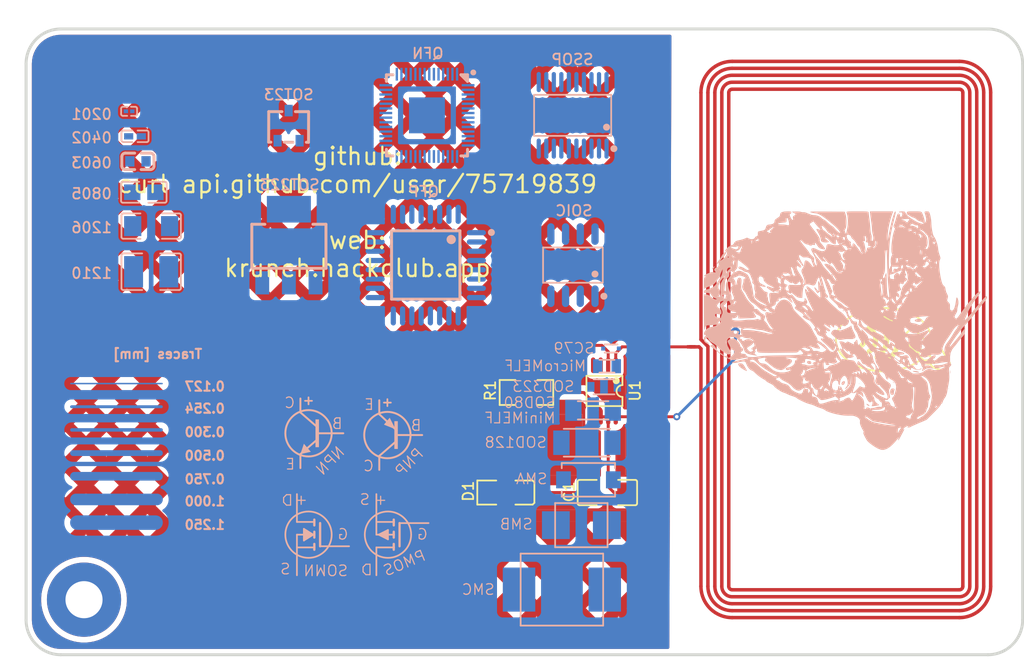
<source format=kicad_pcb>
(kicad_pcb (version 20241229) (generator "pcbnew") (generator_version "9.0")
  (layers (0 "F.Cu" signal "TopLayer") (2 "B.Cu" signal "BottomLayer") (13 "F.Paste" user "TopPasteMaskLayer") (15 "B.Paste" user "BottomPasteMaskLayer") (5 "F.SilkS" user "TopSilkLayer") (7 "B.SilkS" user "BottomSilkLayer") (1 "F.Mask" user "TopSolderMaskLayer") (3 "B.Mask" user "BottomSolderMaskLayer") (25 "Edge.Cuts" user "BoardOutLine"))
  (net 0 "")
  (net 1 "NFC_P$2")
  (net 2 "NFC_P$1")
  (net 3 "R1_1")
  (net 4 "U1_2")
  (net 5 "U1_6")
  (footprint "BackupProjects_krunchiekrunch_personal_0_20250719:Pad_gge145098" (layer "F.Cu") (at 117.8 122.6)
    (property "Reference" "Pad_gge145098" (hide yes))
    (property "Value" "Pad_gge145098" (hide yes))
    (pad "1" smd oval (at 0 0 90) (size 1.25 8) (layers "B.Cu" "B.Mask" "B.Paste"))
  )
  (footprint "BackupProjects_krunchiekrunch_personal_0_20250719:Pad_gge145080" (layer "F.Cu") (at 117.8 112.6)
    (property "Reference" "Pad_gge145080" (hide yes))
    (property "Value" "Pad_gge145080" (hide yes))
    (pad "1" smd oval (at 0 0 90) (size 0.254 8) (layers "B.Cu" "B.Mask" "B.Paste"))
  )
  (footprint "BackupProjects_krunchiekrunch_personal_0_20250719:LED1206-R-RD_GREEN" (layer "F.Cu") (at 151.4012 120.0052 180)
    (property "Reference" "D1" (at 3.7712 -0.8748 90) (layer "F.SilkS") (effects (font (size 0.9144 0.9144) (thickness 0.1524)) (justify left top)))
    (property "Value" "XL-3216UGC" (hide yes))
    (pad "1" smd rect (at 1.4924 -0.0001 180) (size 1.485 1.62) (layers "F.Cu" "F.Mask" "F.Paste") (net 3 "R1_1"))
    (pad "2" smd rect (at -1.4926 -0.0001 180) (size 1.485 1.62) (layers "F.Cu" "F.Mask" "F.Paste") (net 4 "U1_2"))
  )
  (footprint "BackupProjects_krunchiekrunch_personal_0_20250719:Pad_gge145095" (layer "F.Cu") (at 117.8 120.6)
    (property "Reference" "Pad_gge145095" (hide yes))
    (property "Value" "Pad_gge145095" (hide yes))
    (pad "1" smd oval (at 0 0 90) (size 1 8) (layers "B.Cu" "B.Mask" "B.Paste"))
  )
  (footprint "BackupProjects_krunchiekrunch_personal_0_20250719:TSSOP-8_L3.0-W3.0-P0.65-LS4.9-BL" (layer "F.Cu") (at 159.911 111.242 180)
    (property "Reference" "U1" (at -2.109 -0.998 90) (layer "F.SilkS") (effects (font (size 0.9144 0.9144) (thickness 0.1524)) (justify left top)))
    (property "Value" "NT3H2111W0FTTJ" (hide yes))
    (pad "1" smd oval (at -0.9751 2.2202 180) (size 0.37 1.35) (layers "F.Cu" "F.Mask" "F.Paste") (net 2 "NFC_P$1"))
    (pad "2" smd oval (at -0.3249 2.2202 180) (size 0.37 1.35) (layers "F.Cu" "F.Mask" "F.Paste") (net 4 "U1_2"))
    (pad "3" smd oval (at 0.3251 2.2202 180) (size 0.37 1.35) (layers "F.Cu" "F.Mask" "F.Paste"))
    (pad "4" smd oval (at 0.9751 2.2202 180) (size 0.37 1.35) (layers "F.Cu" "F.Mask" "F.Paste"))
    (pad "5" smd oval (at 0.9751 -2.22 180) (size 0.37 1.35) (layers "F.Cu" "F.Mask" "F.Paste"))
    (pad "6" smd oval (at 0.3251 -2.2202 180) (size 0.37 1.35) (layers "F.Cu" "F.Mask" "F.Paste") (net 5 "U1_6"))
    (pad "7" smd oval (at -0.3249 -2.2202 180) (size 0.37 1.35) (layers "F.Cu" "F.Mask" "F.Paste") (net 5 "U1_6"))
    (pad "8" smd oval (at -0.9751 -2.2202 180) (size 0.37 1.35) (layers "F.Cu" "F.Mask" "F.Paste") (net 1 "NFC_P$2"))
  )
  (footprint "BackupProjects_krunchiekrunch_personal_0_20250719:Pad_gge145083" (layer "F.Cu") (at 117.8 110.6)
    (property "Reference" "Pad_gge145083" (hide yes))
    (property "Value" "Pad_gge145083" (hide yes))
    (pad "1" smd oval (at 0 0 90) (size 0.127 8) (layers "B.Cu" "B.Mask" "B.Paste"))
  )
  (footprint "BackupProjects_krunchiekrunch_personal_0_20250719:Pad_gge145086" (layer "F.Cu") (at 117.8 114.6)
    (property "Reference" "Pad_gge145086" (hide yes))
    (property "Value" "Pad_gge145086" (hide yes))
    (pad "1" smd oval (at 0 0 90) (size 0.3 8) (layers "B.Cu" "B.Mask" "B.Paste"))
  )
  (footprint "BackupProjects_krunchiekrunch_personal_0_20250719:C1206" (layer "F.Cu") (at 160.165 120.005)
    (property "Reference" "C1" (at -3.835 0.935 90) (layer "F.SilkS") (effects (font (size 0.9144 0.9144) (thickness 0.1524)) (justify left top)))
    (property "Value" "220nF" (hide yes))
    (pad "1" smd rect (at -1.5926 0) (size 1.485 1.728) (layers "F.Cu" "F.Mask" "F.Paste") (net 4 "U1_2"))
    (pad "2" smd rect (at 1.5926 0) (size 1.485 1.728) (layers "F.Cu" "F.Mask" "F.Paste") (net 5 "U1_6"))
  )
  (footprint "BackupProjects_krunchiekrunch_personal_0_20250719:Pad_gge145089" (layer "F.Cu") (at 117.8 116.6)
    (property "Reference" "Pad_gge145089" (hide yes))
    (property "Value" "Pad_gge145089" (hide yes))
    (pad "1" smd oval (at 0 0 90) (size 0.5 8) (layers "B.Cu" "B.Mask" "B.Paste"))
  )
  (footprint "BackupProjects_krunchiekrunch_personal_0_20250719:R1206" (layer "F.Cu") (at 153.18 111.369)
    (property "Reference" "R1" (at -3.65 0.831 90) (layer "F.SilkS") (effects (font (size 0.9144 0.9144) (thickness 0.1524)) (justify left top)))
    (property "Value" "47Ω" (hide yes))
    (pad "1" smd rect (at -1.4788 0) (size 1.2075 1.701) (layers "F.Cu" "F.Mask" "F.Paste") (net 3 "R1_1"))
    (pad "2" smd rect (at 1.4788 0) (size 1.2075 1.701) (layers "F.Cu" "F.Mask" "F.Paste") (net 5 "U1_6"))
  )
  (footprint "BackupProjects_krunchiekrunch_personal_0_20250719:Pad_gge145092" (layer "F.Cu") (at 117.8 118.6)
    (property "Reference" "Pad_gge145092" (hide yes))
    (property "Value" "Pad_gge145092" (hide yes))
    (pad "1" smd oval (at 0 0 90) (size 0.75 8) (layers "B.Cu" "B.Mask" "B.Paste"))
  )
  (footprint "MountingHole:MountingHole_3.2mm_M3_Pad_TopBottom" (layer "F.Cu") (at 115 129.25)
    (property "Reference" "REF**" (hide yes))
    (property "Value" "MountingHole_3.2mm_M3_Pad_TopBottom" (hide yes))
    (pad "1" thru_hole circle (at 0 0) (size 3.6 3.6) (drill 3.2) (layers "*.Cu" "*.Mask"))
    (pad "1" connect circle (at 0 0) (size 6.4 6.4) (layers "F.Cu" "F.Mask"))
    (pad "1" connect circle (at 0 0) (size 6.4 6.4) (layers "B.Cu" "B.Mask"))
  )
  (footprint "BackupProjects_krunchiekrunch_personal_0_20250719:25X48MM_NFC_ANTENNA" (layer "F.Cu") (at 180.739 106.797 90)
    (property "Reference" "NFC" (hide yes))
    (property "Value" "25X48MM_NFC_ANTENNA" (hide yes))
    (fp_line (start -0.635 -13.462) (end -0.635 -13.335) (stroke (width 0.3)) (layer "F.Cu"))
    (fp_line (start -0.635 -13.335) (end -0.635 -12.6649) (stroke (width 0.3)) (layer "F.Cu"))
    (fp_line (start -0.635 -12.6649) (end -0.8001 -12.5001) (stroke (width 0.3)) (layer "F.Cu"))
    (fp_line (start 0 -12.5001) (end 21.2999 -12.5001) (stroke (width 0.3)) (layer "F.Cu"))
    (fp_line (start -0.8001 -12.5001) (end -21.2999 -12.5001) (stroke (width 0.3)) (layer "F.Cu"))
    (fp_line (start 0.1999 -11.8999) (end 21.2999 -11.8999) (stroke (width 0.3)) (layer "F.Cu"))
    (fp_line (start -0.5999 -11.8999) (end 0 -12.5001) (stroke (width 0.3)) (layer "F.Cu"))
    (fp_line (start -21.2999 -11.8999) (end -0.5999 -11.8999) (stroke (width 0.3)) (layer "F.Cu"))
    (fp_line (start 0.4 -11.3) (end 21.2999 -11.3) (stroke (width 0.3)) (layer "F.Cu"))
    (fp_line (start -0.4 -11.3) (end 0.1999 -11.8999) (stroke (width 0.3)) (layer "F.Cu"))
    (fp_line (start -21.2999 -11.3) (end -0.4 -11.3) (stroke (width 0.3)) (layer "F.Cu"))
    (fp_line (start 0.5999 -10.7) (end 21.2999 -10.7) (stroke (width 0.3)) (layer "F.Cu"))
    (fp_line (start -0.1999 -10.7) (end 0.4 -11.3) (stroke (width 0.3)) (layer "F.Cu"))
    (fp_line (start -21.2999 -10.7) (end -0.1999 -10.7) (stroke (width 0.3)) (layer "F.Cu"))
    (fp_line (start 21.2999 -10.1001) (end 0.8001 -10.1001) (stroke (width 0.3)) (layer "F.Cu"))
    (fp_line (start 0.8001 -10.1001) (end 0.635 -9.935) (stroke (width 0.3)) (layer "F.Cu"))
    (fp_line (start 0 -10.1001) (end 0.5999 -10.7) (stroke (width 0.3)) (layer "F.Cu"))
    (fp_line (start -21.2999 -10.1001) (end 0 -10.1001) (stroke (width 0.3)) (layer "F.Cu"))
    (fp_line (start 0.635 -9.935) (end 0.635 -9.525) (stroke (width 0.3)) (layer "F.Cu"))
    (fp_line (start 24 -9.8001) (end 24 9.8001) (stroke (width 0.3)) (layer "F.Cu"))
    (fp_line (start 23.4 -9.8001) (end 23.4 9.8001) (stroke (width 0.3)) (layer "F.Cu"))
    (fp_line (start 22.8001 -9.8001) (end 22.8001 9.8001) (stroke (width 0.3)) (layer "F.Cu"))
    (fp_line (start 22.1999 -9.8001) (end 22.1999 9.8001) (stroke (width 0.3)) (layer "F.Cu"))
    (fp_line (start 21.5999 -9.8001) (end 21.5999 9.8001) (stroke (width 0.3)) (layer "F.Cu"))
    (fp_line (start -21.5999 -9.8001) (end -21.5999 9.8001) (stroke (width 0.3)) (layer "F.Cu"))
    (fp_line (start -22.1999 -9.8001) (end -22.1999 9.8001) (stroke (width 0.3)) (layer "F.Cu"))
    (fp_line (start -22.8001 -9.8001) (end -22.8001 9.8001) (stroke (width 0.3)) (layer "F.Cu"))
    (fp_line (start -23.4 -9.8001) (end -23.4 9.8001) (stroke (width 0.3)) (layer "F.Cu"))
    (fp_line (start -24 -9.8001) (end -24 9.8001) (stroke (width 0.3)) (layer "F.Cu"))
    (fp_line (start -21.2999 10.1001) (end 21.2999 10.1001) (stroke (width 0.3)) (layer "F.Cu"))
    (fp_line (start -21.2999 10.7) (end 21.2999 10.7) (stroke (width 0.3)) (layer "F.Cu"))
    (fp_line (start -21.2999 11.3) (end 21.2999 11.3) (stroke (width 0.3)) (layer "F.Cu"))
    (fp_line (start -21.2999 11.8999) (end 21.2999 11.8999) (stroke (width 0.3)) (layer "F.Cu"))
    (fp_line (start -21.2999 12.4998) (end 21.2999 12.4998) (stroke (width 0.3)) (layer "F.Cu"))
    (fp_arc (start 21.2999 -12.5001) (mid 23.209088 -11.709288) (end 24 -9.8001) (stroke (width 0.3)) (layer "F.Cu") (net 1))
    (fp_arc (start 21.2999 -11.8999) (mid 22.784789 -11.284901) (end 23.4 -9.8001) (stroke (width 0.3)) (layer "F.Cu") (net 1))
    (fp_arc (start 21.2999 -11.3) (mid 22.360683 -10.860796) (end 22.8001 -9.8001) (stroke (width 0.3)) (layer "F.Cu") (net 1))
    (fp_arc (start 21.2999 -10.7) (mid 21.936225 -10.436425) (end 22.1999 -9.8001) (stroke (width 0.3)) (layer "F.Cu") (net 1))
    (fp_arc (start 21.2999 -10.1001) (mid 21.512032 -10.012232) (end 21.5999 -9.8001) (stroke (width 0.3)) (layer "F.Cu") (net 1))
    (fp_arc (start -21.5999 -9.8001) (mid -21.512032 -10.012232) (end -21.2999 -10.1001) (stroke (width 0.3)) (layer "F.Cu") (net 1))
    (fp_arc (start -22.1999 -9.8001) (mid -21.936296 -10.436496) (end -21.2999 -10.7) (stroke (width 0.3)) (layer "F.Cu") (net 1))
    (fp_arc (start -22.8001 -9.8001) (mid -22.360683 -10.860796) (end -21.2999 -11.3) (stroke (width 0.3)) (layer "F.Cu") (net 1))
    (fp_arc (start -23.4 -9.8001) (mid -22.784789 -11.284901) (end -21.2999 -11.8999) (stroke (width 0.3)) (layer "F.Cu") (net 1))
    (fp_arc (start -24 -9.8001) (mid -23.209159 -11.709359) (end -21.2999 -12.5001) (stroke (width 0.3)) (layer "F.Cu") (net 1))
    (fp_arc (start 24 9.8001) (mid 23.209159 11.709359) (end 21.2999 12.5001) (stroke (width 0.3)) (layer "F.Cu") (net 1))
    (fp_arc (start 23.4 9.8001) (mid 22.784789 11.284901) (end 21.2999 11.8999) (stroke (width 0.3)) (layer "F.Cu") (net 1))
    (fp_arc (start 22.8001 9.8001) (mid 22.360683 10.860796) (end 21.2999 11.3) (stroke (width 0.3)) (layer "F.Cu") (net 1))
    (fp_arc (start 22.1999 9.8001) (mid 21.936296 10.436496) (end 21.2999 10.7) (stroke (width 0.3)) (layer "F.Cu") (net 1))
    (fp_arc (start 21.5999 9.8001) (mid 21.512032 10.012232) (end 21.2999 10.1001) (stroke (width 0.3)) (layer "F.Cu") (net 1))
    (fp_arc (start -21.2999 10.1001) (mid -21.512032 10.012232) (end -21.5999 9.8001) (stroke (width 0.3)) (layer "F.Cu") (net 1))
    (fp_arc (start -21.2999 10.7) (mid -21.936225 10.436425) (end -22.1999 9.8001) (stroke (width 0.3)) (layer "F.Cu") (net 1))
    (fp_arc (start -21.2999 11.3) (mid -22.360683 10.860796) (end -22.8001 9.8001) (stroke (width 0.3)) (layer "F.Cu") (net 1))
    (fp_arc (start -21.2999 11.8999) (mid -22.784789 11.284901) (end -23.4 9.8001) (stroke (width 0.3)) (layer "F.Cu") (net 1))
    (fp_arc (start -21.2999 12.5001) (mid -23.209088 11.709288) (end -24 9.8001) (stroke (width 0.3)) (layer "F.Cu") (net 1))
    (pad "P$1" smd rect (at -0.635 -13.335 180) (size 0.7501 0.3) (layers "F.Cu" "F.Mask" "F.Paste") (net 2 "NFC_P$1"))
    (pad "P$2" thru_hole oval (at 0.635 -9.525 90) (size 0.808 0.808) (drill oval 0.3005 0.3002) (layers "*.Cu" "*.Mask") (net 1 "NFC_P$2"))
  )
  (footprint "BackupProjects_krunchiekrunch_personal_0_20250719:C1210" (layer "B.Cu") (at 120.795 100.948 180)
    (property "Reference" "1210" (at 3.302 0.4064 0) (layer "B.SilkS") (effects (font (size 0.9144 0.9144) (thickness 0.1524)) (justify left top mirror)))
    (property "Value" "1210" (hide yes))
    (pad "1" smd rect (at -1.5174 0) (size 1.635 2.7) (layers "B.Cu" "B.Mask" "B.Paste"))
    (pad "2" smd rect (at 1.5174 0) (size 1.635 2.7) (layers "B.Cu" "B.Mask" "B.Paste"))
  )
  (footprint "Adafruit PCB Reference Ruler:NPN-SYMB" (layer "B.Cu") (at 134.3735 114.89 180)
    (property "Reference" "E$54" (hide yes))
    (property "Value" "" (hide yes))
    (fp_text user "NPN" (at -3.3 -1.7 45) (layer "B.SilkS") (effects (font (size 0.9144 0.9144) (thickness 0.1016)) (justify left bottom mirror)))
    (fp_text user "C" (at 1.1 2.1 0) (layer "B.SilkS") (effects (font (size 0.9144 0.9144) (thickness 0.1016)) (justify left bottom mirror)))
    (fp_text user "E" (at 1.1 -3.2 0) (layer "B.SilkS") (effects (font (size 0.9144 0.9144) (thickness 0.1016)) (justify left bottom mirror)))
    (fp_text user "B" (at -3 0.3 0) (layer "B.SilkS") (effects (font (size 0.9144 0.9144) (thickness 0.1016)) (justify left bottom mirror)))
  )
  (footprint "BackupProjects_krunchiekrunch_personal_0_20250719:TQFP-32_L7.0-W7.0-P0.80-LS9.0-TL" (layer "B.Cu") (at 144.49 100.38 180)
    (property "Reference" "QFP" (at -1.233 6.8834 0) (layer "B.SilkS") (effects (font (size 0.9144 0.9144) (thickness 0.1524)) (justify left top mirror)))
    (property "Value" "CY29350AI" (hide yes))
    (pad "1" smd oval (at -4.3688 2.8001 270) (size 0.45 1.65) (layers "B.Cu" "B.Mask" "B.Paste"))
    (pad "2" smd oval (at -4.3688 2 270) (size 0.45 1.65) (layers "B.Cu" "B.Mask" "B.Paste"))
    (pad "3" smd oval (at -4.3688 1.1999 270) (size 0.45 1.65) (layers "B.Cu" "B.Mask" "B.Paste"))
    (pad "4" smd oval (at -4.3688 0.4 270) (size 0.45 1.65) (layers "B.Cu" "B.Mask" "B.Paste"))
    (pad "5" smd oval (at -4.3688 -0.4 270) (size 0.45 1.65) (layers "B.Cu" "B.Mask" "B.Paste"))
    (pad "6" smd oval (at -4.3688 -1.1999 270) (size 0.45 1.65) (layers "B.Cu" "B.Mask" "B.Paste"))
    (pad "7" smd oval (at -4.3688 -2 270) (size 0.45 1.65) (layers "B.Cu" "B.Mask" "B.Paste"))
    (pad "8" smd oval (at -4.3688 -2.8001 270) (size 0.45 1.65) (layers "B.Cu" "B.Mask" "B.Paste"))
    (pad "9" smd oval (at -2.8001 -4.3815) (size 0.45 1.65) (layers "B.Cu" "B.Mask" "B.Paste"))
    (pad "10" smd oval (at -2 -4.3815) (size 0.45 1.65) (layers "B.Cu" "B.Mask" "B.Paste"))
    (pad "11" smd oval (at -1.1999 -4.3815) (size 0.45 1.65) (layers "B.Cu" "B.Mask" "B.Paste"))
    (pad "12" smd oval (at -0.4 -4.3815) (size 0.45 1.65) (layers "B.Cu" "B.Mask" "B.Paste"))
    (pad "13" smd oval (at 0.4 -4.3815) (size 0.45 1.65) (layers "B.Cu" "B.Mask" "B.Paste"))
    (pad "14" smd oval (at 1.1999 -4.3815) (size 0.45 1.65) (layers "B.Cu" "B.Mask" "B.Paste"))
    (pad "15" smd oval (at 2 -4.3815) (size 0.45 1.65) (layers "B.Cu" "B.Mask" "B.Paste"))
    (pad "16" smd oval (at 2.8001 -4.3815) (size 0.45 1.65) (layers "B.Cu" "B.Mask" "B.Paste"))
    (pad "17" smd oval (at 4.3688 -2.8001 270) (size 0.45 1.65) (layers "B.Cu" "B.Mask" "B.Paste"))
    (pad "18" smd oval (at 4.3688 -2 270) (size 0.45 1.65) (layers "B.Cu" "B.Mask" "B.Paste"))
    (pad "19" smd oval (at 4.3688 -1.1999 270) (size 0.45 1.65) (layers "B.Cu" "B.Mask" "B.Paste"))
    (pad "20" smd oval (at 4.3688 -0.4 270) (size 0.45 1.65) (layers "B.Cu" "B.Mask" "B.Paste"))
    (pad "21" smd oval (at 4.3688 0.4 270) (size 0.45 1.65) (layers "B.Cu" "B.Mask" "B.Paste"))
    (pad "22" smd oval (at 4.3688 1.1999 270) (size 0.45 1.65) (layers "B.Cu" "B.Mask" "B.Paste"))
    (pad "23" smd oval (at 4.3688 2 270) (size 0.45 1.65) (layers "B.Cu" "B.Mask" "B.Paste"))
    (pad "24" smd oval (at 4.3688 2.8001 270) (size 0.45 1.65) (layers "B.Cu" "B.Mask" "B.Paste"))
    (pad "25" smd oval (at 2.8001 4.3815) (size 0.45 1.65) (layers "B.Cu" "B.Mask" "B.Paste"))
    (pad "26" smd oval (at 2 4.3815) (size 0.45 1.65) (layers "B.Cu" "B.Mask" "B.Paste"))
    (pad "27" smd oval (at 1.1999 4.3815) (size 0.45 1.65) (layers "B.Cu" "B.Mask" "B.Paste"))
    (pad "28" smd oval (at 0.4 4.3815) (size 0.45 1.65) (layers "B.Cu" "B.Mask" "B.Paste"))
    (pad "29" smd oval (at -0.4 4.3815) (size 0.45 1.65) (layers "B.Cu" "B.Mask" "B.Paste"))
    (pad "30" smd oval (at -1.1999 4.3815) (size 0.45 1.65) (layers "B.Cu" "B.Mask" "B.Paste"))
    (pad "31" smd oval (at -2 4.3815) (size 0.45 1.65) (layers "B.Cu" "B.Mask" "B.Paste"))
    (pad "32" smd oval (at -2.8001 4.3815) (size 0.45 1.65) (layers "B.Cu" "B.Mask" "B.Paste"))
  )
  (footprint "BackupProjects_krunchiekrunch_personal_0_20250719:TSSOP-20_L6.5-W4.4-P0.65-LS6.4-BL" (layer "B.Cu") (at 157.167 87.454 180)
    (property "Reference" "SSOP" (at -1.883 5.3594 0) (layer "B.SilkS") (effects (font (size 0.9144 0.9144) (thickness 0.1524)) (justify left top mirror)))
    (property "Value" "SN74LVT244APWR" (hide yes))
    (pad "1" smd oval (at -2.9251 -2.871) (size 0.364 1.742) (layers "B.Cu" "B.Mask" "B.Paste"))
    (pad "2" smd oval (at -2.2751 -2.871) (size 0.364 1.742) (layers "B.Cu" "B.Mask" "B.Paste"))
    (pad "3" smd oval (at -1.6251 -2.871) (size 0.364 1.742) (layers "B.Cu" "B.Mask" "B.Paste"))
    (pad "4" smd oval (at -0.9751 -2.871) (size 0.364 1.742) (layers "B.Cu" "B.Mask" "B.Paste"))
    (pad "5" smd oval (at -0.3249 -2.871) (size 0.364 1.742) (layers "B.Cu" "B.Mask" "B.Paste"))
    (pad "6" smd oval (at 0.3251 -2.871) (size 0.364 1.742) (layers "B.Cu" "B.Mask" "B.Paste"))
    (pad "7" smd oval (at 0.9751 -2.871) (size 0.364 1.742) (layers "B.Cu" "B.Mask" "B.Paste"))
    (pad "8" smd oval (at 1.6251 -2.871) (size 0.364 1.742) (layers "B.Cu" "B.Mask" "B.Paste"))
    (pad "9" smd oval (at 2.2751 -2.871) (size 0.364 1.742) (layers "B.Cu" "B.Mask" "B.Paste"))
    (pad "10" smd oval (at 2.9251 -2.871) (size 0.364 1.742) (layers "B.Cu" "B.Mask" "B.Paste"))
    (pad "11" smd oval (at 2.9251 2.871) (size 0.364 1.742) (layers "B.Cu" "B.Mask" "B.Paste"))
    (pad "12" smd oval (at 2.2751 2.871) (size 0.364 1.742) (layers "B.Cu" "B.Mask" "B.Paste"))
    (pad "13" smd oval (at 1.6251 2.871) (size 0.364 1.742) (layers "B.Cu" "B.Mask" "B.Paste"))
    (pad "14" smd oval (at 0.9751 2.871) (size 0.364 1.742) (layers "B.Cu" "B.Mask" "B.Paste"))
    (pad "15" smd oval (at 0.3251 2.871) (size 0.364 1.742) (layers "B.Cu" "B.Mask" "B.Paste"))
    (pad "16" smd oval (at -0.3249 2.871) (size 0.364 1.742) (layers "B.Cu" "B.Mask" "B.Paste"))
    (pad "17" smd oval (at -0.9751 2.871) (size 0.364 1.742) (layers "B.Cu" "B.Mask" "B.Paste"))
    (pad "18" smd oval (at -1.6251 2.871) (size 0.364 1.742) (layers "B.Cu" "B.Mask" "B.Paste"))
    (pad "19" smd oval (at -2.2751 2.871) (size 0.364 1.742) (layers "B.Cu" "B.Mask" "B.Paste"))
    (pad "20" smd oval (at -2.9251 2.871) (size 0.364 1.742) (layers "B.Cu" "B.Mask" "B.Paste"))
  )
  (footprint "Adafruit PCB Reference Ruler:PMOS-SYMB" (layer "B.Cu") (at 141.23 123.64 180)
    (property "Reference" "E$51" (hide yes))
    (property "Value" "" (hide yes))
    (fp_text user "+" (at 0 2.5 0) (layer "B.SilkS") (effects (font (size 0.9144 0.9144) (thickness 0.1016)) (justify left bottom mirror)))
    (fp_text user "PMOS" (at -3.441421 -2.2 22.5) (layer "B.SilkS") (effects (font (size 0.9144 0.9144) (thickness 0.1016)) (justify left bottom mirror)))
    (fp_text user "S" (at 1.5 2.5 0) (layer "B.SilkS") (effects (font (size 0.9144 0.9144) (thickness 0.1016)) (justify left bottom mirror)))
    (fp_text user "G" (at -3.5 -0.5 0) (layer "B.SilkS") (effects (font (size 0.9144 0.9144) (thickness 0.1016)) (justify left bottom mirror)))
  )
  (footprint "Adafruit PCB Reference Ruler:SMB-DIODE" (layer "B.Cu") (at 157.9164 122.8174 180)
    (property "Reference" "E$44" (hide yes))
    (property "Value" "" (hide yes))
    (pad "A" smd rect (at 2.2 0 180) (size 2.4 2.4) (layers "B.Cu" "B.Mask" "B.Paste"))
    (pad "C" smd rect (at -2.2 0 180) (size 2.4 2.4) (layers "B.Cu" "B.Mask" "B.Paste"))
  )
  (footprint "BackupProjects_krunchiekrunch_personal_0_20250719:SOIC-8_L4.9-W4.0-P1.27-LS6.0-BL" (layer "B.Cu") (at 157.19 100.38 180)
    (property "Reference" "SOIC" (at -1.778 5.2324 0) (layer "B.SilkS") (effects (font (size 0.9144 0.9144) (thickness 0.1524)) (justify left top mirror)))
    (property "Value" "CY15B064J-SXET_C2953071" (hide yes))
    (pad "1" smd oval (at -1.905 -2.6825) (size 0.63 1.865) (layers "B.Cu" "B.Mask" "B.Paste"))
    (pad "2" smd oval (at -0.635 -2.6825) (size 0.63 1.865) (layers "B.Cu" "B.Mask" "B.Paste"))
    (pad "3" smd oval (at 0.635 -2.6825) (size 0.63 1.865) (layers "B.Cu" "B.Mask" "B.Paste"))
    (pad "4" smd oval (at 1.905 -2.6825) (size 0.63 1.865) (layers "B.Cu" "B.Mask" "B.Paste"))
    (pad "5" smd oval (at 1.905 2.6825) (size 0.63 1.865) (layers "B.Cu" "B.Mask" "B.Paste"))
    (pad "6" smd oval (at 0.635 2.6825) (size 0.63 1.865) (layers "B.Cu" "B.Mask" "B.Paste"))
    (pad "7" smd oval (at -0.635 2.6825) (size 0.63 1.865) (layers "B.Cu" "B.Mask" "B.Paste"))
    (pad "8" smd oval (at -1.905 2.6825) (size 0.63 1.865) (layers "B.Cu" "B.Mask" "B.Paste"))
  )
  (footprint "Adafruit PCB Reference Ruler:SMA-DIODE" (layer "B.Cu") (at 158.526 118.9058)
    (property "Reference" "E$43" (hide yes))
    (property "Value" "" (hide yes))
    (pad "A" smd rect (at -2.15 0 180) (size 1.27 1.47) (layers "B.Cu" "B.Mask" "B.Paste"))
    (pad "C" smd rect (at 2.15 0) (size 1.27 1.47) (layers "B.Cu" "B.Mask" "B.Paste"))
  )
  (footprint "Adafruit PCB Reference Ruler:SOD80C" (layer "B.Cu") (at 158.9324 112.9114 180)
    (property "Reference" "E$49" (hide yes))
    (property "Value" "" (hide yes))
    (pad "A" smd rect (at 1.7 0 180) (size 1.4 1.8) (layers "B.Cu" "B.Mask" "B.Paste"))
    (pad "C" smd rect (at -1.7 0 180) (size 1.4 1.8) (layers "B.Cu" "B.Mask" "B.Paste"))
  )
  (footprint "BackupProjects_krunchiekrunch_personal_0_20250719:C0603" (layer "B.Cu") (at 119.652 91.423 180)
    (property "Reference" "0603" (at 2.159 0.4064 0) (layer "B.SilkS") (effects (font (size 0.9144 0.9144) (thickness 0.1524)) (justify left top mirror)))
    (property "Value" "0603_C9900021180" (hide yes))
    (pad "1" smd rect (at -0.7 0) (size 0.8 0.9) (layers "B.Cu" "B.Mask" "B.Paste"))
    (pad "2" smd rect (at 0.7 0) (size 0.8 0.9) (layers "B.Cu" "B.Mask" "B.Paste"))
  )
  (footprint "BackupProjects_krunchiekrunch_personal_0_20250719:LQFN-56_L7.0-W7.0-P0.4-EP" (layer "B.Cu") (at 144.594 87.454 180)
    (property "Reference" "QFN" (at -1.524 5.874 0) (layer "B.SilkS") (effects (font (size 0.9144 0.9144) (thickness 0.1524)) (justify left top mirror)))
    (property "Value" "RP2040" (hide yes))
    (pad "1" smd rect (at -3.5502 2.5999) (size 1.1 0.2) (layers "B.Cu" "B.Mask" "B.Paste"))
    (pad "2" smd rect (at -3.5502 2.1999) (size 1.1 0.2) (layers "B.Cu" "B.Mask" "B.Paste"))
    (pad "3" smd rect (at -3.5502 1.7998) (size 1.1 0.2) (layers "B.Cu" "B.Mask" "B.Paste"))
    (pad "4" smd rect (at -3.5502 1.3998) (size 1.1 0.2) (layers "B.Cu" "B.Mask" "B.Paste"))
    (pad "5" smd rect (at -3.5502 1) (size 1.1 0.2) (layers "B.Cu" "B.Mask" "B.Paste"))
    (pad "6" smd rect (at -3.5502 0.5999) (size 1.1 0.2) (layers "B.Cu" "B.Mask" "B.Paste"))
    (pad "7" smd rect (at -3.5502 0.1999) (size 1.1 0.2) (layers "B.Cu" "B.Mask" "B.Paste"))
    (pad "8" smd rect (at -3.5502 -0.2002) (size 1.1 0.2) (layers "B.Cu" "B.Mask" "B.Paste"))
    (pad "9" smd rect (at -3.5502 -0.6002) (size 1.1 0.2) (layers "B.Cu" "B.Mask" "B.Paste"))
    (pad "10" smd rect (at -3.5502 -1) (size 1.1 0.2) (layers "B.Cu" "B.Mask" "B.Paste"))
    (pad "11" smd rect (at -3.5502 -1.4) (size 1.1 0.2) (layers "B.Cu" "B.Mask" "B.Paste"))
    (pad "12" smd rect (at -3.5502 -1.8001) (size 1.1 0.2) (layers "B.Cu" "B.Mask" "B.Paste"))
    (pad "13" smd rect (at -3.5502 -2.2001) (size 1.1 0.2) (layers "B.Cu" "B.Mask" "B.Paste"))
    (pad "14" smd rect (at -3.5502 -2.6002) (size 1.1 0.2) (layers "B.Cu" "B.Mask" "B.Paste"))
    (pad "15" smd rect (at -2.5999 -3.5499 270) (size 1.1 0.2) (layers "B.Cu" "B.Mask" "B.Paste"))
    (pad "16" smd rect (at -2.2001 -3.5499 270) (size 1.1 0.2) (layers "B.Cu" "B.Mask" "B.Paste"))
    (pad "17" smd rect (at -1.8001 -3.5499 270) (size 1.1 0.2) (layers "B.Cu" "B.Mask" "B.Paste"))
    (pad "18" smd rect (at -1.4 -3.5499 270) (size 1.1 0.2) (layers "B.Cu" "B.Mask" "B.Paste"))
    (pad "19" smd rect (at -1 -3.5499 270) (size 1.1 0.2) (layers "B.Cu" "B.Mask" "B.Paste"))
    (pad "20" smd rect (at -0.5999 -3.5499 270) (size 1.1 0.2) (layers "B.Cu" "B.Mask" "B.Paste"))
    (pad "21" smd rect (at -0.2002 -3.5499 270) (size 1.1 0.2) (layers "B.Cu" "B.Mask" "B.Paste"))
    (pad "22" smd rect (at 0.1999 -3.5499 270) (size 1.1 0.2) (layers "B.Cu" "B.Mask" "B.Paste"))
    (pad "23" smd rect (at 0.5999 -3.5499 270) (size 1.1 0.2) (layers "B.Cu" "B.Mask" "B.Paste"))
    (pad "24" smd rect (at 1 -3.5499 270) (size 1.1 0.2) (layers "B.Cu" "B.Mask" "B.Paste"))
    (pad "25" smd rect (at 1.4 -3.5499 270) (size 1.1 0.2) (layers "B.Cu" "B.Mask" "B.Paste"))
    (pad "26" smd rect (at 1.7998 -3.5499 270) (size 1.1 0.2) (layers "B.Cu" "B.Mask" "B.Paste"))
    (pad "27" smd rect (at 2.1999 -3.5499 270) (size 1.1 0.2) (layers "B.Cu" "B.Mask" "B.Paste"))
    (pad "28" smd rect (at 2.5999 -3.5499 270) (size 1.1 0.2) (layers "B.Cu" "B.Mask" "B.Paste"))
    (pad "29" smd rect (at 3.5502 -2.6002 180) (size 1.1 0.2) (layers "B.Cu" "B.Mask" "B.Paste"))
    (pad "30" smd rect (at 3.5502 -2.2001 180) (size 1.1 0.2) (layers "B.Cu" "B.Mask" "B.Paste"))
    (pad "31" smd rect (at 3.5502 -1.8001 180) (size 1.1 0.2) (layers "B.Cu" "B.Mask" "B.Paste"))
    (pad "32" smd rect (at 3.5502 -1.4 180) (size 1.1 0.2) (layers "B.Cu" "B.Mask" "B.Paste"))
    (pad "33" smd rect (at 3.5502 -1 180) (size 1.1 0.2) (layers "B.Cu" "B.Mask" "B.Paste"))
    (pad "34" smd rect (at 3.5502 -0.6002 180) (size 1.1 0.2) (layers "B.Cu" "B.Mask" "B.Paste"))
    (pad "35" smd rect (at 3.5502 -0.2002 180) (size 1.1 0.2) (layers "B.Cu" "B.Mask" "B.Paste"))
    (pad "36" smd rect (at 3.5502 0.1999 180) (size 1.1 0.2) (layers "B.Cu" "B.Mask" "B.Paste"))
    (pad "37" smd rect (at 3.5502 0.5999 180) (size 1.1 0.2) (layers "B.Cu" "B.Mask" "B.Paste"))
    (pad "38" smd rect (at 3.5502 1 180) (size 1.1 0.2) (layers "B.Cu" "B.Mask" "B.Paste"))
    (pad "39" smd rect (at 3.5502 1.3998 180) (size 1.1 0.2) (layers "B.Cu" "B.Mask" "B.Paste"))
    (pad "40" smd rect (at 3.5502 1.7998 180) (size 1.1 0.2) (layers "B.Cu" "B.Mask" "B.Paste"))
    (pad "41" smd rect (at 3.5502 2.1999 180) (size 1.1 0.2) (layers "B.Cu" "B.Mask" "B.Paste"))
    (pad "42" smd rect (at 3.5502 2.5999 180) (size 1.1 0.2) (layers "B.Cu" "B.Mask" "B.Paste"))
    (pad "43" smd rect (at 2.5999 3.5499 90) (size 1.1 0.2) (layers "B.Cu" "B.Mask" "B.Paste"))
    (pad "44" smd rect (at 2.1999 3.5499 90) (size 1.1 0.2) (layers "B.Cu" "B.Mask" "B.Paste"))
    (pad "45" smd rect (at 1.7998 3.5499 90) (size 1.1 0.2) (layers "B.Cu" "B.Mask" "B.Paste"))
    (pad "46" smd rect (at 1.4 3.5499 90) (size 1.1 0.2) (layers "B.Cu" "B.Mask" "B.Paste"))
    (pad "47" smd rect (at 1 3.5499 90) (size 1.1 0.2) (layers "B.Cu" "B.Mask" "B.Paste"))
    (pad "48" smd rect (at 0.5999 3.5499 90) (size 1.1 0.2) (layers "B.Cu" "B.Mask" "B.Paste"))
    (pad "49" smd rect (at 0.1999 3.5499 90) (size 1.1 0.2) (layers "B.Cu" "B.Mask" "B.Paste"))
    (pad "50" smd rect (at -0.2002 3.5499 90) (size 1.1 0.2) (layers "B.Cu" "B.Mask" "B.Paste"))
    (pad "51" smd rect (at -0.5999 3.5499 90) (size 1.1 0.2) (layers "B.Cu" "B.Mask" "B.Paste"))
    (pad "52" smd rect (at -1 3.5499 90) (size 1.1 0.2) (layers "B.Cu" "B.Mask" "B.Paste"))
    (pad "53" smd rect (at -1.4 3.5499 90) (size 1.1 0.2) (layers "B.Cu" "B.Mask" "B.Paste"))
    (pad "54" smd rect (at -1.8001 3.5499 90) (size 1.1 0.2) (layers "B.Cu" "B.Mask" "B.Paste"))
    (pad "55" smd rect (at -2.2001 3.5499 90) (size 1.1 0.2) (layers "B.Cu" "B.Mask" "B.Paste"))
    (pad "56" smd rect (at -2.5999 3.5499 90) (size 1.1 0.2) (layers "B.Cu" "B.Mask" "B.Paste"))
    (pad "57" smd rect (at 0 0) (size 3.1 3.1) (layers "B.Cu" "B.Mask" "B.Paste"))
  )
  (footprint "Adafruit PCB Reference Ruler:NMOS-SYMB" (layer "B.Cu") (at 134.3735 123.64 180)
    (property "Reference" "E$50" (hide yes))
    (property "Value" "" (hide yes))
    (fp_text user "S" (at 1.5 -3.5 0) (layer "B.SilkS") (effects (font (size 0.9144 0.9144) (thickness 0.1016)) (justify left bottom mirror)))
    (fp_text user "NMOS" (at 0.5 -2.5 180) (layer "B.SilkS") (effects (font (size 0.9144 0.9144) (thickness 0.1016)) (justify left bottom mirror)))
    (fp_text user "+" (at 0 2.5 0) (layer "B.SilkS") (effects (font (size 0.9144 0.9144) (thickness 0.1016)) (justify left bottom mirror)))
    (fp_text user "G" (at -3.5 -0.5 0) (layer "B.SilkS") (effects (font (size 0.9144 0.9144) (thickness 0.1016)) (justify left bottom mirror)))
  )
  (footprint "Adafruit PCB Reference Ruler:SC79_INFINEON" (layer "B.Cu") (at 160.4818 107.5774 180)
    (property "Reference" "E$42" (hide yes))
    (property "Value" "" (hide yes))
    (pad "A" smd rect (at 0.675 0 180) (size 0.35 0.35) (layers "B.Cu" "B.Mask" "B.Paste"))
    (pad "C" smd rect (at -0.675 0 180) (size 0.35 0.35) (layers "B.Cu" "B.Mask" "B.Paste"))
  )
  (footprint "" (layer "B.Cu") (at 158.7222 110.8794 -90)
    (property "Reference" "" (at 0 0 90) (layer "B.SilkS") (effects (font (size 1.27 1.27)) (justify mirror)))
    (property "Value" "")
    (pad "1" smd rect (at 0 0) (size 0.63 0.83) (layers "B.Cu" "B.Mask" "B.Paste"))
  )
  (footprint "LOGO" (layer "B.Cu") (at 181 108.25 180)
    (property "Reference" "G***" (hide yes))
    (property "Value" "LOGO" (hide yes))
  )
  (footprint "BackupProjects_krunchiekrunch_personal_0_20250719:C1206" (layer "B.Cu") (at 120.795 97.011 180)
    (property "Reference" "1206" (at 3.302 0.4064 0) (layer "B.SilkS") (effects (font (size 0.9144 0.9144) (thickness 0.1524)) (justify left top mirror)))
    (property "Value" "47UF50V-1206" (hide yes))
    (pad "1" smd rect (at -1.5926 0) (size 1.485 1.728) (layers "B.Cu" "B.Mask" "B.Paste"))
    (pad "2" smd rect (at 1.5926 0) (size 1.485 1.728) (layers "B.Cu" "B.Mask" "B.Paste"))
  )
  (footprint "Adafruit PCB Reference Ruler:PNP-SYMB" (layer "B.Cu") (at 141.18 115.044 180)
    (property "Reference" "E$59" (hide yes))
    (property "Value" "" (hide yes))
    (fp_text user "PNP" (at -3.3 -1.7 45) (layer "B.SilkS") (effects (font (size 0.9144 0.9144) (thickness 0.1016)) (justify left bottom mirror)))
    (fp_text user "B" (at -3 0.3 0) (layer "B.SilkS") (effects (font (size 0.9144 0.9144) (thickness 0.1016)) (justify left bottom mirror)))
    (fp_text user "C" (at 1.1 -3.2 0) (layer "B.SilkS") (effects (font (size 0.9144 0.9144) (thickness 0.1016)) (justify left bottom mirror)))
    (fp_text user "E" (at 1.1 2.1 0) (layer "B.SilkS") (effects (font (size 0.9144 0.9144) (thickness 0.1016)) (justify left bottom mirror)))
  )
  (footprint "Adafruit PCB Reference Ruler:SOD-323" (layer "B.Cu") (at 159.8722 110.8794)
    (property "Reference" "E$48" (hide yes))
    (property "Value" "" (hide yes))
    (pad "1" smd rect (at -1.15 0) (size 0.63 0.83) (layers "B.Cu" "B.Mask" "B.Paste"))
    (pad "2" smd rect (at 1.15 0) (size 0.63 0.83) (layers "B.Cu" "B.Mask" "B.Paste"))
  )
  (footprint "Adafruit PCB Reference Ruler:MICROMELF-R" (layer "B.Cu") (at 160.1262 109.1014 180)
    (property "Reference" "E$41" (hide yes))
    (property "Value" "" (hide yes))
    (pad "A" smd rect (at 0.8 0 180) (size 0.8 1.2) (layers "B.Cu" "B.Mask" "B.Paste"))
    (pad "C" smd rect (at -0.8 0 180) (size 0.8 1.2) (layers "B.Cu" "B.Mask" "B.Paste"))
  )
  (footprint "BackupProjects_krunchiekrunch_personal_0_20250719:PG-SOT23-3_L3.0-W2.2-P1.90-LS3.1-BL" (layer "B.Cu") (at 132.656 88.343 180)
    (property "Reference" "SOT23" (at -2.244 3.2004 0) (layer "B.SilkS") (effects (font (size 0.9144 0.9144) (thickness 0.1524)) (justify left top mirror)))
    (property "Value" "EW-632" (hide yes))
    (pad "1" smd rect (at -0.95 -1.3) (size 0.7 1) (layers "B.Cu" "B.Mask" "B.Paste"))
    (pad "2" smd rect (at -0.0046 1.3) (size 0.7 1) (layers "B.Cu" "B.Mask" "B.Paste"))
    (pad "3" smd rect (at 0.95 -1.3) (size 0.7 1) (layers "B.Cu" "B.Mask" "B.Paste"))
  )
  (footprint "" (layer "B.Cu") (at 156.199 115.7054 -90)
    (property "Reference" "" (at 0 0 90) (layer "B.SilkS") (effects (font (size 1.27 1.27)) (justify mirror)))
    (property "Value" "")
    (pad "A" smd rect (at 0 0) (size 1.4 2.1) (layers "B.Cu" "B.Mask" "B.Paste"))
  )
  (footprint "Adafruit PCB Reference Ruler:SMC" (layer "B.Cu") (at 156.24 128.38 180)
    (property "Reference" "E$45" (hide yes))
    (property "Value" "" (hide yes))
    (pad "A" smd rect (at 3.7 0 180) (size 2.8 3.8) (layers "B.Cu" "B.Mask" "B.Paste"))
    (pad "C" smd rect (at -3.7 0 180) (size 2.8 3.8) (layers "B.Cu" "B.Mask" "B.Paste"))
  )
  (footprint "BackupProjects_krunchiekrunch_personal_0_20250719:PG-SOT223-4_L6.5-W3.5-P2.30-LS7.0-BR" (layer "B.Cu") (at 132.679 98.729 -90)
    (property "Reference" "SOT223" (at -5.812 -2.744 0) (layer "B.SilkS") (effects (font (size 0.9144 0.9144) (thickness 0.1524)) (justify left top mirror)))
    (property "Value" "BD733L2FP3-CE2_C2981755" (hide yes))
    (pad "1" smd rect (at 3.175 -2.3 270) (size 2 1.2) (layers "B.Cu" "B.Mask" "B.Paste"))
    (pad "2" smd rect (at 3.175 0 270) (size 2 1.2) (layers "B.Cu" "B.Mask" "B.Paste"))
    (pad "3" smd rect (at 3.175 2.3 270) (size 2 1.2) (layers "B.Cu" "B.Mask" "B.Paste"))
    (pad "4" smd rect (at -3.175 0 270) (size 2.3 3.8) (layers "B.Cu" "B.Mask" "B.Paste"))
  )
  (footprint "BackupProjects_krunchiekrunch_personal_0_20250719:C0201" (layer "B.Cu") (at 118.89 87.105 180)
    (property "Reference" "0201" (at 1.397 0.2794 0) (layer "B.SilkS") (effects (font (size 0.9144 0.9144) (thickness 0.1524)) (justify left top mirror)))
    (property "Value" "0201_C9900015864" (hide yes))
    (pad "1" smd rect (at -0.2743 0) (size 0.3684 0.324) (layers "B.Cu" "B.Mask" "B.Paste"))
    (pad "2" smd rect (at 0.2743 0) (size 0.3684 0.324) (layers "B.Cu" "B.Mask" "B.Paste"))
  )
  (footprint "BackupProjects_krunchiekrunch_personal_0_20250719:C0402" (layer "B.Cu") (at 119.398 89.264 180)
    (property "Reference" "0402" (at 1.905 0.4064 0) (layer "B.SilkS") (effects (font (size 0.9144 0.9144) (thickness 0.1524)) (justify left top mirror)))
    (property "Value" "12.5PF-C0402" (hide yes))
    (pad "1" smd rect (at -0.5451 0) (size 0.7901 0.54) (layers "B.Cu" "B.Mask" "B.Paste"))
    (pad "2" smd rect (at 0.5451 0) (size 0.7901 0.54) (layers "B.Cu" "B.Mask" "B.Paste"))
  )
  (footprint "Adafruit PCB Reference Ruler:SOD-128" (layer "B.Cu") (at 158.399 115.7054 180)
    (property "Reference" "E$47" (hide yes))
    (property "Value" "" (hide yes))
    (pad "A" smd rect (at 2.2 0) (size 1.4 2.1) (layers "B.Cu" "B.Mask" "B.Paste"))
    (pad "C" smd rect (at -2.2 0) (size 1.4 2.1) (layers "B.Cu" "B.Mask" "B.Paste"))
  )
  (footprint "" (layer "B.Cu") (at 160.9262 109.1014 -90)
    (property "Reference" "" (at 0 0 90) (layer "B.SilkS") (effects (font (size 1.27 1.27)) (justify mirror)))
    (property "Value" "")
    (pad "C" smd rect (at 0 0 180) (size 0.8 1.2) (layers "B.Cu" "B.Mask" "B.Paste"))
  )
  (footprint "" (layer "B.Cu") (at 157.2324 112.9114 -90)
    (property "Reference" "" (at 0 0 90) (layer "B.SilkS") (effects (font (size 1.27 1.27)) (justify mirror)))
    (property "Value" "")
    (pad "A" smd rect (at 0 0 180) (size 1.4 1.8) (layers "B.Cu" "B.Mask" "B.Paste"))
  )
  (footprint "BackupProjects_krunchiekrunch_personal_0_20250719:C0805" (layer "B.Cu") (at 120.16 94.09 180)
    (property "Reference" "0805" (at 2.667 0.4064 0) (layer "B.SilkS") (effects (font (size 0.9144 0.9144) (thickness 0.1524)) (justify left top mirror)))
    (property "Value" "0805_C9900012713" (hide yes))
    (pad "1" smd rect (at -1 0) (size 1.41 1.35) (layers "B.Cu" "B.Mask" "B.Paste"))
    (pad "2" smd rect (at 1 0) (size 1.41 1.35) (layers "B.Cu" "B.Mask" "B.Paste"))
  )
  (gr_poly (pts (xy 183.3825 105.0758) (xy 183.3758 105.078) (xy 183.3647 105.0826) (xy 183.3536 105.0872) (xy 183.3343 105.0967) (xy 183.315 105.1062) (xy 183.2877 105.1336) (xy 183.2603 105.1609) (xy 183.2506 105.1802) (xy 183.241 105.1995) (xy 183.2345 105.215) (xy 183.2281 105.2306) (xy 183.2254 105.2582) (xy 183.2227 105.2858) (xy 183.2271 105.3204) (xy 183.2315 105.355) (xy 183.2359 105.3565) (xy 183.2403 105.3579) (xy 183.2403 105.3656) (xy 183.2403 105.3733) (xy 183.2594 105.4019) (xy 183.2785 105.4305) (xy 183.3138 105.4588) (xy 183.3491 105.487) (xy 183.358 105.4943) (xy 183.3669 105.5016) (xy 183.389 105.5194) (xy 183.4111 105.5371) (xy 183.4242 105.5482) (xy 183.4373 105.5593) (xy 183.4665 105.5859) (xy 183.4958 105.6125) (xy 183.5492 105.6659) (xy 183.6027 105.7193) (xy 183.6336 105.7544) (xy 183.6646 105.7895) (xy 183.6718 105.7972) (xy 183.6791 105.8048) (xy 183.7024 105.8354) (xy 183.7256 105.8659) (xy 183.7295 105.8674) (xy 183.7334 105.8688) (xy 183.7334 105.8727) (xy 183.7334 105.8766) (xy 183.7556 105.9068) (xy 183.7777 105.937) (xy 183.7812 105.9414) (xy 183.7848 105.9458) (xy 183.7956 105.9636) (xy 183.8063 105.9814) (xy 183.8099 105.9829) (xy 183.8134 105.9843) (xy 183.8134 105.9882) (xy 183.8134 105.992) (xy 183.8267 106.0118) (xy 183.84 106.0315) (xy 183.84 106.0361) (xy 183.84 106.0407) (xy 183.8456 106.0468) (xy 183.8511 106.0528) (xy 183.8564 106.0615) (xy 183.8617 106.0702) (xy 183.8741 106.0947) (xy 183.8866 106.1191) (xy 183.8896 106.1214) (xy 183.8927 106.1236) (xy 183.8957 106.1358) (xy 183.8987 106.148) (xy 183.9024 106.148) (xy 183.906 106.148) (xy 183.9089 106.1613) (xy 183.9118 106.1746) (xy 183.9159 106.1746) (xy 183.92 106.1746) (xy 183.92 106.1817) (xy 183.92 106.1888) (xy 183.926 106.2006) (xy 183.932 106.2124) (xy 183.9392 106.2279) (xy 183.9463 106.2435) (xy 183.9492 106.2557) (xy 183.9521 106.2679) (xy 183.956 106.2679) (xy 183.96 106.2679) (xy 183.96 106.2757) (xy 183.96 106.2835) (xy 183.9667 106.2962) (xy 183.9733 106.3089) (xy 183.9733 106.3162) (xy 183.9734 106.3234) (xy 183.9796 106.3354) (xy 183.9858 106.3473) (xy 183.989 106.3619) (xy 183.9922 106.3765) (xy 183.9958 106.3833) (xy 183.9994 106.3901) (xy 184.0044 106.4101) (xy 184.0095 106.4301) (xy 184.0136 106.4501) (xy 184.0178 106.4701) (xy 184.0208 106.4767) (xy 184.0238 106.4834) (xy 184.0298 106.5145) (xy 184.0358 106.5456) (xy 184.0423 106.5878) (xy 184.0489 106.63) (xy 184.0531 106.6744) (xy 184.0572 106.7188) (xy 184.0573 106.8121) (xy 184.0573 106.9054) (xy 184.0533 106.9476) (xy 184.0492 106.9898) (xy 184.0425 107.032) (xy 184.0357 107.0742) (xy 184.029 107.1053) (xy 184.0224 107.1364) (xy 184.0167 107.1631) (xy 184.0111 107.1897) (xy 184.0083 107.1942) (xy 184.0055 107.1986) (xy 184.0025 107.2141) (xy 183.9995 107.2297) (xy 183.9955 107.2386) (xy 183.9915 107.2475) (xy 183.9872 107.263) (xy 183.9829 107.2786) (xy 183.9774 107.2941) (xy 183.9719 107.3097) (xy 183.9659 107.3237) (xy 183.96 107.3377) (xy 183.96 107.3422) (xy 183.96 107.3467) (xy 183.9537 107.3593) (xy 183.9474 107.3719) (xy 183.9407 107.3874) (xy 183.9339 107.403) (xy 183.9203 107.4322) (xy 183.9067 107.4614) (xy 183.9067 107.4661) (xy 183.9067 107.4707) (xy 183.9 107.4763) (xy 183.8934 107.4818) (xy 183.8934 107.4901) (xy 183.8934 107.4985) (xy 183.8898 107.4985) (xy 183.8863 107.4985) (xy 183.8741 107.524) (xy 183.8618 107.5496) (xy 183.8532 107.5629) (xy 183.8446 107.5762) (xy 183.8406 107.5851) (xy 183.8365 107.594) (xy 183.8249 107.6108) (xy 183.8134 107.6277) (xy 183.8134 107.6316) (xy 183.8134 107.6355) (xy 183.8099 107.6369) (xy 183.8063 107.6384) (xy 183.7956 107.6562) (xy 183.7848 107.674) (xy 183.7812 107.6784) (xy 183.7777 107.6828) (xy 183.7556 107.713) (xy 183.7334 107.7432) (xy 183.7334 107.7471) (xy 183.7334 107.751) (xy 183.7295 107.7524) (xy 183.7256 107.7539) (xy 183.7035 107.7828) (xy 183.6814 107.8117) (xy 183.6685 107.8266) (xy 183.6557 107.8416) (xy 183.6424 107.8562) (xy 183.629 107.8707) (xy 183.589 107.9142) (xy 183.5491 107.9577) (xy 183.5319 107.9735) (xy 183.5148 107.9894) (xy 183.503 108) (xy 183.4913 108.0106) (xy 183.4643 108.0355) (xy 183.4373 108.0605) (xy 183.4242 108.0716) (xy 183.4111 108.0826) (xy 183.389 108.1003) (xy 183.3669 108.1179) (xy 183.3647 108.1204) (xy 183.3625 108.1229) (xy 183.3241 108.1526) (xy 183.2857 108.1823) (xy 183.2725 108.1991) (xy 183.2594 108.2159) (xy 183.2501 108.2337) (xy 183.2408 108.2515) (xy 183.2334 108.2688) (xy 183.226 108.2861) (xy 183.226 108.3359) (xy 183.226 108.3857) (xy 183.2335 108.403) (xy 183.241 108.4203) (xy 183.2506 108.4396) (xy 183.2603 108.4589) (xy 183.2877 108.4862) (xy 183.315 108.5136) (xy 183.3343 108.5231) (xy 183.3536 108.5326) (xy 183.3665 108.5387) (xy 183.3794 108.5447) (xy 183.438 108.5447) (xy 183.4966 108.5447) (xy 183.5095 108.5387) (xy 183.5224 108.5326) (xy 183.5408 108.5234) (xy 183.5593 108.5142) (xy 183.5742 108.5017) (xy 183.589 108.4892) (xy 183.5935 108.4856) (xy 183.598 108.4819) (xy 183.6053 108.4777) (xy 183.6125 108.4736) (xy 183.6313 108.458) (xy 183.6502 108.4425) (xy 183.6576 108.4358) (xy 183.6649 108.4292) (xy 183.6868 108.4115) (xy 183.7086 108.3937) (xy 183.7206 108.3826) (xy 183.7325 108.3714) (xy 183.7603 108.347) (xy 183.788 108.3226) (xy 183.8463 108.2648) (xy 183.9046 108.2071) (xy 183.94 108.1675) (xy 183.9755 108.128) (xy 183.9822 108.1209) (xy 183.9889 108.1137) (xy 184.0066 108.0915) (xy 184.0244 108.0693) (xy 184.0266 108.0671) (xy 184.0288 108.0649) (xy 184.0455 108.0441) (xy 184.0622 108.0234) (xy 184.0622 108.019) (xy 184.0622 108.0146) (xy 184.0661 108.0131) (xy 184.07 108.0116) (xy 184.0861 107.9904) (xy 184.1022 107.9693) (xy 184.1022 107.9668) (xy 184.1022 107.9643) (xy 184.1089 107.9576) (xy 184.1156 107.9508) (xy 184.1539 107.8924) (xy 184.1921 107.8339) (xy 184.2004 107.8218) (xy 184.2088 107.8098) (xy 184.2088 107.8076) (xy 184.2088 107.8053) (xy 184.2287 107.7724) (xy 184.2488 107.7395) (xy 184.2488 107.7348) (xy 184.2488 107.7302) (xy 184.2522 107.7288) (xy 184.2557 107.7273) (xy 184.2861 107.6651) (xy 184.3165 107.6029) (xy 184.3233 107.5873) (xy 184.3302 107.5718) (xy 184.3357 107.5584) (xy 184.3411 107.5451) (xy 184.3458 107.534) (xy 184.3505 107.5229) (xy 184.3601 107.4985) (xy 184.3698 107.474) (xy 184.3759 107.46) (xy 184.382 107.446) (xy 184.382 107.4394) (xy 184.382 107.4329) (xy 184.3887 107.4201) (xy 184.3953 107.4074) (xy 184.3953 107.3983) (xy 184.3953 107.3892) (xy 184.3995 107.385) (xy 184.4037 107.3807) (xy 184.4082 107.363) (xy 184.4127 107.3452) (xy 184.42 107.3186) (xy 184.4273 107.2919) (xy 184.4332 107.2675) (xy 184.4391 107.243) (xy 184.4439 107.2275) (xy 184.4487 107.212) (xy 184.4487 107.1984) (xy 184.4487 107.1848) (xy 184.4528 107.1806) (xy 184.4569 107.1764) (xy 184.4616 107.1431) (xy 184.4663 107.1098) (xy 184.4709 107.072) (xy 184.4756 107.0342) (xy 184.481 107.0031) (xy 184.4864 106.972) (xy 184.4864 106.8099) (xy 184.4864 106.6478) (xy 184.481 106.6166) (xy 184.4756 106.5855) (xy 184.4713 106.55) (xy 184.467 106.5145) (xy 184.4604 106.4789) (xy 184.4538 106.4434) (xy 184.4471 106.4123) (xy 184.4404 106.3812) (xy 184.4352 106.3568) (xy 184.4301 106.3323) (xy 184.4266 106.3279) (xy 184.4231 106.3234) (xy 184.4201 106.3024) (xy 184.4171 106.2815) (xy 184.4134 106.2792) (xy 184.4097 106.2769) (xy 184.4067 106.257) (xy 184.4037 106.237) (xy 184.3995 106.2344) (xy 184.3953 106.2319) (xy 184.3953 106.2221) (xy 184.3953 106.2124) (xy 184.3887 106.1997) (xy 184.382 106.1869) (xy 184.382 106.1803) (xy 184.382 106.1737) (xy 184.3759 106.1597) (xy 184.3698 106.1457) (xy 184.3601 106.1213) (xy 184.3505 106.0969) (xy 184.3458 106.0858) (xy 184.3411 106.0747) (xy 184.3357 106.0613) (xy 184.3302 106.048) (xy 184.3233 106.0325) (xy 184.3165 106.0169) (xy 184.2861 105.9547) (xy 184.2557 105.8925) (xy 184.2522 105.891) (xy 184.2488 105.8896) (xy 184.2488 105.8849) (xy 184.2488 105.8803) (xy 184.2287 105.8474) (xy 184.2088 105.8145) (xy 184.2088 105.8122) (xy 184.2088 105.81) (xy 184.1988 105.7957) (xy 184.1888 105.7815) (xy 184.1866 105.7793) (xy 184.1843 105.777) (xy 184.1755 105.7596) (xy 184.1666 105.7421) (xy 184.1621 105.7374) (xy 184.1577 105.7326) (xy 184.1332 105.696) (xy 184.1088 105.6594) (xy 184.1055 105.6593) (xy 184.1022 105.6593) (xy 184.1022 105.6548) (xy 184.1022 105.6503) (xy 184.073 105.6121) (xy 184.0439 105.574) (xy 184.0386 105.5675) (xy 184.0333 105.5611) (xy 184.0211 105.5478) (xy 184.0089 105.5346) (xy 184.0087 105.5314) (xy 184.0086 105.5282) (xy 183.9863 105.5038) (xy 183.964 105.4794) (xy 183.9343 105.4461) (xy 183.9046 105.4127) (xy 183.8531 105.3616) (xy 183.8015 105.3106) (xy 183.7828 105.2936) (xy 183.7642 105.2766) (xy 183.7229 105.2403) (xy 183.6817 105.2039) (xy 183.6709 105.1951) (xy 183.6601 105.1862) (xy 183.629 105.1618) (xy 183.5979 105.1374) (xy 183.5935 105.1339) (xy 183.589 105.1305) (xy 183.5779 105.1212) (xy 183.5668 105.1118) (xy 183.5505 105.1014) (xy 183.5342 105.091) (xy 183.5085 105.0819) (xy 183.4827 105.0729) (xy 183.4359 105.0732) (xy 183.3891 105.0736)) (fill yes) (layer "F.SilkS"))
  (gr_poly (pts (xy 184.0199 103.9992) (xy 184.2243 104.0011) (xy 184.3287 104.006) (xy 184.4331 104.0108) (xy 184.4731 104.0153) (xy 184.5131 104.0199) (xy 184.5708 104.0247) (xy 184.6286 104.0295) (xy 184.6752 104.0335) (xy 184.7219 104.0374) (xy 184.7441 104.0418) (xy 184.7663 104.0462) (xy 184.8107 104.0513) (xy 184.8551 104.0564) (xy 184.8973 104.0624) (xy 184.9396 104.0684) (xy 184.9818 104.0752) (xy 185.024 104.082) (xy 185.0617 104.0889) (xy 185.0995 104.0957) (xy 185.1306 104.1002) (xy 185.1617 104.1046) (xy 185.1683 104.1076) (xy 185.175 104.1105) (xy 185.2061 104.116) (xy 185.2372 104.1215) (xy 185.2683 104.1284) (xy 185.2994 104.1352) (xy 185.3261 104.1401) (xy 185.3527 104.145) (xy 185.3616 104.1489) (xy 185.3705 104.1528) (xy 185.3903 104.1558) (xy 185.4101 104.1588) (xy 185.417 104.1623) (xy 185.4238 104.1657) (xy 185.4482 104.1707) (xy 185.4727 104.1757) (xy 185.4926 104.1801) (xy 185.5126 104.1844) (xy 185.5193 104.1874) (xy 185.5259 104.1904) (xy 185.5482 104.1958) (xy 185.5704 104.2013) (xy 185.5948 104.208) (xy 185.6192 104.2146) (xy 185.6437 104.2219) (xy 185.6681 104.2292) (xy 185.6881 104.234) (xy 185.7081 104.2387) (xy 185.7125 104.2421) (xy 185.717 104.2454) (xy 185.7342 104.2485) (xy 185.7514 104.2516) (xy 185.7586 104.2553) (xy 185.7659 104.259) (xy 185.7992 104.2686) (xy 185.8325 104.2783) (xy 185.8393 104.2819) (xy 185.8461 104.2855) (xy 185.8615 104.2888) (xy 185.8769 104.2921) (xy 185.8813 104.2951) (xy 185.8858 104.2982) (xy 185.9191 104.3086) (xy 185.9524 104.319) (xy 185.9567 104.3228) (xy 185.9609 104.3265) (xy 185.9702 104.3265) (xy 185.9796 104.3265) (xy 185.9882 104.3331) (xy 185.9969 104.3396) (xy 186.0058 104.3398) (xy 186.0146 104.3399) (xy 186.0266 104.3462) (xy 186.0385 104.3524) (xy 186.052 104.3554) (xy 186.0656 104.3583) (xy 186.0681 104.3624) (xy 186.0707 104.3666) (xy 186.0773 104.3666) (xy 186.084 104.3666) (xy 186.1048 104.3756) (xy 186.1257 104.3846) (xy 186.1334 104.3889) (xy 186.1411 104.3932) (xy 186.1459 104.3932) (xy 186.1506 104.3932) (xy 186.1715 104.4023) (xy 186.1923 104.4115) (xy 186.2034 104.4161) (xy 186.2145 104.4208) (xy 186.2279 104.4262) (xy 186.2412 104.4317) (xy 186.259 104.4395) (xy 186.2767 104.4474) (xy 186.2901 104.453) (xy 186.3034 104.4586) (xy 186.3239 104.4681) (xy 186.3443 104.4776) (xy 186.3494 104.4776) (xy 186.3545 104.4776) (xy 186.3545 104.482) (xy 186.3545 104.4865) (xy 186.3616 104.4865) (xy 186.3686 104.4865) (xy 186.3805 104.4927) (xy 186.3922 104.4989) (xy 186.4966 104.5506) (xy 186.601 104.6023) (xy 186.6366 104.6223) (xy 186.6721 104.6423) (xy 186.6843 104.647) (xy 186.6965 104.6517) (xy 186.6965 104.6557) (xy 186.6965 104.6597) (xy 186.7015 104.6597) (xy 186.7065 104.6597) (xy 186.7386 104.6792) (xy 186.7707 104.6987) (xy 186.7803 104.7017) (xy 186.7898 104.7048) (xy 186.7898 104.7089) (xy 186.7898 104.7131) (xy 186.795 104.7131) (xy 186.8002 104.7131) (xy 186.8073 104.7192) (xy 186.8143 104.7254) (xy 186.8298 104.7339) (xy 186.8454 104.7425) (xy 186.8617 104.7524) (xy 186.878 104.7624) (xy 186.915 104.7863) (xy 186.952 104.8103) (xy 186.9565 104.8139) (xy 186.961 104.8175) (xy 186.9876 104.8352) (xy 187.0142 104.853) (xy 187.0157 104.8563) (xy 187.0171 104.8596) (xy 187.0214 104.8596) (xy 187.0256 104.8596) (xy 187.0398 104.8697) (xy 187.0539 104.8796) (xy 187.059 104.8841) (xy 187.0642 104.8885) (xy 187.0741 104.8952) (xy 187.0841 104.9019) (xy 187.1047 104.9172) (xy 187.1252 104.9325) (xy 187.1267 104.9361) (xy 187.1282 104.9396) (xy 187.1334 104.9397) (xy 187.1386 104.9398) (xy 187.1563 104.9553) (xy 187.1741 104.9707) (xy 187.1785 104.9741) (xy 187.183 104.9775) (xy 187.1963 104.9876) (xy 187.2096 104.9976) (xy 187.2225 105.0075) (xy 187.2354 105.0174) (xy 187.2427 105.024) (xy 187.25 105.0307) (xy 187.272 105.0484) (xy 187.2941 105.066) (xy 187.299 105.0706) (xy 187.304 105.0751) (xy 187.3322 105.0995) (xy 187.3603 105.124) (xy 187.3872 105.1483) (xy 187.414 105.1726) (xy 187.4962 105.2549) (xy 187.5784 105.3372) (xy 187.6037 105.3661) (xy 187.629 105.395) (xy 187.6384 105.4061) (xy 187.6479 105.4172) (xy 187.6576 105.4283) (xy 187.6673 105.4394) (xy 187.685 105.4616) (xy 187.7028 105.4838) (xy 187.705 105.486) (xy 187.7072 105.4883) (xy 187.7239 105.509) (xy 187.7405 105.5297) (xy 187.7405 105.5342) (xy 187.7405 105.5386) (xy 187.7445 105.5401) (xy 187.7484 105.5416) (xy 187.7653 105.5638) (xy 187.7823 105.586) (xy 187.8327 105.6606) (xy 187.8831 105.7353) (xy 187.8859 105.7428) (xy 187.8887 105.7504) (xy 187.8915 105.7526) (xy 187.8943 105.7548) (xy 187.9099 105.7815) (xy 187.9254 105.8081) (xy 187.934 105.8258) (xy 187.9427 105.8434) (xy 187.9462 105.848) (xy 187.9497 105.8526) (xy 187.9606 105.8725) (xy 187.9714 105.8925) (xy 187.9889 105.9281) (xy 188.0063 105.9636) (xy 188.0204 105.9947) (xy 188.0345 106.0258) (xy 188.0383 106.0347) (xy 188.0421 106.0436) (xy 188.0518 106.068) (xy 188.0615 106.0924) (xy 188.0676 106.1064) (xy 188.0737 106.1204) (xy 188.0737 106.1248) (xy 188.0737 106.1292) (xy 188.0804 106.1419) (xy 188.087 106.1546) (xy 188.087 106.1622) (xy 188.087 106.1696) (xy 188.091 106.1721) (xy 188.0949 106.1745) (xy 188.098 106.1907) (xy 188.101 106.2068) (xy 188.1047 106.214) (xy 188.1085 106.2213) (xy 188.1178 106.2504) (xy 188.127 106.2797) (xy 188.127 106.2884) (xy 188.127 106.2972) (xy 188.1311 106.3014) (xy 188.1352 106.3057) (xy 188.1398 106.3279) (xy 188.1445 106.3501) (xy 188.151 106.379) (xy 188.1576 106.4079) (xy 188.1622 106.4256) (xy 188.1668 106.4434) (xy 188.1669 106.4598) (xy 188.167 106.4762) (xy 188.1711 106.4787) (xy 188.1751 106.4812) (xy 188.1779 106.5156) (xy 188.1807 106.55) (xy 188.185 106.5686) (xy 188.1892 106.5872) (xy 188.1941 106.6597) (xy 188.1991 106.7322) (xy 188.2019 106.7854) (xy 188.2048 106.8386) (xy 188.2159 106.8417) (xy 188.227 106.8449) (xy 188.2581 106.8493) (xy 188.2892 106.8537) (xy 188.3158 106.8587) (xy 188.3425 106.8637) (xy 188.3467 106.8679) (xy 188.3509 106.8721) (xy 188.3593 106.8721) (xy 188.3678 106.8721) (xy 188.384 106.8791) (xy 188.4002 106.8862) (xy 188.4185 106.8947) (xy 188.4367 106.9032) (xy 188.4414 106.9032) (xy 188.4461 106.9032) (xy 188.4476 106.9065) (xy 188.4491 106.9099) (xy 188.4657 106.9183) (xy 188.4823 106.9267) (xy 188.5123 106.9482) (xy 188.5424 106.9696) (xy 188.5535 106.9789) (xy 188.5646 106.9882) (xy 188.589 107.0089) (xy 188.6135 107.0296) (xy 188.6579 107.0744) (xy 188.7023 107.1192) (xy 188.7179 107.1367) (xy 188.7335 107.1542) (xy 188.7601 107.1857) (xy 188.7867 107.2173) (xy 188.7941 107.2264) (xy 188.8014 107.2355) (xy 188.8252 107.2659) (xy 188.8489 107.2963) (xy 188.8523 107.3008) (xy 188.8557 107.3052) (xy 188.8646 107.3159) (xy 188.8733 107.3266) (xy 188.8734 107.3292) (xy 188.8735 107.3319) (xy 188.8856 107.3459) (xy 188.8978 107.3598) (xy 188.9034 107.3681) (xy 188.909 107.3763) (xy 188.9311 107.4074) (xy 188.9532 107.4385) (xy 188.9588 107.4468) (xy 188.9644 107.4551) (xy 188.9722 107.4653) (xy 188.98 107.4754) (xy 188.98 107.4783) (xy 188.98 107.4811) (xy 188.9855 107.4877) (xy 188.9911 107.4943) (xy 188.9957 107.4997) (xy 189.0003 107.5051) (xy 189.0111 107.5229) (xy 189.0219 107.5407) (xy 189.0276 107.5466) (xy 189.0333 107.5524) (xy 189.0333 107.5584) (xy 189.0333 107.5644) (xy 189.0366 107.5659) (xy 189.0399 107.5673) (xy 189.0499 107.5816) (xy 189.0599 107.5959) (xy 189.0599 107.6001) (xy 189.0599 107.6043) (xy 189.0633 107.6058) (xy 189.0666 107.6073) (xy 189.0766 107.6216) (xy 189.0866 107.6358) (xy 189.0866 107.6401) (xy 189.0866 107.6443) (xy 189.0903 107.6458) (xy 189.094 107.6473) (xy 189.1127 107.6784) (xy 189.1315 107.7095) (xy 189.1368 107.7182) (xy 189.1421 107.7269) (xy 189.1477 107.7329) (xy 189.1532 107.739) (xy 189.1532 107.745) (xy 189.1532 107.751) (xy 189.1569 107.7524) (xy 189.1606 107.7539) (xy 189.186 107.7961) (xy 189.2115 107.8383) (xy 189.2168 107.8472) (xy 189.2221 107.8561) (xy 189.2343 107.8752) (xy 189.2465 107.8943) (xy 189.2465 107.8985) (xy 189.2465 107.9027) (xy 189.2507 107.9027) (xy 189.2548 107.9027) (xy 189.2579 107.9127) (xy 189.261 107.9227) (xy 189.2737 107.9403) (xy 189.2865 107.9578) (xy 189.2865 107.9636) (xy 189.2865 107.9694) (xy 189.2909 107.9694) (xy 189.2952 107.9694) (xy 189.298 107.9805) (xy 189.3008 107.9916) (xy 189.3038 107.9916) (xy 189.3068 107.9916) (xy 189.312 108.0038) (xy 189.3173 108.016) (xy 189.323 108.0247) (xy 189.3287 108.0334) (xy 189.3342 108.0395) (xy 189.3398 108.0455) (xy 189.3398 108.0498) (xy 189.3398 108.0539) (xy 189.3519 108.0727) (xy 189.3641 108.0915) (xy 189.3695 108.1004) (xy 189.375 108.1093) (xy 189.3783 108.116) (xy 189.3815 108.1226) (xy 189.4273 108.1988) (xy 189.4731 108.275) (xy 189.4731 108.2799) (xy 189.4731 108.2848) (xy 189.4765 108.2848) (xy 189.4799 108.2848) (xy 189.4909 108.3058) (xy 189.502 108.3268) (xy 189.5075 108.3328) (xy 189.5131 108.3387) (xy 189.5131 108.3451) (xy 189.5131 108.3514) (xy 189.5171 108.3514) (xy 189.5211 108.3514) (xy 189.5259 108.3637) (xy 189.5307 108.3759) (xy 189.5363 108.3846) (xy 189.5419 108.3933) (xy 189.5475 108.3993) (xy 189.553 108.4054) (xy 189.553 108.4114) (xy 189.553 108.4173) (xy 189.5566 108.4188) (xy 189.5602 108.4203) (xy 189.5766 108.4475) (xy 189.593 108.4747) (xy 189.593 108.4794) (xy 189.593 108.484) (xy 189.5966 108.4854) (xy 189.6002 108.4869) (xy 189.6242 108.5269) (xy 189.6481 108.5669) (xy 189.6539 108.5728) (xy 189.6597 108.5786) (xy 189.6597 108.583) (xy 189.6597 108.5872) (xy 189.6644 108.5926) (xy 189.6691 108.598) (xy 189.6975 108.6424) (xy 189.7259 108.6868) (xy 189.745 108.715) (xy 189.7641 108.7431) (xy 189.7685 108.7484) (xy 189.773 108.7537) (xy 189.7829 108.7678) (xy 189.7929 108.782) (xy 189.7929 108.7862) (xy 189.7929 108.7905) (xy 189.7985 108.7924) (xy 189.804 108.7942) (xy 189.804 108.8316) (xy 189.804 108.869) (xy 189.7907 108.8838) (xy 189.7774 108.8987) (xy 189.7599 108.9072) (xy 189.7424 108.9156) (xy 189.7261 108.9156) (xy 189.7099 108.9156) (xy 189.6948 108.9081) (xy 189.6797 108.9006) (xy 189.666 108.887) (xy 189.6524 108.8734) (xy 189.6375 108.8512) (xy 189.6227 108.829) (xy 189.5866 108.7757) (xy 189.5506 108.7224) (xy 189.5331 108.6935) (xy 189.5157 108.6646) (xy 189.5099 108.6587) (xy 189.5042 108.6529) (xy 189.5042 108.6469) (xy 189.5042 108.6409) (xy 189.5005 108.6394) (xy 189.4968 108.638) (xy 189.4714 108.5958) (xy 189.4459 108.5536) (xy 189.4406 108.5447) (xy 189.4353 108.5358) (xy 189.424 108.518) (xy 189.4127 108.5003) (xy 189.4095 108.4936) (xy 189.4064 108.4869) (xy 189.3976 108.4736) (xy 189.3888 108.4603) (xy 189.3847 108.4514) (xy 189.3807 108.4425) (xy 189.3691 108.4257) (xy 189.3576 108.4088) (xy 189.3576 108.407) (xy 189.3576 108.4052) (xy 189.3309 108.361) (xy 189.3043 108.3169) (xy 189.3043 108.3123) (xy 189.3043 108.3077) (xy 189.3007 108.3063) (xy 189.2971 108.3048) (xy 189.2807 108.2775) (xy 189.2643 108.2503) (xy 189.2643 108.2453) (xy 189.2643 108.2404) (xy 189.2609 108.2404) (xy 189.2574 108.2404) (xy 189.2464 108.2194) (xy 189.2354 108.1983) (xy 189.2299 108.1924) (xy 189.2243 108.1864) (xy 189.2243 108.1801) (xy 189.2243 108.1737) (xy 189.2203 108.1737) (xy 189.2163 108.1737) (xy 189.2115 108.1615) (xy 189.2067 108.1493) (xy 189.201 108.1406) (xy 189.1954 108.1319) (xy 189.1899 108.1259) (xy 189.1843 108.1198) (xy 189.1843 108.1152) (xy 189.1843 108.1106) (xy 189.171 108.0909) (xy 189.1577 108.0711) (xy 189.1577 108.0669) (xy 189.1577 108.0627) (xy 189.1535 108.0627) (xy 189.1494 108.0627) (xy 189.1463 108.0527) (xy 189.1432 108.0427) (xy 189.1305 108.0236) (xy 189.1177 108.0045) (xy 189.1177 108.0003) (xy 189.1177 107.996) (xy 189.1137 107.996) (xy 189.1097 107.996) (xy 189.1048 107.9838) (xy 189.0999 107.9716) (xy 189.091 107.9583) (xy 189.0821 107.9449) (xy 189.0794 107.9372) (xy 189.0767 107.9294) (xy 189.073 107.9294) (xy 189.0694 107.9294) (xy 189.0663 107.9194) (xy 189.0632 107.9094) (xy 189.0602 107.9072) (xy 189.0571 107.905) (xy 189.0332 107.865) (xy 189.0093 107.825) (xy 189.0035 107.8191) (xy 188.9977 107.8133) (xy 188.9977 107.8093) (xy 188.9977 107.8053) (xy 188.9848 107.7863) (xy 188.9718 107.7672) (xy 188.9448 107.725) (xy 188.9178 107.6828) (xy 188.9133 107.6762) (xy 188.9088 107.6695) (xy 188.8933 107.6458) (xy 188.8778 107.6221) (xy 188.8778 107.6201) (xy 188.8778 107.6181) (xy 188.8722 107.6114) (xy 188.8667 107.6048) (xy 188.8622 107.5994) (xy 188.8577 107.594) (xy 188.8292 107.5518) (xy 188.8008 107.5096) (xy 188.7915 107.4964) (xy 188.7823 107.4832) (xy 188.7778 107.478) (xy 188.7734 107.4729) (xy 188.7667 107.463) (xy 188.7601 107.453) (xy 188.7448 107.4324) (xy 188.7295 107.4118) (xy 188.727 107.4096) (xy 188.7245 107.4074) (xy 188.7125 107.3896) (xy 188.7004 107.3719) (xy 188.6826 107.3519) (xy 188.6648 107.3319) (xy 188.6647 107.3285) (xy 188.6646 107.3252) (xy 188.6568 107.3172) (xy 188.649 107.3091) (xy 188.6246 107.2809) (xy 188.6001 107.2528) (xy 188.5868 107.2373) (xy 188.5735 107.2219) (xy 188.5418 107.1903) (xy 188.5102 107.1586) (xy 188.4885 107.1402) (xy 188.4669 107.1218) (xy 188.4558 107.1125) (xy 188.4447 107.1033) (xy 188.4402 107.0997) (xy 188.4358 107.0962) (xy 188.4047 107.0763) (xy 188.3736 107.0563) (xy 188.358 107.0489) (xy 188.3425 107.0416) (xy 188.3269 107.0349) (xy 188.3114 107.0282) (xy 188.2914 107.0252) (xy 188.2714 107.0221) (xy 188.267 107.0193) (xy 188.2625 107.0165) (xy 188.2225 107.0109) (xy 188.1826 107.0053) (xy 188.1137 106.9988) (xy 188.0448 106.9924) (xy 187.9604 106.9877) (xy 187.876 106.9831) (xy 187.849 106.9787) (xy 187.822 106.9743) (xy 187.8056 106.9743) (xy 187.7892 106.9743) (xy 187.7911 106.9843) (xy 187.7931 106.9943) (xy 187.7983 107.0187) (xy 187.8036 107.0432) (xy 187.8014 107.0698) (xy 187.7991 107.0964) (xy 187.7946 107.1193) (xy 187.7901 107.1421) (xy 187.7858 107.1504) (xy 187.7815 107.1586) (xy 187.7768 107.1697) (xy 187.7722 107.1808) (xy 187.7604 107.2) (xy 187.7486 107.2192) (xy 187.7579 107.2216) (xy 187.7672 107.2241) (xy 187.7672 107.2277) (xy 187.7672 107.2312) (xy 187.7805 107.2341) (xy 187.7938 107.2371) (xy 187.7938 107.2407) (xy 187.7938 107.2443) (xy 187.806 107.2473) (xy 187.8182 107.2504) (xy 187.8204 107.2534) (xy 187.8227 107.2564) (xy 187.8982 107.2938) (xy 187.9737 107.3313) (xy 187.976 107.3343) (xy 187.9782 107.3373) (xy 187.9893 107.3408) (xy 188.0004 107.3442) (xy 188.0026 107.3469) (xy 188.0049 107.3497) (xy 188.0848 107.3899) (xy 188.1648 107.4302) (xy 188.2514 107.4743) (xy 188.338 107.5184) (xy 188.3402 107.5207) (xy 188.3425 107.5229) (xy 188.363 107.5329) (xy 188.3834 107.5429) (xy 188.3881 107.5429) (xy 188.3928 107.5429) (xy 188.3943 107.5462) (xy 188.3958 107.5496) (xy 188.4657 107.5845) (xy 188.5357 107.6193) (xy 188.5469 107.6281) (xy 188.5581 107.637) (xy 188.5669 107.6552) (xy 188.5757 107.6734) (xy 188.5757 107.6898) (xy 188.5757 107.7062) (xy 188.5691 107.7212) (xy 188.5625 107.7361) (xy 188.5542 107.7459) (xy 188.5458 107.7557) (xy 188.5272 107.7654) (xy 188.5085 107.7751) (xy 188.4855 107.7726) (xy 188.4624 107.7701) (xy 188.4469 107.7624) (xy 188.4313 107.7546) (xy 188.4291 107.752) (xy 188.4269 107.7495) (xy 188.3336 107.7026) (xy 188.2403 107.6557) (xy 188.1292 107.5987) (xy 188.0182 107.5416) (xy 187.9382 107.5014) (xy 187.8583 107.4614) (xy 187.856 107.4588) (xy 187.8538 107.4563) (xy 187.8333 107.4463) (xy 187.8129 107.4363) (xy 187.8082 107.4363) (xy 187.8035 107.4363) (xy 187.802 107.4329) (xy 187.8005 107.4296) (xy 187.7339 107.3959) (xy 187.6672 107.3621) (xy 187.5939 107.3248) (xy 187.5206 107.2875) (xy 187.5184 107.2852) (xy 187.5162 107.283) (xy 187.454 107.2522) (xy 187.3918 107.2215) (xy 187.3896 107.2189) (xy 187.3873 107.2164) (xy 187.3096 107.1773) (xy 187.2319 107.1382) (xy 187.1896 107.1156) (xy 187.1475 107.0931) (xy 187.0919 107.0643) (xy 187.0364 107.0354) (xy 187.012 107.0226) (xy 186.9875 107.0099) (xy 186.9826 107.0099) (xy 186.9777 107.0098) (xy 186.9661 107.0206) (xy 186.9544 107.0314) (xy 186.9399 107.0572) (xy 186.9254 107.0831) (xy 186.9257 107.1364) (xy 186.9261 107.1897) (xy 186.9335 107.203) (xy 186.9408 107.2164) (xy 186.9409 107.2213) (xy 186.9409 107.2262) (xy 186.9524 107.2479) (xy 186.9639 107.2697) (xy 186.9732 107.2852) (xy 186.9826 107.3008) (xy 186.9851 107.303) (xy 186.9875 107.3052) (xy 187.0028 107.3274) (xy 187.0181 107.3497) (xy 187.0272 107.3593) (xy 187.0364 107.3689) (xy 187.0561 107.3926) (xy 187.0758 107.4163) (xy 187.1227 107.4574) (xy 187.1697 107.4986) (xy 187.1804 107.5074) (xy 187.191 107.5163) (xy 187.1937 107.5163) (xy 187.1963 107.5164) (xy 187.2119 107.5296) (xy 187.2274 107.5428) (xy 187.2328 107.5473) (xy 187.2382 107.5518) (xy 187.2402 107.5518) (xy 187.2422 107.5518) (xy 187.2659 107.5671) (xy 187.2896 107.5825) (xy 187.2943 107.586) (xy 187.299 107.5895) (xy 187.3121 107.5965) (xy 187.3252 107.6035) (xy 187.3451 107.6143) (xy 187.3651 107.6251) (xy 187.3666 107.6284) (xy 187.3681 107.6317) (xy 187.3741 107.6317) (xy 187.3801 107.6317) (xy 187.4059 107.6448) (xy 187.4318 107.6578) (xy 187.4462 107.6644) (xy 187.4606 107.671) (xy 187.4739 107.6739) (xy 187.4872 107.6769) (xy 187.4897 107.6809) (xy 187.4923 107.6851) (xy 187.4991 107.6851) (xy 187.506 107.6851) (xy 187.52 107.6914) (xy 187.5339 107.6977) (xy 187.565 107.7076) (xy 187.5962 107.7176) (xy 187.6004 107.7213) (xy 187.6046 107.725) (xy 187.6115 107.7251) (xy 187.6184 107.7251) (xy 187.6311 107.7317) (xy 187.6438 107.7384) (xy 187.6489 107.7384) (xy 187.6539 107.7384) (xy 187.6658 107.7447) (xy 187.6777 107.7508) (xy 187.6923 107.7541) (xy 187.7069 107.7573) (xy 187.7137 107.7606) (xy 187.7205 107.7639) (xy 187.7373 107.7711) (xy 187.7542 107.7784) (xy 187.7595 107.7784) (xy 187.765 107.7784) (xy 187.796 107.7943) (xy 187.8272 107.8102) (xy 187.8494 107.827) (xy 187.8716 107.8438) (xy 187.906 107.8784) (xy 187.9404 107.9129) (xy 187.9404 107.9189) (xy 187.9404 107.9249) (xy 187.9443 107.9249) (xy 187.9481 107.9249) (xy 187.968 107.9549) (xy 187.9878 107.9849) (xy 188.0041 108.0122) (xy 188.0204 108.0394) (xy 188.0204 108.044) (xy 188.0204 108.0486) (xy 188.0241 108.0501) (xy 188.0279 108.0516) (xy 188.0579 108.1138) (xy 188.088 108.1759) (xy 188.0949 108.1915) (xy 188.1017 108.2071) (xy 188.1077 108.2188) (xy 188.1137 108.2306) (xy 188.1137 108.2377) (xy 188.1137 108.2448) (xy 188.1181 108.2448) (xy 188.1226 108.2448) (xy 188.1226 108.2497) (xy 188.1226 108.2546) (xy 188.1289 108.2686) (xy 188.1352 108.2826) (xy 188.1444 108.3042) (xy 188.1537 108.3259) (xy 188.1537 108.332) (xy 188.1537 108.3381) (xy 188.1581 108.3381) (xy 188.1625 108.3381) (xy 188.1625 108.3428) (xy 188.1625 108.3475) (xy 188.1717 108.3683) (xy 188.1809 108.3892) (xy 188.1879 108.4047) (xy 188.195 108.4203) (xy 188.201 108.4321) (xy 188.207 108.4439) (xy 188.207 108.451) (xy 188.207 108.458) (xy 188.2114 108.458) (xy 188.2159 108.458) (xy 188.2159 108.4632) (xy 188.2159 108.4684) (xy 188.2459 108.5288) (xy 188.2758 108.5891) (xy 188.2792 108.5906) (xy 188.2825 108.5921) (xy 188.2825 108.5966) (xy 188.2825 108.6012) (xy 188.3056 108.6396) (xy 188.3287 108.6779) (xy 188.3478 108.7046) (xy 188.3669 108.7313) (xy 188.3769 108.7441) (xy 188.3869 108.757) (xy 188.3936 108.7642) (xy 188.4002 108.7713) (xy 188.4162 108.7913) (xy 188.4322 108.8112) (xy 188.438 108.8326) (xy 188.4437 108.8539) (xy 188.4386 108.859) (xy 188.4335 108.8641) (xy 188.4335 108.874) (xy 188.4335 108.8839) (xy 188.4191 108.8991) (xy 188.4047 108.9143) (xy 188.3905 108.9216) (xy 188.3762 108.929) (xy 188.3567 108.929) (xy 188.3372 108.929) (xy 188.3232 108.922) (xy 188.3093 108.915) (xy 188.291 108.8975) (xy 188.2727 108.8799) (xy 188.2529 108.8755) (xy 188.233 108.871) (xy 188.215 108.8759) (xy 188.1971 108.8807) (xy 188.1894 108.8882) (xy 188.1817 108.8956) (xy 188.1744 108.9107) (xy 188.167 108.9259) (xy 188.167 108.9314) (xy 188.167 108.9369) (xy 188.1748 108.9541) (xy 188.1826 108.9713) (xy 188.1932 108.9868) (xy 188.2039 109.0023) (xy 188.2332 109.0327) (xy 188.2625 109.0631) (xy 188.2936 109.0861) (xy 188.3247 109.1092) (xy 188.347 109.1224) (xy 188.3693 109.1355) (xy 188.3914 109.1466) (xy 188.4135 109.1577) (xy 188.415 109.1611) (xy 188.4165 109.1644) (xy 188.4229 109.1644) (xy 188.4293 109.1644) (xy 188.4542 109.1777) (xy 188.4792 109.1911) (xy 188.4842 109.1911) (xy 188.4891 109.1911) (xy 188.501 109.1973) (xy 188.5129 109.2036) (xy 188.5265 109.2065) (xy 188.5401 109.2095) (xy 188.5426 109.2136) (xy 188.5451 109.2177) (xy 188.5549 109.2177) (xy 188.5646 109.2178) (xy 188.5765 109.224) (xy 188.5884 109.2302) (xy 188.6032 109.2333) (xy 188.6179 109.2365) (xy 188.6224 109.2398) (xy 188.6268 109.2432) (xy 188.6446 109.2464) (xy 188.6623 109.2496) (xy 188.6668 109.2531) (xy 188.6712 109.2565) (xy 188.689 109.2597) (xy 188.7067 109.2629) (xy 188.7112 109.2659) (xy 188.7157 109.2688) (xy 188.7379 109.2739) (xy 188.7601 109.279) (xy 188.7867 109.2863) (xy 188.8134 109.2936) (xy 188.84 109.3002) (xy 188.8667 109.3069) (xy 188.8889 109.3113) (xy 188.9111 109.3157) (xy 188.92 109.3198) (xy 188.9289 109.3238) (xy 188.9489 109.3268) (xy 188.9689 109.3298) (xy 188.9733 109.3331) (xy 188.9778 109.3365) (xy 188.9987 109.3396) (xy 189.0197 109.3426) (xy 189.022 109.3462) (xy 189.0242 109.3498) (xy 189.0463 109.3528) (xy 189.0685 109.3557) (xy 189.0707 109.3594) (xy 189.0731 109.3631) (xy 189.0952 109.3661) (xy 189.1173 109.369) (xy 189.1197 109.3728) (xy 189.122 109.3766) (xy 189.1369 109.3794) (xy 189.1518 109.3822) (xy 189.1692 109.3907) (xy 189.1865 109.3991) (xy 189.1966 109.4086) (xy 189.2066 109.418) (xy 189.2137 109.4289) (xy 189.2209 109.4398) (xy 189.2207 109.469) (xy 189.2205 109.4983) (xy 189.2106 109.5128) (xy 189.2007 109.5272) (xy 189.1853 109.5378) (xy 189.17 109.5483) (xy 189.1403 109.548) (xy 189.1107 109.5477) (xy 189.0953 109.5408) (xy 189.0799 109.5338) (xy 189.0645 109.5307) (xy 189.0491 109.5276) (xy 189.0423 109.524) (xy 189.0355 109.5204) (xy 189.0155 109.5154) (xy 188.9955 109.5103) (xy 188.9755 109.5059) (xy 188.9555 109.5015) (xy 188.9466 109.4976) (xy 188.9378 109.4936) (xy 188.9178 109.4907) (xy 188.8978 109.4877) (xy 188.8934 109.4843) (xy 188.8889 109.4809) (xy 188.8667 109.4777) (xy 188.8445 109.4745) (xy 188.84 109.4711) (xy 188.8356 109.4676) (xy 188.8134 109.4644) (xy 188.7912 109.4612) (xy 188.7867 109.4578) (xy 188.7823 109.4543) (xy 188.7601 109.4511) (xy 188.7379 109.4479) (xy 188.7334 109.4444) (xy 188.729 109.4409) (xy 188.708 109.4379) (xy 188.687 109.4349) (xy 188.6844 109.4307) (xy 188.6818 109.4265) (xy 188.6698 109.4265) (xy 188.6579 109.4264) (xy 188.6463 109.4204) (xy 188.6348 109.4144) (xy 188.6142 109.4113) (xy 188.5937 109.4082) (xy 188.5911 109.404) (xy 188.5885 109.3998) (xy 188.5788 109.3998) (xy 188.569 109.3998) (xy 188.5563 109.3932) (xy 188.5436 109.3865) (xy 188.537 109.3865) (xy 188.5304 109.3865) (xy 188.5164 109.3804) (xy 188.5024 109.3743) (xy 188.4802 109.3665) (xy 188.458 109.3587) (xy 188.4424 109.3523) (xy 188.4269 109.3459) (xy 188.4124 109.3397) (xy 188.3979 109.3334) (xy 188.3835 109.3273) (xy 188.3691 109.3212) (xy 188.3336 109.3042) (xy 188.2981 109.2872) (xy 188.2966 109.2835) (xy 188.2951 109.2799) (xy 188.2905 109.2799) (xy 188.2859 109.2799) (xy 188.2587 109.2634) (xy 188.2314 109.2469) (xy 188.227 109.2435) (xy 188.2225 109.2401) (xy 188.1914 109.217) (xy 188.1603 109.1939) (xy 188.1222 109.1558) (xy 188.0841 109.1178) (xy 188.0678 109.0973) (xy 188.0515 109.0769) (xy 188.0515 109.0718) (xy 188.0515 109.0667) (xy 188.0481 109.0667) (xy 188.0446 109.0667) (xy 188.0336 109.0456) (xy 188.0226 109.0245) (xy 188.0193 109.023) (xy 188.016 109.0215) (xy 188.016 109.0175) (xy 188.016 109.0134) (xy 188.0062 108.9911) (xy 187.9964 108.9687) (xy 187.9762 108.9716) (xy 187.956 108.9745) (xy 187.9485 108.9784) (xy 187.941 108.9823) (xy 187.8666 108.9823) (xy 187.7921 108.9823) (xy 187.7674 108.9778) (xy 187.7427 108.9734) (xy 187.7139 108.9692) (xy 187.685 108.9651) (xy 187.6517 108.958) (xy 187.6184 108.9509) (xy 187.5941 108.9464) (xy 187.5699 108.9419) (xy 187.5653 108.938) (xy 187.5606 108.9342) (xy 187.5395 108.9311) (xy 187.5183 108.9279) (xy 187.5161 108.9244) (xy 187.5139 108.9208) (xy 187.4962 108.9179) (xy 187.4785 108.9149) (xy 187.476 108.9108) (xy 187.4734 108.9067) (xy 187.4666 108.9067) (xy 187.4598 108.9067) (xy 187.4435 108.8997) (xy 187.4273 108.8928) (xy 187.4073 108.8831) (xy 187.3873 108.8734) (xy 187.3859 108.8701) (xy 187.3844 108.8667) (xy 187.3781 108.8667) (xy 187.3717 108.8667) (xy 187.3384 108.8341) (xy 187.3052 108.8015) (xy 187.3052 108.7941) (xy 187.3052 108.7868) (xy 187.3007 108.7868) (xy 187.2963 108.7868) (xy 187.2963 108.7812) (xy 187.2962 108.7757) (xy 187.2894 108.7626) (xy 187.2826 108.7495) (xy 187.2785 108.7071) (xy 187.275968 108.6802) (xy 187.4418 108.6802) (xy 187.4445 108.6946) (xy 187.4473 108.709) (xy 187.464 108.7234) (xy 187.4806 108.7378) (xy 187.4844 108.7379) (xy 187.4882 108.7379) (xy 187.5022 108.7441) (xy 187.5162 108.7503) (xy 187.5384 108.7573) (xy 187.5606 108.7642) (xy 187.5762 108.7693) (xy 187.5917 108.7743) (xy 187.6184 108.7807) (xy 187.645 108.7871) (xy 187.6783 108.7938) (xy 187.7116 108.8005) (xy 187.7516 108.8072) (xy 187.7916 108.8138) (xy 187.8524 108.8164) (xy 187.9131 108.8189) (xy 187.9346 108.8112) (xy 187.956 108.8035) (xy 187.97 108.7974) (xy 187.984 108.7912) (xy 187.9885 108.7912) (xy 187.993 108.7912) (xy 188.0056 108.785) (xy 188.0182 108.7787) (xy 188.0355 108.7705) (xy 188.0529 108.7624) (xy 188.0711 108.7446) (xy 188.0893 108.7268) (xy 188.0982 108.7094) (xy 188.107 108.692) (xy 188.1068 108.6553) (xy 188.1065 108.6187) (xy 188.1007 108.6117) (xy 188.0948 108.6046) (xy 188.0898 108.6052) (xy 188.0848 108.6058) (xy 188.067 108.6108) (xy 188.0493 108.6157) (xy 188.0448 108.6186) (xy 188.0404 108.6214) (xy 188.0204 108.6246) (xy 188.0004 108.6279) (xy 187.996 108.6313) (xy 187.9915 108.6347) (xy 187.9671 108.6393) (xy 187.9427 108.6439) (xy 187.9227 108.6489) (xy 187.9027 108.6538) (xy 187.8738 108.6601) (xy 187.8449 108.6664) (xy 187.8316 108.6687) (xy 187.8183 108.671) (xy 187.7872 108.6758) (xy 187.7561 108.6805) (xy 187.7361 108.6848) (xy 187.7161 108.6891) (xy 187.6606 108.6945) (xy 187.605 108.6999) (xy 187.5584 108.6997) (xy 187.5117 108.6995) (xy 187.4897 108.6942) (xy 187.4677 108.689) (xy 187.4633 108.6846) (xy 187.4589 108.6802) (xy 187.4503 108.6802) (xy 187.4418 108.6802) (xy 187.275968 108.6802) (xy 187.2745 108.6646) (xy 187.2772 108.6163) (xy 187.2799 108.568) (xy 187.2714 108.5726) (xy 187.263 108.5773) (xy 187.2541 108.5854) (xy 187.2452 108.5936) (xy 187.2141 108.618) (xy 187.183 108.6423) (xy 187.1785 108.6457) (xy 187.1741 108.6491) (xy 187.1563 108.6645) (xy 187.1386 108.68) (xy 187.1335 108.6801) (xy 187.1284 108.6802) (xy 187.1259 108.6868) (xy 187.1233 108.6935) (xy 187.1165 108.6935) (xy 187.1097 108.6935) (xy 187.1097 108.6968) (xy 187.1096 108.7001) (xy 187.093 108.7113) (xy 187.0764 108.7224) (xy 187.0707 108.7268) (xy 187.065 108.7313) (xy 187.0596 108.7358) (xy 187.0542 108.7403) (xy 187.0085 108.7713) (xy 186.9628 108.8023) (xy 186.9374 108.8189) (xy 186.912 108.8354) (xy 186.8831 108.8535) (xy 186.8542 108.8717) (xy 186.8454 108.877) (xy 186.8365 108.8823) (xy 186.8174 108.8945) (xy 186.7983 108.9067) (xy 186.7941 108.9067) (xy 186.7898 108.9067) (xy 186.7898 108.9107) (xy 186.7898 108.9148) (xy 186.7776 108.9196) (xy 186.7654 108.9244) (xy 186.7567 108.93) (xy 186.748 108.9356) (xy 186.7311 108.9457) (xy 186.7142 108.9558) (xy 186.6843 108.9721) (xy 186.6543 108.9883) (xy 186.6277 109.003) (xy 186.601 109.0177) (xy 186.4988 109.0683) (xy 186.3967 109.1188) (xy 186.3656 109.1331) (xy 186.3345 109.1474) (xy 186.3201 109.1538) (xy 186.3057 109.1602) (xy 186.2902 109.1668) (xy 186.2746 109.1735) (xy 186.2591 109.1802) (xy 186.2435 109.1869) (xy 186.229 109.1929) (xy 186.2145 109.199) (xy 186.2034 109.2037) (xy 186.1923 109.2083) (xy 186.1715 109.2175) (xy 186.1506 109.2266) (xy 186.1459 109.2266) (xy 186.1411 109.2266) (xy 186.1334 109.2309) (xy 186.1257 109.2352) (xy 186.1048 109.2442) (xy 186.084 109.2533) (xy 186.0773 109.2533) (xy 186.0707 109.2533) (xy 186.0681 109.2573) (xy 186.0656 109.2614) (xy 186.052 109.2644) (xy 186.0385 109.2674) (xy 186.0266 109.2736) (xy 186.0146 109.2799) (xy 186.0077 109.2799) (xy 186.0009 109.2799) (xy 185.9966 109.2837) (xy 185.9924 109.2875) (xy 185.9591 109.2979) (xy 185.9258 109.3083) (xy 185.9213 109.3113) (xy 185.9169 109.3144) (xy 185.9021 109.3176) (xy 185.8874 109.3207) (xy 185.8755 109.3269) (xy 185.8636 109.3332) (xy 185.8579 109.3332) (xy 185.8521 109.3332) (xy 185.809 109.3471) (xy 185.7659 109.361) (xy 185.7586 109.3646) (xy 185.7514 109.3681) (xy 185.7342 109.3712) (xy 185.717 109.3743) (xy 185.7125 109.3778) (xy 185.7081 109.3813) (xy 185.6903 109.3845) (xy 185.6726 109.3877) (xy 185.6681 109.3912) (xy 185.6637 109.3946) (xy 185.6459 109.3978) (xy 185.6281 109.401) (xy 185.6237 109.4044) (xy 185.6192 109.4077) (xy 185.5994 109.411) (xy 185.5796 109.4143) (xy 185.5728 109.418) (xy 185.5659 109.4217) (xy 185.5437 109.4267) (xy 185.5215 109.4317) (xy 185.4993 109.4372) (xy 185.4771 109.4427) (xy 185.4704 109.4455) (xy 185.4638 109.4483) (xy 185.4415 109.4528) (xy 185.4193 109.4573) (xy 185.3894 109.4642) (xy 185.3594 109.4711) (xy 185.3294 109.478) (xy 185.2994 109.485) (xy 185.2683 109.4916) (xy 185.2372 109.4982) (xy 185.2039 109.5048) (xy 185.1706 109.5115) (xy 185.135 109.5181) (xy 185.0995 109.5248) (xy 185.0617 109.5314) (xy 185.024 109.5381) (xy 184.9906 109.5425) (xy 184.9573 109.547) (xy 184.9418 109.5513) (xy 184.9262 109.5555) (xy 184.8885 109.5598) (xy 184.8507 109.5641) (xy 184.8107 109.5688) (xy 184.7707 109.5735) (xy 184.7485 109.5779) (xy 184.7263 109.5823) (xy 184.6797 109.5864) (xy 184.633 109.5904) (xy 184.5708 109.5952) (xy 184.5086 109.6) (xy 184.4753 109.6045) (xy 184.442 109.609) (xy 184.3287 109.6142) (xy 184.2154 109.6195) (xy 184.0044 109.6195) (xy 183.7934 109.6196) (xy 183.6801 109.6142) (xy 183.5668 109.6088) (xy 183.5335 109.6044) (xy 183.5002 109.6) (xy 183.438 109.5952) (xy 183.3758 109.5904) (xy 183.3292 109.5864) (xy 183.2825 109.5823) (xy 183.2603 109.578) (xy 183.2381 109.5736) (xy 183.1959 109.5687) (xy 183.1537 109.5638) (xy 183.1093 109.5573) (xy 183.0648 109.5508) (xy 183.0315 109.5465) (xy 182.9982 109.5421) (xy 182.9893 109.5395) (xy 182.9804 109.5368) (xy 182.9449 109.5308) (xy 182.9093 109.5248) (xy 182.8738 109.5181) (xy 182.8383 109.5115) (xy 182.8049 109.5048) (xy 182.7716 109.4982) (xy 182.7405 109.4916) (xy 182.7094 109.485) (xy 182.6783 109.4777) (xy 182.6472 109.4706) (xy 182.6228 109.466) (xy 182.5984 109.4615) (xy 182.5895 109.4576) (xy 182.5806 109.4537) (xy 182.5606 109.4507) (xy 182.5406 109.4477) (xy 182.5362 109.4443) (xy 182.5317 109.4409) (xy 182.5095 109.4378) (xy 182.4873 109.4346) (xy 182.4829 109.4311) (xy 182.4784 109.4276) (xy 182.4574 109.4246) (xy 182.4364 109.4216) (xy 182.4342 109.4179) (xy 182.4319 109.4142) (xy 182.4107 109.411) (xy 182.3896 109.4079) (xy 182.3851 109.4045) (xy 182.3807 109.401) (xy 182.3629 109.3978) (xy 182.3452 109.3946) (xy 182.3407 109.3912) (xy 182.3363 109.3877) (xy 182.3185 109.3845) (xy 182.3007 109.3813) (xy 182.2963 109.3778) (xy 182.2918 109.3743) (xy 182.2746 109.3712) (xy 182.2574 109.3681) (xy 182.2502 109.3645) (xy 182.243 109.3609) (xy 182.2096 109.3512) (xy 182.1763 109.3415) (xy 182.1686 109.3373) (xy 182.1609 109.3332) (xy 182.1531 109.3332) (xy 182.1452 109.3332) (xy 182.1333 109.3269) (xy 182.1214 109.3207) (xy 182.1067 109.3176) (xy 182.0919 109.3144) (xy 182.0875 109.3113) (xy 182.0831 109.3083) (xy 182.0497 109.2979) (xy 182.0164 109.2875) (xy 182.0122 109.2837) (xy 182.008 109.2799) (xy 182.0011 109.2799) (xy 181.9942 109.2799) (xy 181.9823 109.2736) (xy 181.9704 109.2674) (xy 181.9568 109.2644) (xy 181.9432 109.2614) (xy 181.9407 109.2573) (xy 181.9381 109.2533) (xy 181.9315 109.2533) (xy 181.9249 109.2533) (xy 181.904 109.2442) (xy 181.8831 109.2352) (xy 181.8754 109.2309) (xy 181.8677 109.2266) (xy 181.863 109.2266) (xy 181.8582 109.2266) (xy 181.8374 109.2175) (xy 181.8165 109.2083) (xy 181.8054 109.2037) (xy 181.7943 109.199) (xy 181.7798 109.1929) (xy 181.7653 109.1869) (xy 181.7497 109.1802) (xy 181.7342 109.1735) (xy 181.7186 109.1668) (xy 181.7031 109.1602) (xy 181.6887 109.1538) (xy 181.6743 109.1475) (xy 181.6433 109.1333) (xy 181.6121 109.1191) (xy 181.51 109.0684) (xy 181.4078 109.0177) (xy 181.3812 109.0031) (xy 181.3545 108.9885) (xy 181.3389 108.98) (xy 181.3234 108.9714) (xy 181.2872 108.9502) (xy 181.2511 108.929) (xy 181.2462 108.929) (xy 181.2412 108.929) (xy 181.2412 108.925) (xy 181.2412 108.921) (xy 181.2301 108.9182) (xy 181.219 108.9154) (xy 181.219 108.9111) (xy 181.219 108.9067) (xy 181.2148 108.9067) (xy 181.2105 108.9067) (xy 181.1914 108.8945) (xy 181.1723 108.8823) (xy 181.1634 108.877) (xy 181.1546 108.8717) (xy 181.1257 108.8535) (xy 181.0968 108.8354) (xy 181.0714 108.8189) (xy 181.046 108.8023) (xy 181.0003 108.7713) (xy 180.9547 108.7403) (xy 180.9489 108.7358) (xy 180.9433 108.7313) (xy 180.9378 108.7268) (xy 180.9325 108.7224) (xy 180.9158 108.7113) (xy 180.8992 108.7001) (xy 180.8992 108.6968) (xy 180.8991 108.6935) (xy 180.8923 108.6935) (xy 180.8855 108.6935) (xy 180.883 108.6868) (xy 180.8804 108.6802) (xy 180.8761 108.6802) (xy 180.8718 108.6802) (xy 180.851 108.6635) (xy 180.8303 108.6469) (xy 180.8281 108.6444) (xy 180.8258 108.642) (xy 180.797 108.6204) (xy 180.7681 108.5988) (xy 180.7636 108.594) (xy 180.7592 108.5891) (xy 180.737 108.5713) (xy 180.7148 108.5536) (xy 180.7039 108.5447) (xy 180.6931 108.5358) (xy 180.6792 108.5225) (xy 180.6654 108.5091) (xy 180.6434 108.4914) (xy 180.6215 108.4736) (xy 180.5279 108.3803) (xy 180.4344 108.287) (xy 180.4035 108.2517) (xy 180.3727 108.2164) (xy 180.366 108.2092) (xy 180.3594 108.2021) (xy 180.3431 108.1823) (xy 180.3269 108.1626) (xy 180.3177 108.1515) (xy 180.3085 108.1404) (xy 180.3041 108.1353) (xy 180.2998 108.1301) (xy 180.2585 108.0749) (xy 180.2172 108.0197) (xy 180.2105 108.0096) (xy 180.2039 107.9994) (xy 180.1969 107.99) (xy 180.1899 107.9805) (xy 180.17 107.9516) (xy 180.15 107.9227) (xy 180.147 107.9161) (xy 180.144 107.9094) (xy 180.1384 107.9005) (xy 180.1328 107.8916) (xy 180.1303 107.8894) (xy 180.1278 107.8872) (xy 180.1057 107.8494) (xy 180.0837 107.8117) (xy 180.0765 107.7983) (xy 180.0692 107.785) (xy 180.061 107.7695) (xy 180.0528 107.7539) (xy 180.0502 107.7517) (xy 180.0475 107.7495) (xy 180.0251 107.7028) (xy 180.0028 107.6562) (xy 179.9886 107.6251) (xy 179.9743 107.594) (xy 179.9705 107.5851) (xy 179.9667 107.5762) (xy 179.9576 107.5554) (xy 179.9484 107.5345) (xy 179.9484 107.5285) (xy 179.9484 107.5225) (xy 179.9447 107.5182) (xy 179.9409 107.514) (xy 179.9309 107.4851) (xy 179.9208 107.4563) (xy 179.9146 107.4423) (xy 179.9085 107.4283) (xy 179.9085 107.4217) (xy 179.9085 107.4151) (xy 179.9018 107.4024) (xy 179.8952 107.3896) (xy 179.8952 107.3801) (xy 179.8951 107.3707) (xy 179.8885 107.3579) (xy 179.8819 107.3452) (xy 179.8818 107.3339) (xy 179.8818 107.3226) (xy 179.8777 107.3183) (xy 179.8736 107.3141) (xy 179.869 107.2919) (xy 179.8644 107.2697) (xy 179.8572 107.2386) (xy 179.85 107.2075) (xy 179.8434 107.172) (xy 179.8369 107.1364) (xy 179.8326 107.1053) (xy 179.8282 107.0742) (xy 179.8238 107.0541) (xy 179.8193 107.0339) (xy 179.8149 106.9652) (xy 179.8104 106.8965) (xy 179.8077 106.8411) (xy 179.806919 106.8251) (xy 179.9694 106.8251) (xy 179.9746 106.8808) (xy 179.9798 106.9365) (xy 179.9842 106.9876) (xy 179.9887 107.0387) (xy 179.9951 107.0809) (xy 180.0015 107.1231) (xy 180.0072 107.1542) (xy 180.0129 107.1853) (xy 180.0157 107.1897) (xy 180.0186 107.1942) (xy 180.0218 107.2198) (xy 180.025 107.2454) (xy 180.0287 107.2477) (xy 180.0323 107.2499) (xy 180.0354 107.2709) (xy 180.0384 107.2919) (xy 180.0419 107.2963) (xy 180.0454 107.3008) (xy 180.0486 107.3186) (xy 180.0518 107.3363) (xy 180.0551 107.3408) (xy 180.0585 107.3452) (xy 180.0617 107.3608) (xy 180.065 107.3763) (xy 180.0684 107.3807) (xy 180.0718 107.3852) (xy 180.075 107.3999) (xy 180.0781 107.4147) (xy 180.0843 107.4266) (xy 180.0906 107.4385) (xy 180.0906 107.446) (xy 180.0906 107.4535) (xy 180.0946 107.456) (xy 180.0985 107.4584) (xy 180.1014 107.4707) (xy 180.1042 107.4829) (xy 180.1109 107.4973) (xy 180.1175 107.5117) (xy 180.1238 107.5262) (xy 180.13 107.5407) (xy 180.1441 107.5718) (xy 180.1582 107.6029) (xy 180.1721 107.6317) (xy 180.1861 107.6606) (xy 180.1887 107.6628) (xy 180.1913 107.6651) (xy 180.202 107.6873) (xy 180.2127 107.7095) (xy 180.2383 107.7523) (xy 180.2639 107.7951) (xy 180.2639 107.8) (xy 180.2639 107.805) (xy 180.2676 107.805) (xy 180.2713 107.805) (xy 180.2767 107.815) (xy 180.282 107.825) (xy 180.2874 107.8339) (xy 180.2928 107.8428) (xy 180.315 107.8754) (xy 180.3372 107.9079) (xy 180.3416 107.9152) (xy 180.3461 107.9224) (xy 180.3505 107.9276) (xy 180.3549 107.9327) (xy 180.3616 107.9427) (xy 180.3683 107.9526) (xy 180.3837 107.9732) (xy 180.3991 107.9938) (xy 180.4092 108.0049) (xy 180.4194 108.0159) (xy 180.4194 108.0187) (xy 180.4194 108.0214) (xy 180.4293 108.0325) (xy 180.4393 108.0436) (xy 180.4482 108.0543) (xy 180.4571 108.065) (xy 180.4697 108.0805) (xy 180.4824 108.096) (xy 180.5031 108.1203) (xy 180.5237 108.1447) (xy 180.5593 108.1823) (xy 180.5948 108.22) (xy 180.635 108.2602) (xy 180.6751 108.3003) (xy 180.7109 108.3337) (xy 180.7466 108.367) (xy 180.7665 108.3848) (xy 180.7864 108.4025) (xy 180.8083 108.4203) (xy 180.8302 108.438) (xy 180.8372 108.4447) (xy 180.8443 108.4514) (xy 180.8552 108.4603) (xy 180.8661 108.4692) (xy 180.8882 108.4869) (xy 180.9102 108.5046) (xy 180.9147 108.508) (xy 180.9191 108.5115) (xy 180.9347 108.5247) (xy 180.9502 108.5379) (xy 180.953 108.5379) (xy 180.9557 108.538) (xy 180.9707 108.5513) (xy 180.9857 108.5645) (xy 180.9884 108.5646) (xy 180.9911 108.5647) (xy 181.0002 108.5724) (xy 181.0094 108.5802) (xy 181.0192 108.5869) (xy 181.0291 108.5935) (xy 181.0342 108.598) (xy 181.0394 108.6024) (xy 181.0468 108.6069) (xy 181.0542 108.6113) (xy 181.0822 108.6309) (xy 181.1102 108.6505) (xy 181.1368 108.6681) (xy 181.1634 108.6858) (xy 181.182 108.6985) (xy 181.2005 108.7113) (xy 181.2033 108.7113) (xy 181.206 108.7113) (xy 181.2203 108.7213) (xy 181.2345 108.7313) (xy 181.236 108.7346) (xy 181.2375 108.7379) (xy 181.2435 108.7379) (xy 181.2495 108.7379) (xy 181.2554 108.7435) (xy 181.2613 108.749) (xy 181.2824 108.76) (xy 181.3034 108.7711) (xy 181.3034 108.7745) (xy 181.3034 108.7779) (xy 181.3083 108.7779) (xy 181.3133 108.7779) (xy 181.35 108.8001) (xy 181.3868 108.8223) (xy 181.3914 108.8223) (xy 181.396 108.8223) (xy 181.3974 108.8257) (xy 181.3989 108.829) (xy 181.4233 108.8412) (xy 181.4478 108.8534) (xy 181.4767 108.8695) (xy 181.5055 108.8856) (xy 181.5655 108.9157) (xy 181.6255 108.9458) (xy 181.661 108.9623) (xy 181.6965 108.9788) (xy 181.7254 108.9919) (xy 181.7543 109.005) (xy 181.7688 109.0113) (xy 181.7833 109.0175) (xy 181.7989 109.0242) (xy 181.8144 109.0309) (xy 181.8288 109.0371) (xy 181.8432 109.0433) (xy 181.8631 109.0514) (xy 181.8831 109.0594) (xy 181.9031 109.0676) (xy 181.9231 109.0759) (xy 181.9299 109.0796) (xy 181.9368 109.0833) (xy 181.951 109.0864) (xy 181.9652 109.0896) (xy 181.9678 109.0937) (xy 181.9703 109.0978) (xy 181.9778 109.0978) (xy 181.9853 109.0978) (xy 181.9972 109.104) (xy 182.0091 109.1103) (xy 182.0227 109.1132) (xy 182.0363 109.1162) (xy 182.0388 109.1203) (xy 182.0414 109.1244) (xy 182.0489 109.1245) (xy 182.0564 109.1245) (xy 182.0683 109.1307) (xy 182.0802 109.1369) (xy 182.095 109.1401) (xy 182.1097 109.1432) (xy 182.1141 109.1463) (xy 182.1186 109.1493) (xy 182.1519 109.1597) (xy 182.1852 109.1701) (xy 182.1895 109.1739) (xy 182.1937 109.1777) (xy 182.2028 109.1777) (xy 182.2119 109.1778) (xy 182.2234 109.1838) (xy 182.2349 109.1898) (xy 182.2517 109.193) (xy 182.2685 109.1961) (xy 182.2757 109.1997) (xy 182.283 109.2033) (xy 182.3096 109.211) (xy 182.3363 109.2186) (xy 182.354 109.2245) (xy 182.3718 109.2303) (xy 182.3872 109.2335) (xy 182.4026 109.2366) (xy 182.4094 109.2402) (xy 182.4162 109.2438) (xy 182.4362 109.2487) (xy 182.4562 109.2537) (xy 182.4806 109.2603) (xy 182.5051 109.2669) (xy 182.5295 109.273) (xy 182.5539 109.2791) (xy 182.5828 109.2863) (xy 182.6117 109.2935) (xy 182.6339 109.298) (xy 182.6561 109.3024) (xy 182.665 109.3064) (xy 182.6739 109.3104) (xy 182.6961 109.3134) (xy 182.7183 109.3163) (xy 182.7228 109.3192) (xy 182.7272 109.3221) (xy 182.7561 109.3274) (xy 182.785 109.3327) (xy 182.8183 109.3394) (xy 182.8516 109.346) (xy 182.8871 109.3531) (xy 182.9227 109.3602) (xy 182.9516 109.3644) (xy 182.9804 109.3686) (xy 183.0004 109.373) (xy 183.0204 109.3773) (xy 183.0515 109.3823) (xy 183.0826 109.3873) (xy 183.127 109.3937) (xy 183.1714 109.4) (xy 183.2114 109.4041) (xy 183.2514 109.4081) (xy 183.2736 109.4127) (xy 183.2958 109.4172) (xy 183.3447 109.4218) (xy 183.3936 109.4264) (xy 183.4558 109.4308) (xy 183.518 109.4352) (xy 183.5468 109.4396) (xy 183.5757 109.4441) (xy 183.7001 109.4498) (xy 183.8245 109.4554) (xy 184.0044 109.4554) (xy 184.1843 109.4554) (xy 184.3087 109.4498) (xy 184.4331 109.4441) (xy 184.462 109.4396) (xy 184.4909 109.4352) (xy 184.5531 109.4308) (xy 184.6153 109.4264) (xy 184.6641 109.4218) (xy 184.713 109.4172) (xy 184.7352 109.4128) (xy 184.7574 109.4084) (xy 184.7974 109.4042) (xy 184.8374 109.4) (xy 184.8818 109.3936) (xy 184.9262 109.3873) (xy 184.9573 109.3823) (xy 184.9884 109.3773) (xy 185.0084 109.373) (xy 185.0284 109.3686) (xy 185.0573 109.3644) (xy 185.0861 109.3602) (xy 185.1217 109.3531) (xy 185.1572 109.346) (xy 185.1883 109.3397) (xy 185.2194 109.3334) (xy 185.2527 109.3263) (xy 185.2861 109.3192) (xy 185.3127 109.3136) (xy 185.3394 109.3081) (xy 185.346 109.3053) (xy 185.3527 109.3025) (xy 185.3749 109.298) (xy 185.3971 109.2935) (xy 185.426 109.2863) (xy 185.4549 109.2791) (xy 185.4771 109.2736) (xy 185.4993 109.2681) (xy 185.506 109.2651) (xy 185.5126 109.2622) (xy 185.5326 109.258) (xy 185.5526 109.2538) (xy 185.5726 109.2488) (xy 185.5926 109.2438) (xy 185.5994 109.2402) (xy 185.6062 109.2366) (xy 185.6216 109.2335) (xy 185.637 109.2303) (xy 185.6548 109.2245) (xy 185.6726 109.2186) (xy 185.6992 109.2109) (xy 185.7259 109.2031) (xy 185.7348 109.1997) (xy 185.7436 109.1963) (xy 185.777 109.1864) (xy 185.8103 109.1766) (xy 185.8192 109.1728) (xy 185.8281 109.1691) (xy 185.8569 109.1598) (xy 185.8858 109.1506) (xy 185.8926 109.147) (xy 185.8994 109.1433) (xy 185.914 109.1401) (xy 185.9286 109.1369) (xy 185.9405 109.1307) (xy 185.9524 109.1245) (xy 185.9599 109.1245) (xy 185.9675 109.1244) (xy 185.97 109.1203) (xy 185.9725 109.1162) (xy 185.9861 109.1132) (xy 185.9997 109.1103) (xy 186.0116 109.104) (xy 186.0235 109.0978) (xy 186.0284 109.0978) (xy 186.0333 109.0978) (xy 186.0484 109.0908) (xy 186.0635 109.0839) (xy 186.0712 109.0797) (xy 186.0789 109.0756) (xy 186.0837 109.0756) (xy 186.0884 109.0756) (xy 186.1093 109.0664) (xy 186.1301 109.0573) (xy 186.139 109.0533) (xy 186.1479 109.0494) (xy 186.1723 109.0398) (xy 186.1968 109.0301) (xy 186.2111 109.0238) (xy 186.2255 109.0175) (xy 186.24 109.0115) (xy 186.2545 109.0053) (xy 186.2824 108.9916) (xy 186.3102 108.9778) (xy 186.3168 108.9778) (xy 186.3234 108.9778) (xy 186.3234 108.9734) (xy 186.3234 108.9689) (xy 186.3285 108.9689) (xy 186.3335 108.9689) (xy 186.3673 108.953) (xy 186.4011 108.9371) (xy 186.4344 108.9203) (xy 186.4678 108.9035) (xy 186.5122 108.8799) (xy 186.5566 108.8563) (xy 186.5833 108.8426) (xy 186.6099 108.829) (xy 186.6114 108.8257) (xy 186.6129 108.8223) (xy 186.6174 108.8223) (xy 186.622 108.8223) (xy 186.6588 108.8001) (xy 186.6956 108.7779) (xy 186.7001 108.7779) (xy 186.7047 108.7779) (xy 186.7062 108.7742) (xy 186.7077 108.7706) (xy 186.7498 108.7451) (xy 186.7921 108.7197) (xy 186.801 108.7143) (xy 186.8098 108.709) (xy 186.8121 108.7064) (xy 186.8143 108.7039) (xy 186.8454 108.6851) (xy 186.8765 108.6663) (xy 186.9164 108.6375) (xy 186.9564 108.6088) (xy 186.9642 108.6062) (xy 186.972 108.6036) (xy 186.972 108.6004) (xy 186.972 108.5972) (xy 186.9975 108.5799) (xy 187.0231 108.5625) (xy 187.0275 108.5591) (xy 187.0319 108.5557) (xy 187.0475 108.5425) (xy 187.0631 108.5293) (xy 187.0661 108.5292) (xy 187.0691 108.5291) (xy 187.0749 108.5235) (xy 187.0808 108.5179) (xy 187.1119 108.4935) (xy 187.143 108.4692) (xy 187.1541 108.4595) (xy 187.1652 108.4498) (xy 187.1752 108.4412) (xy 187.1852 108.4326) (xy 187.1852 108.4279) (xy 187.1852 108.4232) (xy 187.1816 108.4218) (xy 187.178 108.4203) (xy 187.1539 108.3892) (xy 187.1298 108.3581) (xy 187.1175 108.3448) (xy 187.1053 108.3314) (xy 187.1053 108.3263) (xy 187.1052 108.3211) (xy 187.1013 108.3196) (xy 187.0973 108.3181) (xy 187.0613 108.2702) (xy 187.0253 108.2223) (xy 187.0253 108.218) (xy 187.0253 108.2137) (xy 187.0214 108.2137) (xy 187.0176 108.2137) (xy 186.9975 108.1837) (xy 186.9775 108.1537) (xy 186.9681 108.136) (xy 186.9587 108.1183) (xy 186.9587 108.1092) (xy 186.9587 108.1) (xy 186.9543 108.0957) (xy 186.95 108.0913) (xy 186.9474 108.0514) (xy 186.9448 108.0116) (xy 186.9399 107.9923) (xy 186.935 107.9729) (xy 186.9078 107.9758) (xy 186.8805 107.9788) (xy 186.8442 107.9742) (xy 186.808 107.9697) (xy 186.8 107.9652) (xy 186.7921 107.9608) (xy 186.7702 107.9513) (xy 186.7483 107.9418) (xy 186.7421 107.9356) (xy 186.7359 107.9294) (xy 186.7324 107.9294) (xy 186.729 107.9294) (xy 186.684111 107.8848) (xy 187.0972 107.8848) (xy 187.1012 107.9237) (xy 187.1051 107.9627) (xy 187.1108 108.0123) (xy 187.1164 108.0619) (xy 187.1363 108.0923) (xy 187.1563 108.1226) (xy 187.1596 108.1271) (xy 187.163 108.1315) (xy 187.1784 108.1493) (xy 187.1939 108.1671) (xy 187.194 108.1723) (xy 187.1941 108.1774) (xy 187.1974 108.1789) (xy 187.2008 108.1804) (xy 187.2252 108.2115) (xy 187.2495 108.2426) (xy 187.254 108.248) (xy 187.2585 108.2534) (xy 187.263 108.2591) (xy 187.2675 108.2648) (xy 187.2852 108.2868) (xy 187.3029 108.3089) (xy 187.3096 108.3162) (xy 187.3163 108.3236) (xy 187.3407 108.3517) (xy 187.3651 108.3798) (xy 187.3737 108.3911) (xy 187.3823 108.4025) (xy 187.4427 108.4629) (xy 187.503 108.5233) (xy 187.5267 108.5312) (xy 187.5504 108.539) (xy 187.591 108.534) (xy 187.6317 108.5291) (xy 187.6695 108.5245) (xy 187.7072 108.52) (xy 187.745 108.5143) (xy 187.7827 108.5085) (xy 187.7894 108.5058) (xy 187.796 108.5031) (xy 187.8249 108.4986) (xy 187.8538 108.4941) (xy 187.8827 108.4873) (xy 187.9116 108.4806) (xy 187.9357 108.4752) (xy 187.96 108.4698) (xy 187.9791 108.4507) (xy 187.9982 108.4316) (xy 187.9982 108.4026) (xy 187.9982 108.3736) (xy 187.9937 108.3736) (xy 187.9893 108.3736) (xy 187.9893 108.369) (xy 187.9893 108.3643) (xy 187.9802 108.3434) (xy 187.9711 108.3226) (xy 187.9671 108.3137) (xy 187.9631 108.3048) (xy 187.954 108.2839) (xy 187.9449 108.2631) (xy 187.9449 108.2579) (xy 187.9449 108.2528) (xy 187.9282 108.2552) (xy 187.9116 108.2576) (xy 187.8849 108.2626) (xy 187.8583 108.2675) (xy 187.8448 108.2717) (xy 187.8313 108.2758) (xy 187.7892 108.2812) (xy 187.7472 108.2867) (xy 187.6628 108.2868) (xy 187.5784 108.2869) (xy 187.5542 108.2814) (xy 187.5301 108.2758) (xy 187.5131 108.2683) (xy 187.4962 108.2609) (xy 187.4962 108.2573) (xy 187.4962 108.2537) (xy 187.4905 108.2537) (xy 187.4848 108.2537) (xy 187.4546 108.2319) (xy 187.4244 108.2102) (xy 187.3907 108.1797) (xy 187.3571 108.1493) (xy 187.3122 108.1031) (xy 187.2674 108.057) (xy 187.2563 108.045) (xy 187.2452 108.0331) (xy 187.2208 108.0046) (xy 187.1963 107.976) (xy 187.1852 107.9632) (xy 187.1741 107.9504) (xy 187.1696 107.9454) (xy 187.165 107.9405) (xy 187.1474 107.9183) (xy 187.1297 107.8961) (xy 187.1241 107.8902) (xy 187.1186 107.8843) (xy 187.1186 107.8813) (xy 187.1186 107.8782) (xy 187.1101 107.8729) (xy 187.1017 107.8677) (xy 187.0995 107.8762) (xy 187.0972 107.8848) (xy 186.684111 107.8848) (xy 186.5273 107.729) (xy 186.3256 107.5285) (xy 185.9746 107.179) (xy 185.6237 106.8295) (xy 185.6115 106.8144) (xy 185.5993 106.7993) (xy 185.5993 106.7935) (xy 185.5993 106.7877) (xy 185.5956 106.7877) (xy 185.592 106.7877) (xy 185.5823 106.7654) (xy 185.5726 106.7432) (xy 185.5726 106.7374) (xy 185.5726 106.7317) (xy 185.5672 106.7263) (xy 185.5618 106.7209) (xy 185.5616 106.6643) (xy 185.561535 106.6276) (xy 185.7281 106.6276) (xy 185.7281 106.6562) (xy 185.7281 106.6848) (xy 185.7359 106.6996) (xy 185.7436 106.7144) (xy 186.0346 107.0047) (xy 186.3256 107.2949) (xy 186.5788 107.5471) (xy 186.832 107.7993) (xy 186.8493 107.805) (xy 186.8666 107.8105) (xy 186.8966 107.8084) (xy 186.9266 107.8063) (xy 186.9341 107.8001) (xy 186.9417 107.7939) (xy 186.988165 107.7481) (xy 187.2248 107.7481) (xy 187.237 107.7643) (xy 187.2492 107.7806) (xy 187.2518 107.7828) (xy 187.2544 107.785) (xy 187.272 107.8071) (xy 187.2896 107.8292) (xy 187.2985 107.8401) (xy 187.3074 107.851) (xy 187.3141 107.8581) (xy 187.3207 107.8652) (xy 187.3333 107.8806) (xy 187.3458 107.8961) (xy 187.3799 107.9337) (xy 187.414 107.9713) (xy 187.4542 108.0115) (xy 187.4943 108.0516) (xy 187.5119 108.0673) (xy 187.5295 108.0831) (xy 187.545 108.094) (xy 187.5606 108.1049) (xy 187.5628 108.1076) (xy 187.565 108.1104) (xy 187.5902 108.1176) (xy 187.6153 108.1249) (xy 187.6626 108.1249) (xy 187.7099 108.1249) (xy 187.7286 108.1206) (xy 187.7472 108.1164) (xy 187.7721 108.1137) (xy 187.7971 108.111) (xy 187.811 108.0974) (xy 187.8249 108.0838) (xy 187.8249 108.0605) (xy 187.8249 108.0371) (xy 187.8183 108.0316) (xy 187.8116 108.026) (xy 187.8116 108.0224) (xy 187.8116 108.0187) (xy 187.7833 107.9907) (xy 187.755 107.9627) (xy 187.7466 107.9572) (xy 187.7383 107.9517) (xy 187.7208 107.9428) (xy 187.7033 107.9338) (xy 187.6986 107.9338) (xy 187.6939 107.9338) (xy 187.682 107.9276) (xy 187.67 107.9214) (xy 187.6565 107.9184) (xy 187.6429 107.9154) (xy 187.6403 107.9113) (xy 187.6378 107.9072) (xy 187.631 107.9072) (xy 187.6241 107.9072) (xy 187.6101 107.9009) (xy 187.5962 107.8946) (xy 187.565 107.8846) (xy 187.5339 107.8747) (xy 187.5297 107.8709) (xy 187.5255 107.8672) (xy 187.5193 107.8672) (xy 187.5131 107.8672) (xy 187.4991 107.861) (xy 187.4851 107.8549) (xy 187.4562 107.845) (xy 187.4273 107.8351) (xy 187.4118 107.8286) (xy 187.3962 107.8222) (xy 187.3873 107.8185) (xy 187.3785 107.8149) (xy 187.3163 107.7849) (xy 187.2541 107.7548) (xy 187.2519 107.7518) (xy 187.2496 107.7488) (xy 187.243 107.7465) (xy 187.2363 107.7441) (xy 187.2306 107.7461) (xy 187.2248 107.7481) (xy 186.988165 107.7481) (xy 187.0116 107.725) (xy 187.0815 107.6562) (xy 187.0842 107.6487) (xy 187.087 107.6412) (xy 187.0834 107.6398) (xy 187.0798 107.6384) (xy 187.0585 107.6206) (xy 187.0371 107.6029) (xy 187.0145 107.583) (xy 186.992 107.5631) (xy 186.9609 107.5314) (xy 186.9298 107.4998) (xy 186.912 107.4786) (xy 186.8942 107.4575) (xy 186.8821 107.4436) (xy 186.8699 107.4296) (xy 186.8699 107.4266) (xy 186.8698 107.4236) (xy 186.8642 107.4176) (xy 186.8587 107.4116) (xy 186.8487 107.3975) (xy 186.8387 107.3833) (xy 186.8387 107.3787) (xy 186.8387 107.3741) (xy 186.8348 107.3741) (xy 186.831 107.3741) (xy 186.8082 107.3285) (xy 186.7854 107.283) (xy 186.7854 107.278) (xy 186.7854 107.2729) (xy 186.7788 107.2602) (xy 186.7721 107.2475) (xy 186.7721 107.2384) (xy 186.7721 107.2293) (xy 186.7673 107.2245) (xy 186.7626 107.2198) (xy 186.759 107.1706) (xy 186.7554 107.1214) (xy 186.7593 107.0824) (xy 186.7632 107.0435) (xy 186.7677 107.0391) (xy 186.7721 107.0347) (xy 186.7721 107.0276) (xy 186.7721 107.0205) (xy 186.7878 106.9898) (xy 186.8035 106.959) (xy 186.8212 106.9356) (xy 186.8389 106.9122) (xy 186.8664 106.8855) (xy 186.8938 106.8588) (xy 186.8977 106.8588) (xy 186.9015 106.8588) (xy 186.9077 106.8532) (xy 186.9139 106.8477) (xy 186.9196 106.8432) (xy 186.9253 106.8387) (xy 186.9387 106.8299) (xy 186.952 106.8212) (xy 186.9619 106.8158) (xy 186.9718 106.8105) (xy 186.9737 106.8135) (xy 186.9757 106.8166) (xy 187.0105 106.8343) (xy 187.0453 106.8521) (xy 187.0475 106.8543) (xy 187.0497 106.8566) (xy 187.0986 106.8807) (xy 187.1475 106.9048) (xy 187.1497 106.9073) (xy 187.1519 106.9099) (xy 187.1919 106.9302) (xy 187.2319 106.9505) (xy 187.2918 106.9812) (xy 187.3518 107.0119) (xy 187.354 107.0147) (xy 187.3562 107.0175) (xy 187.3673 107.0209) (xy 187.3785 107.0243) (xy 187.3807 107.0271) (xy 187.3829 107.0298) (xy 187.4584 107.0676) (xy 187.5339 107.1053) (xy 187.5362 107.1076) (xy 187.5384 107.1099) (xy 187.5671 107.1237) (xy 187.5958 107.1375) (xy 187.6094 107.1234) (xy 187.623 107.1094) (xy 187.6307 107.0829) (xy 187.6385 107.0564) (xy 187.6306 107.0336) (xy 187.6228 107.0106) (xy 187.5912 106.978) (xy 187.5596 106.9454) (xy 187.0513 106.4385) (xy 186.5431 105.9317) (xy 186.5244 105.9199) (xy 186.5057 105.9081) (xy 186.4734 105.9083) (xy 186.4411 105.9085) (xy 186.43 105.9159) (xy 186.4189 105.9233) (xy 186.0846 106.2578) (xy 185.7504 106.5922) (xy 185.7393 106.6099) (xy 185.7281 106.6276) (xy 185.561535 106.6276) (xy 185.5615 106.6078) (xy 185.5695 106.5855) (xy 185.5774 106.5633) (xy 185.5845 106.5478) (xy 185.5917 106.5322) (xy 185.6053 106.5122) (xy 185.6189 106.4923) (xy 185.7952 106.3146) (xy 185.9715 106.1369) (xy 186.1374 105.9703) (xy 186.3034 105.8037) (xy 186.3187 105.7915) (xy 186.334 105.7793) (xy 186.3394 105.7793) (xy 186.3448 105.7793) (xy 186.3463 105.7757) (xy 186.3478 105.7722) (xy 186.3668 105.7624) (xy 186.3858 105.7526) (xy 186.3937 105.7526) (xy 186.4016 105.7526) (xy 186.4071 105.747) (xy 186.4127 105.7415) (xy 186.4744 105.7415) (xy 186.5362 105.7415) (xy 186.5417 105.747) (xy 186.5473 105.7526) (xy 186.5552 105.7526) (xy 186.5632 105.7526) (xy 186.5854 105.7623) (xy 186.6077 105.772) (xy 186.6077 105.7756) (xy 186.6077 105.7793) (xy 186.6143 105.7793) (xy 186.621 105.7793) (xy 186.6708 105.827) (xy 186.7205 105.8748) (xy 187.1804 106.3336) (xy 187.6403 106.7925) (xy 187.6493 106.7942) (xy 187.6583 106.7959) (xy 187.6961 106.8005) (xy 187.7339 106.8052) (xy 187.8049 106.81) (xy 187.876 106.8147) (xy 187.9471 106.819) (xy 188.0182 106.8233) (xy 188.0288 106.8208) (xy 188.0395 106.8183) (xy 188.0368 106.7819) (xy 188.0341 106.7455) (xy 188.0293 106.6744) (xy 188.0246 106.6033) (xy 188.02 106.5811) (xy 188.0154 106.5589) (xy 188.0115 106.5278) (xy 188.0076 106.4967) (xy 188.0008 106.4656) (xy 187.9941 106.4345) (xy 187.9893 106.4079) (xy 187.9844 106.3812) (xy 187.9803 106.3736) (xy 187.9761 106.366) (xy 187.9732 106.347) (xy 187.9703 106.3279) (xy 187.9669 106.3234) (xy 187.9634 106.319) (xy 187.9602 106.3012) (xy 187.957 106.2835) (xy 187.9537 106.279) (xy 187.9504 106.2746) (xy 187.9471 106.259) (xy 187.9439 106.2435) (xy 187.9404 106.239) (xy 187.937 106.2346) (xy 187.9339 106.2199) (xy 187.9307 106.2051) (xy 187.9245 106.1932) (xy 187.9183 106.1813) (xy 187.9182 106.1738) (xy 187.9182 106.1663) (xy 187.9143 106.1638) (xy 187.9103 106.1614) (xy 187.9075 106.1491) (xy 187.9046 106.1369) (xy 187.8985 106.1235) (xy 187.8924 106.1102) (xy 187.8857 106.0947) (xy 187.879 106.0791) (xy 187.8646 106.048) (xy 187.8501 106.0169) (xy 187.8364 105.988) (xy 187.8227 105.9592) (xy 187.82 105.9569) (xy 187.8172 105.9547) (xy 187.8052 105.9293) (xy 187.7933 105.9038) (xy 187.7891 105.9012) (xy 187.7849 105.8987) (xy 187.7849 105.8904) (xy 187.7849 105.8822) (xy 187.7814 105.8807) (xy 187.7778 105.8792) (xy 187.7614 105.852) (xy 187.745 105.8247) (xy 187.745 105.8198) (xy 187.745 105.8148) (xy 187.7412 105.8148) (xy 187.7375 105.8148) (xy 187.7322 105.8048) (xy 187.7268 105.7948) (xy 187.7214 105.7859) (xy 187.716 105.777) (xy 187.7027 105.757) (xy 187.6895 105.737) (xy 187.6873 105.7348) (xy 187.685 105.7326) (xy 187.675 105.7183) (xy 187.665 105.7041) (xy 187.665 105.7015) (xy 187.665 105.6989) (xy 187.6605 105.6936) (xy 187.6559 105.6882) (xy 187.6472 105.6775) (xy 187.6383 105.6668) (xy 187.6383 105.6642) (xy 187.6382 105.6615) (xy 187.6261 105.6475) (xy 187.6139 105.6336) (xy 187.6073 105.6236) (xy 187.6006 105.6136) (xy 187.5837 105.5931) (xy 187.5669 105.5727) (xy 187.5593 105.5635) (xy 187.5517 105.5544) (xy 187.5391 105.5391) (xy 187.5264 105.5238) (xy 187.5058 105.4996) (xy 187.4851 105.4754) (xy 187.4495 105.4379) (xy 187.414 105.4004) (xy 187.3805 105.3666) (xy 187.347 105.3328) (xy 187.3047 105.2928) (xy 187.2624 105.2528) (xy 187.2424 105.235) (xy 187.2224 105.2173) (xy 187.2005 105.1995) (xy 187.1787 105.1817) (xy 187.1716 105.1751) (xy 187.1645 105.1684) (xy 187.1536 105.1595) (xy 187.1428 105.1506) (xy 187.1207 105.1329) (xy 187.0986 105.1152) (xy 187.0941 105.1117) (xy 187.0897 105.1083) (xy 187.0786 105.099) (xy 187.0675 105.0896) (xy 187.0564 105.0824) (xy 187.0453 105.0752) (xy 187.0408 105.0718) (xy 187.0364 105.0684) (xy 187.0208 105.0551) (xy 187.0053 105.0419) (xy 187.0023 105.0419) (xy 186.9993 105.0418) (xy 186.9933 105.0363) (xy 186.9873 105.0307) (xy 186.9652 105.0154) (xy 186.9431 105.0002) (xy 186.876 104.9555) (xy 186.809 104.9107) (xy 186.8005 104.9054) (xy 186.7921 104.9001) (xy 186.7498 104.8747) (xy 186.7077 104.8493) (xy 186.7062 104.8456) (xy 186.7047 104.8419) (xy 186.7001 104.8419) (xy 186.6954 104.8419) (xy 186.6625 104.8219) (xy 186.6296 104.8019) (xy 186.6256 104.8019) (xy 186.6217 104.8019) (xy 186.6158 104.7963) (xy 186.6098 104.7908) (xy 186.5832 104.7771) (xy 186.5566 104.7635) (xy 186.5122 104.7398) (xy 186.4678 104.7162) (xy 186.4478 104.7061) (xy 186.4278 104.696) (xy 186.37 104.6687) (xy 186.3123 104.6414) (xy 186.2856 104.6284) (xy 186.259 104.6153) (xy 186.2549 104.6153) (xy 186.2508 104.6153) (xy 186.2238 104.6026) (xy 186.1968 104.5898) (xy 186.1568 104.5735) (xy 186.1168 104.5571) (xy 186.1057 104.5524) (xy 186.0946 104.5478) (xy 186.0813 104.5417) (xy 186.0679 104.5357) (xy 186.0557 104.5328) (xy 186.0434 104.5299) (xy 186.041 104.526) (xy 186.0385 104.522) (xy 186.031 104.522) (xy 186.0235 104.522) (xy 186.0116 104.5158) (xy 185.9997 104.5095) (xy 185.9861 104.5066) (xy 185.9725 104.5036) (xy 185.97 104.4995) (xy 185.9675 104.4954) (xy 185.9599 104.4954) (xy 185.9524 104.4953) (xy 185.9397 104.4887) (xy 185.927 104.482) (xy 185.9197 104.482) (xy 185.9125 104.482) (xy 185.9 104.4755) (xy 185.8876 104.469) (xy 185.8722 104.4661) (xy 185.8568 104.4633) (xy 185.8544 104.4593) (xy 185.852 104.4554) (xy 185.8451 104.4554) (xy 185.8383 104.4554) (xy 185.8243 104.4494) (xy 185.8103 104.4433) (xy 185.777 104.4334) (xy 185.7436 104.4235) (xy 185.7348 104.4197) (xy 185.7259 104.4159) (xy 185.7103 104.4129) (xy 185.6948 104.4099) (xy 185.6903 104.4066) (xy 185.6859 104.4032) (xy 185.6681 104.4) (xy 185.6504 104.3969) (xy 185.6459 104.3934) (xy 185.6415 104.3899) (xy 185.6237 104.3867) (xy 185.6059 104.3835) (xy 185.6015 104.38) (xy 185.597 104.3765) (xy 185.576 104.3735) (xy 185.555 104.3705) (xy 185.5528 104.3669) (xy 185.5506 104.3633) (xy 185.5289 104.3604) (xy 185.5073 104.3575) (xy 185.5041 104.3543) (xy 185.5009 104.3511) (xy 185.4779 104.3459) (xy 185.4549 104.3407) (xy 185.426 104.3335) (xy 185.3971 104.3263) (xy 185.3694 104.3198) (xy 185.3416 104.3134) (xy 185.3116 104.3065) (xy 185.2816 104.2997) (xy 185.2505 104.293) (xy 185.2194 104.2864) (xy 185.1861 104.2797) (xy 185.1528 104.2729) (xy 185.1173 104.2663) (xy 185.0817 104.2597) (xy 185.0417 104.2528) (xy 185.0017 104.246) (xy 184.964 104.2397) (xy 184.9262 104.2333) (xy 184.8774 104.2264) (xy 184.8285 104.2194) (xy 184.7774 104.2128) (xy 184.7263 104.2062) (xy 184.6663 104.1995) (xy 184.6064 104.1928) (xy 184.5331 104.1866) (xy 184.4598 104.1804) (xy 184.3709 104.1759) (xy 184.2821 104.1713) (xy 184.2154 104.1667) (xy 184.1488 104.1622) (xy 183.9911 104.1628) (xy 183.8334 104.1635) (xy 183.7867 104.1671) (xy 183.7401 104.1707) (xy 183.6446 104.1755) (xy 183.5491 104.1803) (xy 183.4758 104.1866) (xy 183.4025 104.1928) (xy 183.3425 104.1995) (xy 183.2825 104.2062) (xy 183.2292 104.2129) (xy 183.1759 104.2197) (xy 183.1648 104.2222) (xy 183.1537 104.2247) (xy 183.1181 104.2288) (xy 183.0826 104.233) (xy 183.0449 104.2395) (xy 183.0071 104.246) (xy 182.9671 104.2528) (xy 182.9271 104.2597) (xy 182.8916 104.2663) (xy 182.856 104.2729) (xy 182.8227 104.2797) (xy 182.7894 104.2864) (xy 182.7583 104.293) (xy 182.7272 104.2997) (xy 182.6972 104.3065) (xy 182.6673 104.3134) (xy 182.6395 104.3198) (xy 182.6117 104.3263) (xy 182.5828 104.3335) (xy 182.5539 104.3407) (xy 182.5309 104.3459) (xy 182.5079 104.3511) (xy 182.5047 104.3543) (xy 182.5015 104.3575) (xy 182.4799 104.3604) (xy 182.4582 104.3633) (xy 182.456 104.3669) (xy 182.4538 104.3705) (xy 182.4328 104.3735) (xy 182.4118 104.3765) (xy 182.4073 104.3799) (xy 182.4029 104.3833) (xy 182.3873 104.3864) (xy 182.3718 104.3896) (xy 182.3496 104.3964) (xy 182.3274 104.4033) (xy 182.3206 104.4066) (xy 182.3138 104.4098) (xy 182.2984 104.4129) (xy 182.283 104.4159) (xy 182.2741 104.4197) (xy 182.2652 104.4235) (xy 182.2319 104.4334) (xy 182.1985 104.4433) (xy 182.1846 104.4494) (xy 182.1706 104.4554) (xy 182.1637 104.4554) (xy 182.1569 104.4554) (xy 182.1544 104.4594) (xy 182.1519 104.4635) (xy 182.1341 104.4665) (xy 182.1164 104.4695) (xy 182.1142 104.473) (xy 182.112 104.4766) (xy 182.0966 104.4795) (xy 182.0812 104.4824) (xy 182.0688 104.4889) (xy 182.0564 104.4953) (xy 182.0489 104.4954) (xy 182.0414 104.4954) (xy 182.0388 104.4995) (xy 182.0363 104.5036) (xy 182.0227 104.5066) (xy 182.0091 104.5095) (xy 181.9972 104.5158) (xy 181.9853 104.522) (xy 181.9778 104.522) (xy 181.9703 104.522) (xy 181.9678 104.526) (xy 181.9654 104.5299) (xy 181.9532 104.5328) (xy 181.9409 104.5357) (xy 181.9276 104.5417) (xy 181.9142 104.5478) (xy 181.9031 104.5524) (xy 181.892 104.5571) (xy 181.8676 104.5667) (xy 181.8432 104.5763) (xy 181.8298 104.5822) (xy 181.8165 104.5881) (xy 181.7873 104.6017) (xy 181.758 104.6153) (xy 181.7506 104.6153) (xy 181.7432 104.6153) (xy 181.7432 104.6198) (xy 181.7432 104.6242) (xy 181.7381 104.6242) (xy 181.7331 104.6242) (xy 181.7148 104.6327) (xy 181.6965 104.6413) (xy 181.6388 104.6686) (xy 181.581 104.696) (xy 181.5611 104.7061) (xy 181.5411 104.7162) (xy 181.4966 104.7398) (xy 181.4522 104.7635) (xy 181.4256 104.7771) (xy 181.3989 104.7908) (xy 181.3967 104.7934) (xy 181.3945 104.7959) (xy 181.3812 104.8025) (xy 181.3678 104.809) (xy 181.2911 104.8554) (xy 181.2143 104.9019) (xy 181.2066 104.9063) (xy 181.1989 104.9107) (xy 181.139 104.9506) (xy 181.079 104.9905) (xy 181.0541 105.0084) (xy 181.0292 105.0262) (xy 181.0193 105.0329) (xy 181.0094 105.0396) (xy 181.0013 105.0462) (xy 180.9932 105.0529) (xy 180.9835 105.0596) (xy 180.9738 105.0662) (xy 180.9658 105.0729) (xy 180.9577 105.0796) (xy 180.948 105.0862) (xy 180.9383 105.0929) (xy 180.9287 105.1006) (xy 180.9191 105.1083) (xy 180.9147 105.1117) (xy 180.9102 105.1152) (xy 180.8882 105.1329) (xy 180.8661 105.1506) (xy 180.8552 105.1595) (xy 180.8443 105.1684) (xy 180.8372 105.1751) (xy 180.8302 105.1817) (xy 180.8083 105.1995) (xy 180.7864 105.2173) (xy 180.7665 105.235) (xy 180.7466 105.2528) (xy 180.711 105.2861) (xy 180.6754 105.3195) (xy 180.6351 105.3598) (xy 180.5948 105.4003) (xy 180.5593 105.4378) (xy 180.5237 105.4754) (xy 180.5031 105.4996) (xy 180.4824 105.5238) (xy 180.4697 105.5391) (xy 180.4571 105.5544) (xy 180.4495 105.5635) (xy 180.4419 105.5727) (xy 180.4251 105.5931) (xy 180.4082 105.6136) (xy 180.4016 105.6236) (xy 180.3949 105.6336) (xy 180.3828 105.6475) (xy 180.3706 105.6615) (xy 180.3706 105.6642) (xy 180.3705 105.6668) (xy 180.3617 105.6775) (xy 180.3529 105.6882) (xy 180.3484 105.6936) (xy 180.3438 105.6989) (xy 180.3438 105.7015) (xy 180.3438 105.7041) (xy 180.3338 105.7183) (xy 180.3238 105.7326) (xy 180.3216 105.7348) (xy 180.3193 105.737) (xy 180.3061 105.757) (xy 180.2929 105.777) (xy 180.2874 105.7859) (xy 180.282 105.7948) (xy 180.2767 105.8048) (xy 180.2713 105.8148) (xy 180.2676 105.8148) (xy 180.2639 105.8148) (xy 180.2639 105.8198) (xy 180.2639 105.8247) (xy 180.2474 105.852) (xy 180.231 105.8792) (xy 180.2275 105.8807) (xy 180.2239 105.8822) (xy 180.2239 105.8904) (xy 180.2239 105.8987) (xy 180.2197 105.9012) (xy 180.2155 105.9038) (xy 180.2036 105.9293) (xy 180.1916 105.9547) (xy 180.1889 105.9569) (xy 180.1861 105.9592) (xy 180.1724 105.988) (xy 180.1587 106.0169) (xy 180.1443 106.048) (xy 180.1298 106.0791) (xy 180.1237 106.0936) (xy 180.1175 106.1081) (xy 180.1109 106.1225) (xy 180.1042 106.1369) (xy 180.1014 106.1491) (xy 180.0985 106.1614) (xy 180.0946 106.1638) (xy 180.0906 106.1663) (xy 180.0906 106.1738) (xy 180.0906 106.1813) (xy 180.0843 106.1932) (xy 180.0781 106.2051) (xy 180.075 106.2199) (xy 180.0718 106.2346) (xy 180.0684 106.239) (xy 180.065 106.2435) (xy 180.0617 106.259) (xy 180.0585 106.2746) (xy 180.055 106.279) (xy 180.0516 106.2835) (xy 180.0485 106.3023) (xy 180.0454 106.3212) (xy 180.0419 106.3234) (xy 180.0383 106.3256) (xy 180.0352 106.3463) (xy 180.0321 106.367) (xy 180.0282 106.3741) (xy 180.0244 106.3812) (xy 180.0195 106.4079) (xy 180.0147 106.4345) (xy 180.008 106.4656) (xy 180.0012 106.4967) (xy 179.9974 106.5278) (xy 179.9934 106.5589) (xy 179.9888 106.5811) (xy 179.9842 106.6033) (xy 179.9768 106.7142) (xy 179.9694 106.8251) (xy 179.806919 106.8251) (xy 179.805 106.7858) (xy 179.8102 106.7212) (xy 179.8153 106.6566) (xy 179.82 106.61) (xy 179.8248 106.5633) (xy 179.8289 106.5256) (xy 179.8331 106.4878) (xy 179.836 106.4812) (xy 179.839 106.4745) (xy 179.8445 106.4434) (xy 179.8499 106.4123) (xy 179.8572 106.3812) (xy 179.8644 106.3501) (xy 179.869 106.3279) (xy 179.8736 106.3057) (xy 179.8777 106.3014) (xy 179.8818 106.2972) (xy 179.8818 106.2884) (xy 179.8818 106.2797) (xy 179.8911 106.2504) (xy 179.9003 106.2213) (xy 179.9041 106.214) (xy 179.9079 106.2068) (xy 179.9109 106.1907) (xy 179.9139 106.1745) (xy 179.9179 106.1721) (xy 179.9218 106.1696) (xy 179.9218 106.1622) (xy 179.9218 106.1546) (xy 179.9285 106.1419) (xy 179.9351 106.1292) (xy 179.9351 106.1248) (xy 179.9351 106.1204) (xy 179.9413 106.1064) (xy 179.9474 106.0924) (xy 179.957 106.068) (xy 179.9667 106.0436) (xy 179.9705 106.0347) (xy 179.9743 106.0258) (xy 179.9884 105.9947) (xy 180.0025 105.9636) (xy 180.02 105.9281) (xy 180.0375 105.8925) (xy 180.0494 105.8703) (xy 180.0614 105.8481) (xy 180.0649 105.8466) (xy 180.0684 105.8451) (xy 180.0684 105.8372) (xy 180.0684 105.8292) (xy 180.0751 105.8237) (xy 180.0817 105.8181) (xy 180.0817 105.8137) (xy 180.0817 105.8093) (xy 180.0981 105.782) (xy 180.1146 105.7548) (xy 180.1181 105.7533) (xy 180.1217 105.7518) (xy 180.1217 105.7471) (xy 180.1217 105.7423) (xy 180.1428 105.7097) (xy 180.1639 105.677) (xy 180.185 105.6471) (xy 180.206 105.6171) (xy 180.2116 105.6088) (xy 180.2172 105.6005) (xy 180.2386 105.571) (xy 180.2601 105.5416) (xy 180.2642 105.5401) (xy 180.2683 105.5386) (xy 180.2683 105.5342) (xy 180.2683 105.5297) (xy 180.285 105.509) (xy 180.3016 105.4883) (xy 180.3038 105.486) (xy 180.3061 105.4838) (xy 180.3238 105.4616) (xy 180.3416 105.4394) (xy 180.3513 105.4283) (xy 180.361 105.4172) (xy 180.3704 105.4061) (xy 180.3798 105.395) (xy 180.4051 105.3661) (xy 180.4304 105.3372) (xy 180.5126 105.2549) (xy 180.5948 105.1726) (xy 180.6217 105.1483) (xy 180.6485 105.124) (xy 180.6767 105.0995) (xy 180.7048 105.0751) (xy 180.7098 105.0706) (xy 180.7148 105.066) (xy 180.7368 105.0484) (xy 180.7588 105.0307) (xy 180.7661 105.024) (xy 180.7735 105.0174) (xy 180.7863 105.0075) (xy 180.7992 104.9976) (xy 180.8125 104.9876) (xy 180.8258 104.9775) (xy 180.8303 104.9741) (xy 180.8347 104.9707) (xy 180.8525 104.9553) (xy 180.8703 104.9398) (xy 180.8738 104.9397) (xy 180.8773 104.9396) (xy 180.8867 104.9308) (xy 180.8962 104.922) (xy 180.9143 104.9097) (xy 180.9325 104.8974) (xy 180.9347 104.8952) (xy 180.9369 104.8928) (xy 180.9636 104.8751) (xy 180.9902 104.8574) (xy 180.9924 104.8551) (xy 180.9946 104.8529) (xy 181.0212 104.8352) (xy 181.0478 104.8175) (xy 181.0523 104.8139) (xy 181.0568 104.8105) (xy 181.0902 104.7885) (xy 181.1235 104.7665) (xy 181.1287 104.7664) (xy 181.1338 104.7664) (xy 181.1353 104.763) (xy 181.1368 104.7597) (xy 181.1511 104.7497) (xy 181.1653 104.7397) (xy 181.1678 104.7397) (xy 181.1703 104.7397) (xy 181.1891 104.7276) (xy 181.2079 104.7154) (xy 181.2168 104.71) (xy 181.2257 104.7045) (xy 181.2323 104.7013) (xy 181.239 104.698) (xy 181.2706 104.6789) (xy 181.3023 104.6597) (xy 181.3073 104.6597) (xy 181.3123 104.6597) (xy 181.3123 104.6557) (xy 181.3123 104.6517) (xy 181.3245 104.647) (xy 181.3367 104.6423) (xy 181.3723 104.6222) (xy 181.4078 104.6022) (xy 181.5122 104.5506) (xy 181.6166 104.499) (xy 181.6284 104.4927) (xy 181.6402 104.4865) (xy 181.6473 104.4865) (xy 181.6544 104.4865) (xy 181.6544 104.482) (xy 181.6544 104.4776) (xy 181.6594 104.4776) (xy 181.6645 104.4776) (xy 181.685 104.4681) (xy 181.7054 104.4586) (xy 181.7188 104.453) (xy 181.7321 104.4474) (xy 181.7499 104.4395) (xy 181.7676 104.4317) (xy 181.781 104.4262) (xy 181.7943 104.4208) (xy 181.8054 104.4161) (xy 181.8165 104.4115) (xy 181.8374 104.4023) (xy 181.8582 104.3932) (xy 181.863 104.3932) (xy 181.8677 104.3932) (xy 181.8754 104.3889) (xy 181.8831 104.3846) (xy 181.904 104.3756) (xy 181.9249 104.3666) (xy 181.9315 104.3666) (xy 181.9381 104.3666) (xy 181.9407 104.3624) (xy 181.9432 104.3583) (xy 181.9568 104.3554) (xy 181.9704 104.3524) (xy 181.9823 104.3462) (xy 181.9942 104.3399) (xy 182.0031 104.3398) (xy 182.012 104.3396) (xy 182.0206 104.3331) (xy 182.0292 104.3265) (xy 182.0386 104.3265) (xy 182.048 104.3265) (xy 182.0522 104.3227) (xy 182.0564 104.3189) (xy 182.0919 104.3074) (xy 182.1275 104.2959) (xy 182.143 104.2906) (xy 182.1586 104.2852) (xy 182.1675 104.2819) (xy 182.1763 104.2785) (xy 182.2096 104.2687) (xy 182.243 104.259) (xy 182.2502 104.2553) (xy 182.2574 104.2516) (xy 182.2746 104.2485) (xy 182.2918 104.2454) (xy 182.2963 104.2421) (xy 182.3007 104.2387) (xy 182.3207 104.234) (xy 182.3407 104.2292) (xy 182.3651 104.2219) (xy 182.3896 104.2146) (xy 182.414 104.208) (xy 182.4385 104.2013) (xy 182.4607 104.1958) (xy 182.4829 104.1904) (xy 182.4895 104.1874) (xy 182.4962 104.1844) (xy 182.5162 104.1801) (xy 182.5362 104.1757) (xy 182.5606 104.1707) (xy 182.585 104.1657) (xy 182.5919 104.1623) (xy 182.5987 104.1588) (xy 182.6185 104.1558) (xy 182.6384 104.1528) (xy 182.6472 104.1489) (xy 182.6561 104.145) (xy 182.6828 104.1401) (xy 182.7094 104.1352) (xy 182.7405 104.1284) (xy 182.7716 104.1215) (xy 182.8027 104.116) (xy 182.8338 104.1105) (xy 182.8405 104.1076) (xy 182.8472 104.1046) (xy 182.8783 104.1002) (xy 182.9093 104.0957) (xy 182.9471 104.0889) (xy 182.9849 104.082) (xy 183.0271 104.0752) (xy 183.0693 104.0684) (xy 183.1115 104.0624) (xy 183.1537 104.0564) (xy 183.1981 104.0513) (xy 183.2425 104.0462) (xy 183.2647 104.0418) (xy 183.287 104.0374) (xy 183.3336 104.0335) (xy 183.3803 104.0295) (xy 183.438 104.0247) (xy 183.4958 104.0199) (xy 183.5335 104.0155) (xy 183.5713 104.0111) (xy 183.691 104.0065) (xy 183.8107 104.002) (xy 183.8131 103.9996) (xy 183.8155 103.9972)) (fill yes) (layer "F.SilkS"))
  (gr_poly (pts (xy 182.0564 106.0888) (xy 182.0386 106.0908) (xy 182.0344 106.0949) (xy 182.0302 106.0991) (xy 182.0245 106.0991) (xy 182.0187 106.0991) (xy 181.9965 106.1088) (xy 181.9742 106.1185) (xy 181.9742 106.1222) (xy 181.9742 106.1258) (xy 181.9685 106.1258) (xy 181.9628 106.1258) (xy 181.9424 106.1469) (xy 181.922 106.1679) (xy 181.9081 106.1875) (xy 181.8943 106.2071) (xy 181.8943 106.2149) (xy 181.8943 106.2228) (xy 181.8897 106.2243) (xy 181.8852 106.2258) (xy 181.8801 106.2524) (xy 181.8749 106.279) (xy 181.8748 106.3035) (xy 181.8747 106.3279) (xy 181.8797 106.3501) (xy 181.8847 106.3723) (xy 181.8917 106.3857) (xy 181.8986 106.399) (xy 181.8987 106.4045) (xy 181.8987 106.4101) (xy 181.9031 106.4101) (xy 181.9076 106.4101) (xy 181.9078 106.4156) (xy 181.9079 106.4212) (xy 181.9289 106.4438) (xy 181.9498 106.4664) (xy 181.9698 106.4814) (xy 181.9898 106.4964) (xy 182.0231 106.5303) (xy 182.0564 106.5642) (xy 182.0684 106.5784) (xy 182.0803 106.5926) (xy 182.0831 106.6013) (xy 182.0859 106.61) (xy 182.0893 106.61) (xy 182.0928 106.61) (xy 182.1129 106.6511) (xy 182.1331 106.6922) (xy 182.1363 106.7077) (xy 182.1396 106.7233) (xy 182.1447 106.7295) (xy 182.1497 106.7357) (xy 182.1497 106.8099) (xy 182.1497 106.884) (xy 182.1447 106.8903) (xy 182.1396 106.8965) (xy 182.1363 106.9119) (xy 182.133 106.9273) (xy 182.1293 106.9341) (xy 182.1256 106.9409) (xy 182.116 106.9632) (xy 182.1064 106.9854) (xy 182.0936 107.0045) (xy 182.0808 107.0236) (xy 182.0808 107.0251) (xy 182.0808 107.0267) (xy 182.0686 107.0412) (xy 182.0564 107.0557) (xy 182.0231 107.0896) (xy 181.9898 107.1235) (xy 181.9698 107.1384) (xy 181.9498 107.1533) (xy 181.9309 107.1738) (xy 181.9119 107.1942) (xy 181.9094 107.2019) (xy 181.907 107.2097) (xy 181.9028 107.2097) (xy 181.8987 107.2097) (xy 181.8987 107.2153) (xy 181.8986 107.2208) (xy 181.8916 107.2341) (xy 181.8846 107.2475) (xy 181.88 107.2697) (xy 181.8753 107.2919) (xy 181.875 107.3163) (xy 181.8748 107.3408) (xy 181.8804 107.3668) (xy 181.886 107.3928) (xy 181.9001 107.419) (xy 181.9143 107.4452) (xy 181.9383 107.4696) (xy 181.9622 107.494) (xy 181.9678 107.494) (xy 181.9735 107.494) (xy 181.975 107.4976) (xy 181.9764 107.5011) (xy 181.9955 107.5109) (xy 182.0145 107.5207) (xy 182.0223 107.5207) (xy 182.0302 107.5207) (xy 182.0357 107.5262) (xy 182.0413 107.5318) (xy 182.0897 107.5318) (xy 182.1381 107.5318) (xy 182.1437 107.5262) (xy 182.1492 107.5207) (xy 182.1561 107.5205) (xy 182.163 107.5204) (xy 182.1786 107.5128) (xy 182.1941 107.5051) (xy 182.2074 107.4964) (xy 182.2208 107.4876) (xy 182.223 107.4852) (xy 182.2252 107.4829) (xy 182.2474 107.4652) (xy 182.2696 107.4474) (xy 182.2827 107.4363) (xy 182.2958 107.4252) (xy 182.3271 107.3941) (xy 182.3585 107.3629) (xy 182.3839 107.3341) (xy 182.4094 107.3052) (xy 182.4095 107.2997) (xy 182.4096 107.2941) (xy 182.4133 107.2941) (xy 182.417 107.2941) (xy 182.4329 107.2708) (xy 182.4487 107.2475) (xy 182.4735 107.2064) (xy 182.4983 107.1652) (xy 182.501 107.1542) (xy 182.5038 107.1431) (xy 182.5078 107.1431) (xy 182.5118 107.1431) (xy 182.5119 107.1375) (xy 182.512 107.132) (xy 182.5206 107.1142) (xy 182.5292 107.0964) (xy 182.5294 107.0895) (xy 182.5295 107.0827) (xy 182.5334 107.0784) (xy 182.5373 107.0742) (xy 182.5469 107.0409) (xy 182.5564 107.0076) (xy 182.5613 106.9923) (xy 182.5662 106.9771) (xy 182.5697 106.9524) (xy 182.5733 106.9276) (xy 182.5785 106.8921) (xy 182.5837 106.8565) (xy 182.5812 106.781) (xy 182.5787 106.7055) (xy 182.5743 106.6922) (xy 182.57 106.6788) (xy 182.5656 106.6544) (xy 182.5613 106.63) (xy 182.556 106.6078) (xy 182.5508 106.5855) (xy 182.5468 106.5813) (xy 182.5428 106.5771) (xy 182.5428 106.568) (xy 182.5428 106.5589) (xy 182.5362 106.5462) (xy 182.5295 106.5335) (xy 182.5295 106.5284) (xy 182.5295 106.5233) (xy 182.5162 106.4967) (xy 182.5029 106.4701) (xy 182.5029 106.4648) (xy 182.5029 106.4596) (xy 182.4973 106.4537) (xy 182.4918 106.4478) (xy 182.4815 106.4278) (xy 182.4713 106.4079) (xy 182.4638 106.3961) (xy 182.4562 106.3844) (xy 182.4367 106.355) (xy 182.4172 106.3257) (xy 182.4137 106.3257) (xy 182.4102 106.3257) (xy 182.4088 106.3195) (xy 182.4073 106.3132) (xy 182.3829 106.2851) (xy 182.3585 106.2571) (xy 182.3316 106.2303) (xy 182.3048 106.2035) (xy 182.2872 106.1879) (xy 182.2696 106.1723) (xy 182.2474 106.1546) (xy 182.2252 106.1369) (xy 182.2198 106.1324) (xy 182.2144 106.128) (xy 182.2084 106.123) (xy 182.2024 106.1181) (xy 182.1872 106.111) (xy 182.1719 106.1039) (xy 182.1519 106.0973) (xy 182.1319 106.0907) (xy 182.103 106.0887) (xy 182.0742 106.0868)) (fill yes) (layer "F.SilkS"))
  (gr_poly (pts (xy 184.102 104.5592) (xy 184.0997 104.5615) (xy 184.0724 104.5659) (xy 184.0452 104.5703) (xy 184.0214 104.5815) (xy 183.9977 104.5927) (xy 183.9823 104.6051) (xy 183.9669 104.6175) (xy 183.9565 104.6287) (xy 183.946 104.6398) (xy 183.9397 104.6468) (xy 183.9333 104.6538) (xy 183.9333 104.659) (xy 183.9333 104.6642) (xy 183.9297 104.6642) (xy 183.9262 104.6642) (xy 183.918 104.6826) (xy 183.9099 104.7011) (xy 183.9052 104.7171) (xy 183.9006 104.7331) (xy 183.9006 104.7752) (xy 183.9006 104.8175) (xy 183.9056 104.8352) (xy 183.9107 104.853) (xy 183.9183 104.8685) (xy 183.926 104.8841) (xy 183.9372 104.8996) (xy 183.9485 104.9152) (xy 183.9664 104.9319) (xy 183.9844 104.9486) (xy 183.9889 104.9521) (xy 183.9933 104.9556) (xy 184.0089 104.9665) (xy 184.0244 104.9774) (xy 184.0266 104.9802) (xy 184.0288 104.983) (xy 184.051 104.9999) (xy 184.0733 105.0167) (xy 184.0784 105.0215) (xy 184.0835 105.0262) (xy 184.1001 105.0396) (xy 184.1168 105.0529) (xy 184.1378 105.0718) (xy 184.1588 105.0908) (xy 184.171 105.1003) (xy 184.1831 105.1098) (xy 184.2147 105.1391) (xy 184.2464 105.1684) (xy 184.3175 105.2396) (xy 184.3887 105.3108) (xy 184.4183 105.344) (xy 184.4479 105.3772) (xy 184.4605 105.3926) (xy 184.4731 105.4081) (xy 184.4797 105.4152) (xy 184.4864 105.4223) (xy 184.4956 105.4333) (xy 184.5048 105.4442) (xy 184.5284 105.4751) (xy 184.552 105.506) (xy 184.5558 105.5075) (xy 184.5597 105.509) (xy 184.5597 105.5128) (xy 184.5597 105.5167) (xy 184.5885 105.5558) (xy 184.6173 105.5949) (xy 184.6207 105.5996) (xy 184.6241 105.6042) (xy 184.6286 105.6114) (xy 184.633 105.6184) (xy 184.6517 105.6466) (xy 184.6703 105.6749) (xy 184.6744 105.6796) (xy 184.6786 105.6844) (xy 184.6817 105.6941) (xy 184.6847 105.7037) (xy 184.6883 105.7037) (xy 184.692 105.7037) (xy 184.6947 105.7115) (xy 184.6973 105.7193) (xy 184.7062 105.7326) (xy 184.7151 105.7459) (xy 184.7199 105.7569) (xy 184.7247 105.7679) (xy 184.7277 105.7703) (xy 184.7308 105.7726) (xy 184.7391 105.7881) (xy 184.7474 105.8037) (xy 184.7566 105.8214) (xy 184.7658 105.8392) (xy 184.7683 105.8414) (xy 184.7708 105.8437) (xy 184.7874 105.8774) (xy 184.8041 105.9111) (xy 184.8041 105.9163) (xy 184.8041 105.9214) (xy 184.8085 105.9214) (xy 184.8129 105.9214) (xy 184.8129 105.9263) (xy 184.8129 105.9312) (xy 184.8202 105.9474) (xy 184.8275 105.9636) (xy 184.8404 105.9925) (xy 184.8533 106.0214) (xy 184.8598 106.0339) (xy 184.8663 106.0465) (xy 184.8663 106.0542) (xy 184.8663 106.0619) (xy 184.8728 106.0705) (xy 184.8793 106.0791) (xy 184.8795 106.0858) (xy 184.8796 106.0924) (xy 184.8863 106.1052) (xy 184.8929 106.1179) (xy 184.8929 106.1223) (xy 184.8929 106.1266) (xy 184.8989 106.1406) (xy 184.9048 106.1546) (xy 184.9127 106.1813) (xy 184.9205 106.208) (xy 184.9262 106.2257) (xy 184.9319 106.2435) (xy 184.9386 106.2657) (xy 184.9452 106.2879) (xy 184.9483 106.3057) (xy 184.9515 106.3234) (xy 184.9549 106.3279) (xy 184.9584 106.3323) (xy 184.9614 106.356) (xy 184.9644 106.3798) (xy 184.9682 106.3871) (xy 184.972 106.3945) (xy 184.977 106.4234) (xy 184.982 106.4523) (xy 184.9885 106.4945) (xy 184.9951 106.5367) (xy 185.0027 106.6033) (xy 185.0104 106.67) (xy 185.0104 106.8099) (xy 185.0104 106.9498) (xy 185.0028 107.0165) (xy 184.9952 107.0831) (xy 184.9885 107.1231) (xy 184.9819 107.1631) (xy 184.976 107.1964) (xy 184.97 107.2297) (xy 184.9674 107.2364) (xy 184.9648 107.243) (xy 184.9601 107.2653) (xy 184.9554 107.2875) (xy 184.9488 107.3141) (xy 184.9422 107.3408) (xy 184.9373 107.3608) (xy 184.9323 107.3807) (xy 184.9284 107.388) (xy 184.9246 107.3952) (xy 184.9215 107.412) (xy 184.9183 107.4288) (xy 184.9123 107.4403) (xy 184.9063 107.4518) (xy 184.9063 107.4616) (xy 184.9062 107.4713) (xy 184.9021 107.4738) (xy 184.898 107.4764) (xy 184.895 107.4899) (xy 184.8921 107.5035) (xy 184.8858 107.5154) (xy 184.8796 107.5274) (xy 184.8796 107.533) (xy 184.8796 107.5386) (xy 184.8753 107.5463) (xy 184.871 107.554) (xy 184.862 107.5749) (xy 184.8529 107.5957) (xy 184.8529 107.6001) (xy 184.8529 107.6044) (xy 184.8465 107.6169) (xy 184.84 107.6295) (xy 184.826 107.6606) (xy 184.812 107.6917) (xy 184.7914 107.7339) (xy 184.7707 107.7761) (xy 184.7683 107.7784) (xy 184.7658 107.7806) (xy 184.7566 107.7983) (xy 184.7474 107.8161) (xy 184.7391 107.8316) (xy 184.7308 107.8472) (xy 184.7277 107.8495) (xy 184.7247 107.8518) (xy 184.7199 107.8628) (xy 184.7151 107.8739) (xy 184.7062 107.8872) (xy 184.6973 107.9005) (xy 184.6947 107.9083) (xy 184.692 107.9161) (xy 184.6883 107.9161) (xy 184.6847 107.9161) (xy 184.6817 107.9257) (xy 184.6786 107.9353) (xy 184.6451 107.9846) (xy 184.6117 108.0338) (xy 184.5857 108.0683) (xy 184.5597 108.1029) (xy 184.5597 108.1069) (xy 184.5597 108.1108) (xy 184.5564 108.1123) (xy 184.553 108.1138) (xy 184.5289 108.1442) (xy 184.5049 108.1747) (xy 184.4956 108.1858) (xy 184.4864 108.1969) (xy 184.4797 108.2042) (xy 184.4731 108.2116) (xy 184.4553 108.2334) (xy 184.4376 108.2552) (xy 184.4131 108.2822) (xy 184.3887 108.3092) (xy 184.3087 108.3892) (xy 184.2287 108.4692) (xy 184.1984 108.4958) (xy 184.168 108.5225) (xy 184.1581 108.5313) (xy 184.1482 108.5402) (xy 184.1245 108.5602) (xy 184.1007 108.5802) (xy 184.0959 108.5847) (xy 184.0911 108.5892) (xy 184.0599 108.6135) (xy 184.0288 108.6378) (xy 184.0227 108.6438) (xy 184.0165 108.6497) (xy 184.0049 108.6571) (xy 183.9933 108.6646) (xy 183.9822 108.6743) (xy 183.9711 108.684) (xy 183.9598 108.6943) (xy 183.9484 108.7046) (xy 183.9372 108.7202) (xy 183.926 108.7357) (xy 183.9183 108.7513) (xy 183.9107 108.7668) (xy 183.9056 108.7846) (xy 183.9006 108.8023) (xy 183.9006 108.8445) (xy 183.9006 108.8867) (xy 183.9057 108.905) (xy 183.9109 108.9232) (xy 183.923 108.9466) (xy 183.9351 108.9699) (xy 183.9409 108.9721) (xy 183.9467 108.9743) (xy 183.9467 108.9797) (xy 183.9467 108.9851) (xy 183.9611 108.9966) (xy 183.9755 109.0081) (xy 183.9862 109.0174) (xy 183.9969 109.0267) (xy 184.024 109.0394) (xy 184.051 109.052) (xy 184.0733 109.0557) (xy 184.0955 109.0594) (xy 184.1155 109.0594) (xy 184.1355 109.0594) (xy 184.1595 109.0541) (xy 184.1835 109.0489) (xy 184.1883 109.0451) (xy 184.1932 109.0412) (xy 184.2054 109.0383) (xy 184.2176 109.0354) (xy 184.2176 109.031) (xy 184.2176 109.0267) (xy 184.2222 109.0267) (xy 184.2268 109.0267) (xy 184.2744 108.9905) (xy 184.322 108.9543) (xy 184.3243 108.9514) (xy 184.3265 108.9485) (xy 184.3532 108.9281) (xy 184.3798 108.9078) (xy 184.3912 108.8973) (xy 184.4026 108.8867) (xy 184.4287 108.8645) (xy 184.4548 108.8423) (xy 184.4749 108.8246) (xy 184.495 108.8068) (xy 184.5282 108.7757) (xy 184.5615 108.7446) (xy 184.6128 108.6934) (xy 184.6641 108.6423) (xy 184.7137 108.589) (xy 184.7634 108.5358) (xy 184.7737 108.5225) (xy 184.7841 108.5092) (xy 184.7907 108.5022) (xy 184.7974 108.4951) (xy 184.8063 108.4844) (xy 184.8152 108.4736) (xy 184.8329 108.4514) (xy 184.8507 108.4292) (xy 184.8535 108.4269) (xy 184.8562 108.4247) (xy 184.9112 108.351) (xy 184.9662 108.2772) (xy 184.9729 108.2672) (xy 184.9795 108.2571) (xy 184.9873 108.2469) (xy 184.9951 108.2368) (xy 184.9951 108.2323) (xy 184.9951 108.2278) (xy 184.9984 108.2263) (xy 185.0017 108.2248) (xy 185.0118 108.2106) (xy 185.0217 108.1963) (xy 185.0217 108.1917) (xy 185.0217 108.1871) (xy 185.0251 108.1871) (xy 185.0285 108.1871) (xy 185.0329 108.1784) (xy 185.0373 108.1697) (xy 185.0586 108.1351) (xy 185.0799 108.1004) (xy 185.084 108.0938) (xy 185.0881 108.0871) (xy 185.1052 108.0582) (xy 185.1223 108.0294) (xy 185.1331 108.0071) (xy 185.1439 107.9849) (xy 185.1464 107.9827) (xy 185.149 107.9805) (xy 185.1783 107.9205) (xy 185.2076 107.8605) (xy 185.2217 107.8294) (xy 185.2358 107.7983) (xy 185.2396 107.7895) (xy 185.2434 107.7806) (xy 185.2517 107.7606) (xy 185.2601 107.7406) (xy 185.2681 107.7206) (xy 185.2762 107.7006) (xy 185.2822 107.6866) (xy 185.2883 107.6726) (xy 185.2883 107.6682) (xy 185.2883 107.6639) (xy 185.2949 107.6511) (xy 185.3016 107.6384) (xy 185.3016 107.6311) (xy 185.3016 107.6239) (xy 185.3082 107.6111) (xy 185.3149 107.5984) (xy 185.3149 107.5909) (xy 185.315 107.5834) (xy 185.319 107.5809) (xy 185.3231 107.5784) (xy 185.3261 107.5603) (xy 185.3292 107.5422) (xy 185.3353 107.5303) (xy 185.3415 107.5185) (xy 185.3416 107.5071) (xy 185.3416 107.4958) (xy 185.3456 107.4916) (xy 185.3495 107.4874) (xy 185.3548 107.4652) (xy 185.3601 107.443) (xy 185.3653 107.4207) (xy 185.3705 107.3985) (xy 185.3735 107.3938) (xy 185.3766 107.3891) (xy 185.3797 107.3649) (xy 185.3828 107.3408) (xy 185.3863 107.3363) (xy 185.3898 107.3317) (xy 185.3945 107.3029) (xy 185.3991 107.2741) (xy 185.404 107.243) (xy 185.4088 107.2119) (xy 185.4132 107.1964) (xy 185.4176 107.1808) (xy 185.4216 107.1431) (xy 185.4257 107.1053) (xy 185.4304 107.0542) (xy 185.4352 107.0031) (xy 185.4399 106.9543) (xy 185.4446 106.9054) (xy 185.4426 106.7899) (xy 185.4407 106.6744) (xy 185.4355 106.6033) (xy 185.4303 106.5322) (xy 185.4263 106.5189) (xy 185.4223 106.5056) (xy 185.4195 106.4701) (xy 185.4167 106.4345) (xy 185.4127 106.4212) (xy 185.4087 106.4079) (xy 185.4043 106.379) (xy 185.3999 106.3501) (xy 185.3932 106.3168) (xy 185.3866 106.2835) (xy 185.3817 106.259) (xy 185.3767 106.2346) (xy 185.374 106.2279) (xy 185.3712 106.2213) (xy 185.3656 106.1991) (xy 185.3601 106.1768) (xy 185.3548 106.1546) (xy 185.3494 106.1324) (xy 185.346 106.128) (xy 185.3426 106.1235) (xy 185.3395 106.1047) (xy 185.3364 106.0858) (xy 185.3328 106.0836) (xy 185.3293 106.0814) (xy 185.3263 106.0615) (xy 185.3233 106.0416) (xy 185.3191 106.039) (xy 185.315 106.0364) (xy 185.3149 106.0289) (xy 185.3149 106.0214) (xy 185.3082 106.0086) (xy 185.3016 105.9959) (xy 185.3016 105.9886) (xy 185.3016 105.9814) (xy 185.2953 105.9694) (xy 185.2891 105.9575) (xy 185.2861 105.944) (xy 185.2832 105.9304) (xy 185.2791 105.9279) (xy 185.2749 105.9253) (xy 185.2749 105.9187) (xy 185.2749 105.912) (xy 185.2658 105.8912) (xy 185.2566 105.8703) (xy 185.2499 105.8548) (xy 185.2432 105.8392) (xy 185.2395 105.8303) (xy 185.2358 105.8214) (xy 185.2217 105.7904) (xy 185.2076 105.7593) (xy 185.1783 105.6993) (xy 185.149 105.6393) (xy 185.1464 105.6371) (xy 185.1439 105.6349) (xy 185.1264 105.6004) (xy 185.1089 105.566) (xy 185.1053 105.566) (xy 185.1017 105.566) (xy 185.1017 105.5611) (xy 185.1017 105.5562) (xy 185.0653 105.4956) (xy 185.029 105.435) (xy 185.0253 105.4335) (xy 185.0217 105.432) (xy 185.0217 105.4277) (xy 185.0217 105.4235) (xy 185.0118 105.4092) (xy 185.0017 105.395) (xy 184.9995 105.3927) (xy 184.9973 105.3905) (xy 184.9929 105.383) (xy 184.9884 105.3755) (xy 184.9622 105.3375) (xy 184.936 105.2995) (xy 184.9322 105.2995) (xy 184.9284 105.2995) (xy 184.9284 105.2951) (xy 184.9284 105.2907) (xy 184.9124 105.2695) (xy 184.8963 105.2484) (xy 184.8924 105.2469) (xy 184.8885 105.2454) (xy 184.8884 105.2402) (xy 184.8883 105.235) (xy 184.8728 105.2173) (xy 184.8574 105.1995) (xy 184.854 105.195) (xy 184.8507 105.1905) (xy 184.833 105.1684) (xy 184.8152 105.1462) (xy 184.8041 105.1333) (xy 184.793 105.1203) (xy 184.7807 105.1076) (xy 184.7685 105.0948) (xy 184.7685 105.0915) (xy 184.7685 105.0882) (xy 184.7607 105.0813) (xy 184.753 105.0744) (xy 184.713 105.0304) (xy 184.673 104.9864) (xy 184.6152 104.9286) (xy 184.5574 104.8708) (xy 184.5108 104.8278) (xy 184.4642 104.7849) (xy 184.4509 104.7745) (xy 184.4377 104.7641) (xy 184.4304 104.7575) (xy 184.4232 104.7508) (xy 184.3951 104.7264) (xy 184.367 104.7019) (xy 184.3468 104.6866) (xy 184.3265 104.6712) (xy 184.3203 104.6652) (xy 184.3141 104.6591) (xy 184.2705 104.6261) (xy 184.227 104.5931) (xy 184.2223 104.5931) (xy 184.2176 104.5931) (xy 184.2176 104.5888) (xy 184.2176 104.5844) (xy 184.2054 104.5815) (xy 184.1932 104.5785) (xy 184.188 104.5744) (xy 184.1827 104.5703) (xy 184.1569 104.5661) (xy 184.131 104.5619) (xy 184.1177 104.5594) (xy 184.1043 104.5569)) (fill yes) (layer "F.SilkS"))
  (gr_poly (pts (xy 182.7183 105.5821) (xy 182.7094 105.5842) (xy 182.7006 105.5878) (xy 182.6917 105.5914) (xy 182.6695 105.6018) (xy 182.6472 105.6122) (xy 182.6413 105.6168) (xy 182.6354 105.6215) (xy 182.6124 105.6445) (xy 182.5895 105.6674) (xy 182.5846 105.6736) (xy 182.5796 105.6798) (xy 182.5725 105.6951) (xy 182.5654 105.7104) (xy 182.5575 105.7326) (xy 182.5496 105.7548) (xy 182.5497 105.7981) (xy 182.5499 105.8413) (xy 182.5552 105.8467) (xy 182.5606 105.8521) (xy 182.5606 105.86) (xy 182.5606 105.8678) (xy 182.5704 105.8868) (xy 182.5802 105.9058) (xy 182.5837 105.9073) (xy 182.5873 105.9088) (xy 182.5873 105.9141) (xy 182.5873 105.9193) (xy 182.6074 105.9404) (xy 182.6276 105.9614) (xy 182.6396 105.9692) (xy 182.6517 105.9769) (xy 182.6624 105.9858) (xy 182.6732 105.9947) (xy 182.6803 106.0014) (xy 182.6873 106.008) (xy 182.7095 106.0257) (xy 182.7316 106.0433) (xy 182.7927 106.1043) (xy 182.8538 106.1653) (xy 182.8538 106.1688) (xy 182.8539 106.1724) (xy 182.868 106.1875) (xy 182.8822 106.2026) (xy 182.9012 106.2285) (xy 182.9202 106.2543) (xy 182.9396 106.2822) (xy 182.9589 106.3101) (xy 182.9619 106.3168) (xy 182.965 106.3234) (xy 182.9735 106.3368) (xy 182.9819 106.3501) (xy 182.9945 106.3745) (xy 183.0071 106.399) (xy 183.0104 106.4005) (xy 183.0137 106.4019) (xy 183.0137 106.4086) (xy 183.0137 106.4154) (xy 183.0202 106.4272) (xy 183.0266 106.4389) (xy 183.0338 106.4567) (xy 183.0409 106.4745) (xy 183.0473 106.4871) (xy 183.0537 106.4996) (xy 183.0538 106.5071) (xy 183.0538 106.5145) (xy 183.0598 106.526) (xy 183.0658 106.5375) (xy 183.0691 106.5548) (xy 183.0723 106.5722) (xy 183.0752 106.5766) (xy 183.0782 106.5811) (xy 183.0839 106.61) (xy 183.0896 106.6389) (xy 183.097 106.6855) (xy 183.1044 106.7322) (xy 183.1044 106.8121) (xy 183.1043 106.8921) (xy 183.0971 106.9365) (xy 183.0898 106.9809) (xy 183.0832 107.0098) (xy 183.0765 107.0387) (xy 183.0713 107.0587) (xy 183.0662 107.0787) (xy 183.0599 107.0927) (xy 183.0537 107.1067) (xy 183.0537 107.1134) (xy 183.0537 107.1201) (xy 183.0473 107.1327) (xy 183.0409 107.1453) (xy 183.0338 107.1631) (xy 183.0266 107.1808) (xy 183.0202 107.1926) (xy 183.0137 107.2044) (xy 183.0137 107.2115) (xy 183.0137 107.2186) (xy 183.0096 107.2186) (xy 183.0056 107.2186) (xy 183.0026 107.2319) (xy 182.9997 107.2453) (xy 182.9959 107.2453) (xy 182.9921 107.2453) (xy 182.989 107.2552) (xy 182.986 107.2653) (xy 182.9741 107.283) (xy 182.9622 107.3008) (xy 182.9596 107.3074) (xy 182.957 107.3141) (xy 182.9321 107.3488) (xy 182.9071 107.3835) (xy 182.9071 107.3855) (xy 182.9071 107.3874) (xy 182.8994 107.3958) (xy 182.8916 107.4042) (xy 182.8672 107.4345) (xy 182.8427 107.4648) (xy 182.785 107.5227) (xy 182.7272 107.5807) (xy 182.7101 107.594) (xy 182.6929 107.6073) (xy 182.683 107.6162) (xy 182.673 107.6251) (xy 182.6624 107.634) (xy 182.6517 107.6428) (xy 182.6396 107.6506) (xy 182.6276 107.6584) (xy 182.6074 107.6794) (xy 182.5873 107.7005) (xy 182.5873 107.7057) (xy 182.5873 107.711) (xy 182.5837 107.7124) (xy 182.5802 107.7139) (xy 182.5704 107.7329) (xy 182.5606 107.752) (xy 182.5606 107.7598) (xy 182.5606 107.7677) (xy 182.5551 107.7733) (xy 182.5495 107.7788) (xy 182.5495 107.8272) (xy 182.5495 107.8756) (xy 182.5551 107.8812) (xy 182.5606 107.8867) (xy 182.5606 107.8946) (xy 182.5606 107.9025) (xy 182.5705 107.9215) (xy 182.5803 107.9405) (xy 182.5849 107.9465) (xy 182.5895 107.9525) (xy 182.6172 107.9808) (xy 182.645 108.0092) (xy 182.6561 108.012) (xy 182.6672 108.0148) (xy 182.6672 108.0184) (xy 182.6672 108.022) (xy 182.6817 108.0251) (xy 182.6961 108.0282) (xy 182.7022 108.0331) (xy 182.7083 108.038) (xy 182.7519 108.0397) (xy 182.7955 108.0415) (xy 182.8213 108.0336) (xy 182.8472 108.0257) (xy 182.8605 108.0186) (xy 182.8738 108.0116) (xy 182.9071 107.9866) (xy 182.9404 107.9615) (xy 182.95 107.9532) (xy 182.9595 107.9449) (xy 182.9809 107.9272) (xy 183.0023 107.9094) (xy 183.0222 107.8916) (xy 183.042 107.8739) (xy 183.089 107.8269) (xy 183.1359 107.78) (xy 183.1537 107.7601) (xy 183.1714 107.7403) (xy 183.1892 107.7188) (xy 183.207 107.6973) (xy 183.2213 107.6812) (xy 183.2357 107.6651) (xy 183.2358 107.6599) (xy 183.2359 107.6547) (xy 183.2398 107.6532) (xy 183.2437 107.6517) (xy 183.2598 107.6306) (xy 183.2758 107.6095) (xy 183.2758 107.6054) (xy 183.2758 107.6014) (xy 183.2792 107.5999) (xy 183.2825 107.5984) (xy 183.2925 107.5842) (xy 183.3025 107.5699) (xy 183.3025 107.5653) (xy 183.3025 107.5607) (xy 183.3062 107.5607) (xy 183.31 107.5607) (xy 183.3152 107.5507) (xy 183.3204 107.5407) (xy 183.3289 107.5274) (xy 183.3374 107.514) (xy 183.3461 107.4985) (xy 183.3547 107.4829) (xy 183.363 107.4674) (xy 183.3714 107.4518) (xy 183.3739 107.4496) (xy 183.3764 107.4474) (xy 183.3934 107.4118) (xy 183.4104 107.3763) (xy 183.4172 107.3608) (xy 183.4239 107.3452) (xy 183.4306 107.3297) (xy 183.4371 107.3141) (xy 183.4431 107.3023) (xy 183.4491 107.2905) (xy 183.4491 107.2815) (xy 183.4491 107.2724) (xy 183.4532 107.2699) (xy 183.4573 107.2674) (xy 183.4603 107.2538) (xy 183.4633 107.2402) (xy 183.4695 107.2283) (xy 183.4757 107.2164) (xy 183.4757 107.2069) (xy 183.4758 107.1974) (xy 183.4824 107.1847) (xy 183.489 107.172) (xy 183.4891 107.1606) (xy 183.4891 107.1493) (xy 183.493 107.1451) (xy 183.497 107.1409) (xy 183.5022 107.1142) (xy 183.5074 107.0876) (xy 183.5134 107.052) (xy 183.5195 107.0165) (xy 183.522 107.0098) (xy 183.5246 107.0031) (xy 183.5296 106.9454) (xy 183.5345 106.8876) (xy 183.5367 106.8321) (xy 183.5389 106.7766) (xy 183.5339 106.7255) (xy 183.5288 106.6744) (xy 183.5245 106.6389) (xy 183.5203 106.6033) (xy 183.5157 106.5722) (xy 183.5111 106.5411) (xy 183.507 106.5322) (xy 183.5029 106.5233) (xy 183.5 106.5) (xy 183.4971 106.4767) (xy 183.4931 106.4742) (xy 183.4891 106.4717) (xy 183.4891 106.4598) (xy 183.489 106.4478) (xy 183.4828 106.436) (xy 183.4767 106.4241) (xy 183.4736 106.406) (xy 183.4706 106.3879) (xy 183.4665 106.3854) (xy 183.4624 106.3829) (xy 183.4624 106.3754) (xy 183.4624 106.3679) (xy 183.4562 106.356) (xy 183.45 106.344) (xy 183.447 106.3305) (xy 183.444 106.3169) (xy 183.4399 106.3144) (xy 183.4358 106.3118) (xy 183.4358 106.3055) (xy 183.4358 106.2992) (xy 183.4202 106.266) (xy 183.4047 106.2328) (xy 183.4047 106.2281) (xy 183.4047 106.2235) (xy 183.4002 106.2235) (xy 183.3958 106.2235) (xy 183.3958 106.217) (xy 183.3958 106.2104) (xy 183.386 106.1914) (xy 183.3762 106.1724) (xy 183.3727 106.1709) (xy 183.3691 106.1694) (xy 183.3691 106.1648) (xy 183.3691 106.1602) (xy 183.3491 106.1273) (xy 183.3292 106.0943) (xy 183.3292 106.0921) (xy 183.3292 106.0899) (xy 183.3192 106.0756) (xy 183.3092 106.0613) (xy 183.3058 106.0599) (xy 183.3025 106.0584) (xy 183.3025 106.0541) (xy 183.3025 106.0499) (xy 183.2925 106.0356) (xy 183.2825 106.0214) (xy 183.2792 106.0199) (xy 183.2758 106.0184) (xy 183.2758 106.0144) (xy 183.2758 106.0103) (xy 183.2598 105.9892) (xy 183.2437 105.968) (xy 183.2398 105.9666) (xy 183.2359 105.9651) (xy 183.2358 105.9599) (xy 183.2357 105.9547) (xy 183.2213 105.9386) (xy 183.207 105.9225) (xy 183.1892 105.901) (xy 183.1714 105.8795) (xy 183.1537 105.8598) (xy 183.1359 105.84) (xy 183.0889 105.793) (xy 183.0418 105.7459) (xy 183.0221 105.7281) (xy 183.0023 105.7104) (xy 182.9808 105.6926) (xy 182.9594 105.6749) (xy 182.9433 105.6605) (xy 182.9271 105.6462) (xy 182.9216 105.6461) (xy 182.916 105.646) (xy 182.916 105.6418) (xy 182.916 105.6376) (xy 182.8818 105.6151) (xy 182.8476 105.5927) (xy 182.8382 105.5927) (xy 182.8289 105.5927) (xy 182.8235 105.5872) (xy 182.8181 105.5818) (xy 182.7726 105.5808) (xy 182.7272 105.5799)) (fill yes) (layer "F.SilkS"))
  (gr_arc (start 192.9998 80) (mid 195.12112 80.87868) (end 195.9998 83) (stroke (width 0.254)) (layer "Edge.Cuts"))
  (gr_line (start 110 130.9999) (end 110 83) (stroke (width 0.254)) (layer "Edge.Cuts"))
  (gr_arc (start 195.9998 130.9999) (mid 195.12112 133.12122) (end 192.9998 133.9999) (stroke (width 0.254)) (layer "Edge.Cuts"))
  (gr_line (start 192.9998 133.9999) (end 113 133.9999) (stroke (width 0.254)) (layer "Edge.Cuts"))
  (gr_line (start 195.9998 83) (end 195.9998 130.9999) (stroke (width 0.254)) (layer "Edge.Cuts"))
  (gr_arc (start 110 83) (mid 110.87868 80.87868) (end 113 80) (stroke (width 0.254)) (layer "Edge.Cuts"))
  (gr_arc (start 113 133.9999) (mid 110.87868 133.12122) (end 110 130.9999) (stroke (width 0.254)) (layer "Edge.Cuts"))
  (gr_line (start 113 80) (end 192.9998 80) (stroke (width 0.254)) (layer "Edge.Cuts"))
  (gr_text "github:\ncurl api.github.com/user/75719839\n\nweb:\nkrunch.hackclub.app" (at 138.6 90.1 0) (layer "F.SilkS") (effects (font (size 1.5 1.5) (thickness 0.2)) (justify top)))
  (gr_text "0.127" (at 127.2524 110.3865 0) (layer "B.SilkS") (effects (font (size 0.8 0.8) (thickness 0.18)) (justify left top mirror)))
  (gr_text "0.254" (at 127.2524 112.2915 0) (layer "B.SilkS") (effects (font (size 0.8 0.8) (thickness 0.18)) (justify left top mirror)))
  (gr_text "SC79" (at 159.1102 108.0854 0) (layer "B.SilkS") (effects (font (size 0.9144 0.9144) (thickness 0.1016)) (justify left bottom mirror)))
  (gr_text "SMC" (at 150.499264 128.907194 0) (layer "B.SilkS") (effects (font (size 0.9144 0.9144) (thickness 0.1016)) (justify left bottom mirror)))
  (gr_text "SMB" (at 153.779264 123.268794 0) (layer "B.SilkS") (effects (font (size 0.9144 0.9144) (thickness 0.1016)) (justify left bottom mirror)))
  (gr_text "MicroMELF" (at 158.399 109.6094 0) (layer "B.SilkS") (effects (font (size 0.9144 0.9144) (thickness 0.1016)) (justify left bottom mirror)))
  (gr_text "SOD80" (at 155.7574 112.7844 0) (layer "B.SilkS") (effects (font (size 0.9144 0.9144) (thickness 0.1016)) (justify left bottom mirror)))
  (gr_text "MiniMELF" (at 155.7574 114.1052 0) (layer "B.SilkS") (effects (font (size 0.9144 0.9144) (thickness 0.1016)) (justify left bottom mirror)))
  (gr_text "0.750" (at 127.2524 118.3875 0) (layer "B.SilkS") (effects (font (size 0.8 0.8) (thickness 0.18)) (justify left top mirror)))
  (gr_text "SMA" (at 155.049264 119.357194 0) (layer "B.SilkS") (effects (font (size 0.9144 0.9144) (thickness 0.1016)) (justify left bottom mirror)))
  (gr_text "1.250" (at 127.2524 122.3245 0) (layer "B.SilkS") (effects (font (size 0.8 0.8) (thickness 0.18)) (justify left top mirror)))
  (gr_text "0.500" (at 127.2524 116.3555 0) (layer "B.SilkS") (effects (font (size 0.8 0.8) (thickness 0.18)) (justify left top mirror)))
  (gr_text "Traces [mm]" (at 125.293 107.576 0) (layer "B.SilkS") (effects (font (size 0.8 0.8) (thickness 0.18)) (justify left top mirror)))
  (gr_text "0.300" (at 127.2524 114.3235 0) (layer "B.SilkS") (effects (font (size 0.8 0.8) (thickness 0.18)) (justify left top mirror)))
  (gr_text "SOD323" (at 157.383 111.3874 0) (layer "B.SilkS") (effects (font (size 0.9144 0.9144) (thickness 0.1016)) (justify left bottom mirror)))
  (gr_text "SOD128" (at 154.9954 116.2134 0) (layer "B.SilkS") (effects (font (size 0.9144 0.9144) (thickness 0.1016)) (justify left bottom mirror)))
  (gr_text "1.000" (at 127.2524 120.2925 0) (layer "B.SilkS") (effects (font (size 0.8 0.8) (thickness 0.18)) (justify left top mirror)))
  (segment (start 160.8861 113.4622) (end 166.1515 113.4622) (width 0.254) (layer "F.Cu") (net 1))
  (via (at 166.1515 113.4622) (size 0.6096) (drill 0.3048) (layers "F.Cu" "B.Cu") (net 1))
  (segment (start 171.214 106.162) (end 171.214 108.3997) (width 0.254) (layer "B.Cu") (net 1))
  (segment (start 171.214 108.3997) (end 166.1515 113.4622) (width 0.254) (layer "B.Cu") (net 1))
  (segment (start 160.8861 107.9809) (end 160.8861 109.0218) (width 0.254) (layer "F.Cu") (net 2))
  (segment (start 161.435 107.432) (end 160.8861 107.9809) (width 0.254) (layer "F.Cu") (net 2))
  (segment (start 167.404 107.432) (end 161.435 107.432) (width 0.254) (layer "F.Cu") (net 2))
  (segment (start 150.8178 111.369) (end 149.9087 112.2781) (width 0.254) (layer "F.Cu") (net 3))
  (segment (start 149.9087 112.2781) (end 149.9087 120.0053) (width 0.254) (layer "F.Cu") (net 3))
  (segment (start 151.7012 111.369) (end 150.8178 111.369) (width 0.254) (layer "F.Cu") (net 3))
  (segment (start 149.9085 120.0053) (end 149.9085 118.9156) (width 0.254) (layer "F.Cu") (net 3))
  (segment (start 153.9158 120.005) (end 153.9158 120.0053) (width 0.254) (layer "F.Cu") (net 4))
  (segment (start 160.2361 107.8486) (end 159.6926 107.305) (width 0.254) (layer "F.Cu") (net 4))
  (segment (start 159.6926 107.305) (end 154.577 107.305) (width 0.254) (layer "F.Cu") (net 4))
  (segment (start 152.8935 120.0053) (end 153.9158 120.0053) (width 0.254) (layer "F.Cu") (net 4))
  (segment (start 154.577 107.305) (end 152.893 108.989) (width 0.254) (layer "F.Cu") (net 4))
  (segment (start 158.5724 120.005) (end 153.9158 120.005) (width 0.254) (layer "F.Cu") (net 4))
  (segment (start 160.2361 109.022) (end 160.2361 107.8486) (width 0.254) (layer "F.Cu") (net 4))
  (segment (start 152.893 108.989) (end 152.893 120.005) (width 0.254) (layer "F.Cu") (net 4))
  (segment (start 161.7576 120.005) (end 160.7355 120.005) (width 0.254) (layer "F.Cu") (net 5))
  (segment (start 160.2359 119.5054) (end 160.2359 113.4622) (width 0.254) (layer "F.Cu") (net 5))
  (segment (start 160.7355 120.005) (end 160.2359 119.5054) (width 0.254) (layer "F.Cu") (net 5))
  (segment (start 159.5859 113.4622) (end 159.5859 112.8338) (width 0.254) (layer "F.Cu") (net 5))
  (segment (start 158.1211 111.369) (end 154.6588 111.369) (width 0.254) (layer "F.Cu") (net 5))
  (segment (start 159.5859 112.8338) (end 158.1211 111.369) (width 0.254) (layer "F.Cu") (net 5))
  (segment (start 159.5859 113.4622) (end 160.2359 113.4622) (width 0.254) (layer "F.Cu") (net 5))
  (zone (net 0) (net_name "") (layer "F.Cu") (priority 8) (connect_pads (clearance 0.5)) (min_thickness 0.25) (fill yes (thermal_gap 0.5) (thermal_bridge_width 0.5) (island_removal_mode 1) (island_area_min 10))
    (polygon (pts (xy 163.25 122.5) (xy 147.5 122.5) (xy 147.5 111.25) (xy 148.5 111.25) (xy 148.5 121.5) (xy 163.25 121.5)))
  )
  (zone (net 0) (net_name "") (layer "F.Cu") (priority 5) (connect_pads (clearance 0.5)) (min_thickness 0.25) (fill yes (thermal_gap 0.5) (thermal_bridge_width 0.5) (island_removal_mode 1) (island_area_min 10))
    (polygon (pts (xy 153.5 113.25) (xy 158 113.25) (xy 158 114.75) (xy 159.75 114.75) (xy 159.75 118.5) (xy 153.5 118.5)))
  )
  (zone (net 0) (net_name "") (layer "F.Cu") (priority 8) (connect_pads (clearance 0.5)) (min_thickness 0.25) (fill yes (thermal_gap 0.5) (thermal_bridge_width 0.5) (island_removal_mode 1) (island_area_min 10))
    (polygon (pts (xy 165.5 122.519) (xy 163.25 122.519) (xy 163.25 118.5) (xy 161.75 118.5) (xy 161.75 108) (xy 165.5 108)))
  )
  (zone (net 0) (net_name "") (layer "F.Cu") (priority 4) (connect_pads (clearance 0.5)) (min_thickness 0.25) (fill yes (mode hatch) (thermal_gap 0.5) (thermal_bridge_width 0.5) (island_removal_mode 1) (island_area_min 10) (hatch_thickness 1) (hatch_gap 1.5) (hatch_orientation 45) (hatch_border_algorithm hatch_thickness) (hatch_min_hole_area 0.3))
    (polygon (pts (xy 107.75 77.5) (xy 165.703702 77.5) (xy 165.503702 135) (xy 107.75 135)))
  )
  (zone (net 0) (net_name "") (layer "B.Cu") (connect_pads (clearance 0.5)) (min_thickness 0.25) (fill yes (thermal_gap 0.5) (thermal_bridge_width 0.5) (island_removal_mode 1) (island_area_min 10))
    (polygon (pts (xy 165.703702 77.5) (xy 165.503702 135) (xy 107.75 135) (xy 107.75 77.5)))
  )
)
</source>
